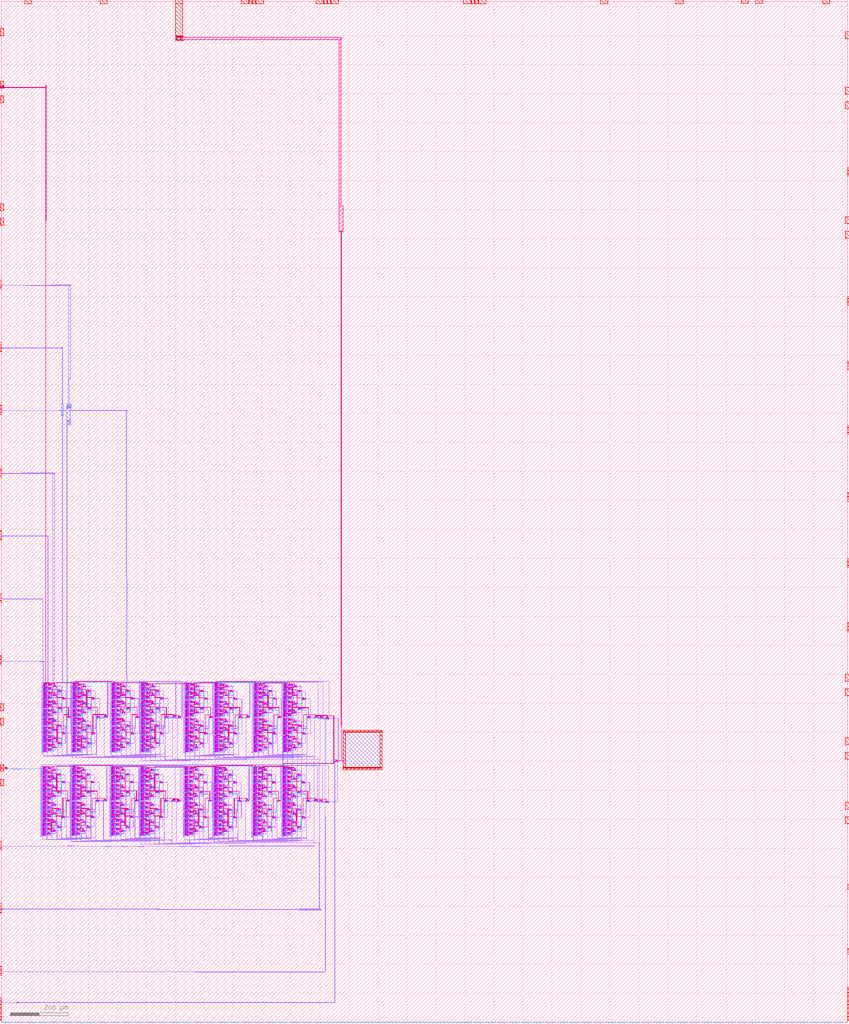
<source format=lef>
VERSION 5.7 ;
  NOWIREEXTENSIONATPIN ON ;
  DIVIDERCHAR "/" ;
  BUSBITCHARS "[]" ;
MACRO user_analog_project_wrapper
  CLASS BLOCK ;
  FOREIGN user_analog_project_wrapper ;
  ORIGIN 0.000 0.000 ;
  SIZE 2920.000 BY 3520.000 ;
  OBS
      LAYER nwell ;
        RECT 146.860 1167.570 150.190 1168.650 ;
        RECT 146.860 1165.900 150.160 1167.570 ;
        RECT 151.570 1166.060 153.480 1168.290 ;
        RECT 248.170 1167.380 251.500 1168.460 ;
      LAYER pwell ;
        RECT 146.960 1163.750 148.250 1164.340 ;
        RECT 148.850 1163.750 150.140 1164.340 ;
      LAYER nwell ;
        RECT 154.820 1163.650 156.740 1165.910 ;
        RECT 162.540 1165.150 165.870 1166.230 ;
        RECT 162.540 1163.480 165.840 1165.150 ;
        RECT 167.250 1163.640 169.160 1165.870 ;
        RECT 248.170 1165.710 251.470 1167.380 ;
        RECT 252.880 1165.870 254.790 1168.100 ;
        RECT 383.390 1167.510 386.720 1168.590 ;
      LAYER pwell ;
        RECT 248.270 1163.560 249.560 1164.150 ;
        RECT 250.160 1163.560 251.450 1164.150 ;
      LAYER nwell ;
        RECT 147.020 1161.170 150.350 1162.250 ;
        RECT 147.020 1159.500 150.320 1161.170 ;
        RECT 151.730 1159.660 153.640 1161.890 ;
      LAYER pwell ;
        RECT 162.640 1161.330 163.930 1161.920 ;
        RECT 164.530 1161.330 165.820 1161.920 ;
      LAYER nwell ;
        RECT 170.500 1161.230 172.420 1163.490 ;
        RECT 256.130 1163.460 258.050 1165.720 ;
        RECT 263.850 1164.960 267.180 1166.040 ;
        RECT 383.390 1165.840 386.690 1167.510 ;
        RECT 388.100 1166.000 390.010 1168.230 ;
        RECT 484.700 1167.320 488.030 1168.400 ;
        RECT 263.850 1163.290 267.150 1164.960 ;
        RECT 268.560 1163.450 270.470 1165.680 ;
      LAYER pwell ;
        RECT 383.490 1163.690 384.780 1164.280 ;
        RECT 385.380 1163.690 386.670 1164.280 ;
      LAYER nwell ;
        RECT 391.350 1163.590 393.270 1165.850 ;
        RECT 399.070 1165.090 402.400 1166.170 ;
        RECT 399.070 1163.420 402.370 1165.090 ;
        RECT 403.780 1163.580 405.690 1165.810 ;
        RECT 484.700 1165.650 488.000 1167.320 ;
        RECT 489.410 1165.810 491.320 1168.040 ;
        RECT 636.990 1166.840 640.320 1167.920 ;
      LAYER pwell ;
        RECT 484.800 1163.500 486.090 1164.090 ;
        RECT 486.690 1163.500 487.980 1164.090 ;
      LAYER nwell ;
        RECT 248.330 1160.980 251.660 1162.060 ;
        RECT 180.120 1159.600 183.450 1160.680 ;
      LAYER pwell ;
        RECT 147.120 1157.350 148.410 1157.940 ;
        RECT 149.010 1157.350 150.300 1157.940 ;
      LAYER nwell ;
        RECT 154.980 1157.250 156.900 1159.510 ;
        RECT 180.120 1157.930 183.420 1159.600 ;
        RECT 184.830 1158.090 186.740 1160.320 ;
        RECT 248.330 1159.310 251.630 1160.980 ;
        RECT 253.040 1159.470 254.950 1161.700 ;
      LAYER pwell ;
        RECT 263.950 1161.140 265.240 1161.730 ;
        RECT 265.840 1161.140 267.130 1161.730 ;
      LAYER nwell ;
        RECT 271.810 1161.040 273.730 1163.300 ;
        RECT 383.550 1161.110 386.880 1162.190 ;
        RECT 281.430 1159.410 284.760 1160.490 ;
      LAYER pwell ;
        RECT 180.220 1155.780 181.510 1156.370 ;
        RECT 182.110 1155.780 183.400 1156.370 ;
      LAYER nwell ;
        RECT 188.080 1155.680 190.000 1157.940 ;
      LAYER pwell ;
        RECT 248.430 1157.160 249.720 1157.750 ;
        RECT 250.320 1157.160 251.610 1157.750 ;
      LAYER nwell ;
        RECT 256.290 1157.060 258.210 1159.320 ;
        RECT 281.430 1157.740 284.730 1159.410 ;
        RECT 286.140 1157.900 288.050 1160.130 ;
        RECT 383.550 1159.440 386.850 1161.110 ;
        RECT 388.260 1159.600 390.170 1161.830 ;
      LAYER pwell ;
        RECT 399.170 1161.270 400.460 1161.860 ;
        RECT 401.060 1161.270 402.350 1161.860 ;
      LAYER nwell ;
        RECT 407.030 1161.170 408.950 1163.430 ;
        RECT 492.660 1163.400 494.580 1165.660 ;
        RECT 500.380 1164.900 503.710 1165.980 ;
        RECT 500.380 1163.230 503.680 1164.900 ;
        RECT 505.090 1163.390 507.000 1165.620 ;
        RECT 636.990 1165.170 640.290 1166.840 ;
        RECT 641.700 1165.330 643.610 1167.560 ;
        RECT 738.300 1166.650 741.630 1167.730 ;
        RECT 484.860 1160.920 488.190 1162.000 ;
        RECT 416.650 1159.540 419.980 1160.620 ;
      LAYER pwell ;
        RECT 281.530 1155.590 282.820 1156.180 ;
        RECT 283.420 1155.590 284.710 1156.180 ;
      LAYER nwell ;
        RECT 289.390 1155.490 291.310 1157.750 ;
      LAYER pwell ;
        RECT 383.650 1157.290 384.940 1157.880 ;
        RECT 385.540 1157.290 386.830 1157.880 ;
      LAYER nwell ;
        RECT 391.510 1157.190 393.430 1159.450 ;
        RECT 416.650 1157.870 419.950 1159.540 ;
        RECT 421.360 1158.030 423.270 1160.260 ;
        RECT 484.860 1159.250 488.160 1160.920 ;
        RECT 489.570 1159.410 491.480 1161.640 ;
      LAYER pwell ;
        RECT 500.480 1161.080 501.770 1161.670 ;
        RECT 502.370 1161.080 503.660 1161.670 ;
      LAYER nwell ;
        RECT 508.340 1160.980 510.260 1163.240 ;
      LAYER pwell ;
        RECT 637.090 1163.020 638.380 1163.610 ;
        RECT 638.980 1163.020 640.270 1163.610 ;
      LAYER nwell ;
        RECT 644.950 1162.920 646.870 1165.180 ;
        RECT 652.670 1164.420 656.000 1165.500 ;
        RECT 652.670 1162.750 655.970 1164.420 ;
        RECT 657.380 1162.910 659.290 1165.140 ;
        RECT 738.300 1164.980 741.600 1166.650 ;
        RECT 743.010 1165.140 744.920 1167.370 ;
        RECT 873.520 1166.780 876.850 1167.860 ;
      LAYER pwell ;
        RECT 738.400 1162.830 739.690 1163.420 ;
        RECT 740.290 1162.830 741.580 1163.420 ;
      LAYER nwell ;
        RECT 637.150 1160.440 640.480 1161.520 ;
        RECT 517.960 1159.350 521.290 1160.430 ;
      LAYER pwell ;
        RECT 416.750 1155.720 418.040 1156.310 ;
        RECT 418.640 1155.720 419.930 1156.310 ;
      LAYER nwell ;
        RECT 424.610 1155.620 426.530 1157.880 ;
      LAYER pwell ;
        RECT 484.960 1157.100 486.250 1157.690 ;
        RECT 486.850 1157.100 488.140 1157.690 ;
      LAYER nwell ;
        RECT 492.820 1157.000 494.740 1159.260 ;
        RECT 517.960 1157.680 521.260 1159.350 ;
        RECT 522.670 1157.840 524.580 1160.070 ;
        RECT 637.150 1158.770 640.450 1160.440 ;
        RECT 641.860 1158.930 643.770 1161.160 ;
      LAYER pwell ;
        RECT 652.770 1160.600 654.060 1161.190 ;
        RECT 654.660 1160.600 655.950 1161.190 ;
      LAYER nwell ;
        RECT 660.630 1160.500 662.550 1162.760 ;
        RECT 746.260 1162.730 748.180 1164.990 ;
        RECT 753.980 1164.230 757.310 1165.310 ;
        RECT 873.520 1165.110 876.820 1166.780 ;
        RECT 878.230 1165.270 880.140 1167.500 ;
        RECT 974.830 1166.590 978.160 1167.670 ;
        RECT 753.980 1162.560 757.280 1164.230 ;
        RECT 758.690 1162.720 760.600 1164.950 ;
      LAYER pwell ;
        RECT 873.620 1162.960 874.910 1163.550 ;
        RECT 875.510 1162.960 876.800 1163.550 ;
      LAYER nwell ;
        RECT 881.480 1162.860 883.400 1165.120 ;
        RECT 889.200 1164.360 892.530 1165.440 ;
        RECT 889.200 1162.690 892.500 1164.360 ;
        RECT 893.910 1162.850 895.820 1165.080 ;
        RECT 974.830 1164.920 978.130 1166.590 ;
        RECT 979.540 1165.080 981.450 1167.310 ;
      LAYER pwell ;
        RECT 974.930 1162.770 976.220 1163.360 ;
        RECT 976.820 1162.770 978.110 1163.360 ;
      LAYER nwell ;
        RECT 738.460 1160.250 741.790 1161.330 ;
        RECT 670.250 1158.870 673.580 1159.950 ;
      LAYER pwell ;
        RECT 518.060 1155.530 519.350 1156.120 ;
        RECT 519.950 1155.530 521.240 1156.120 ;
      LAYER nwell ;
        RECT 525.920 1155.430 527.840 1157.690 ;
      LAYER pwell ;
        RECT 637.250 1156.620 638.540 1157.210 ;
        RECT 639.140 1156.620 640.430 1157.210 ;
      LAYER nwell ;
        RECT 645.110 1156.520 647.030 1158.780 ;
        RECT 670.250 1157.200 673.550 1158.870 ;
        RECT 674.960 1157.360 676.870 1159.590 ;
        RECT 738.460 1158.580 741.760 1160.250 ;
        RECT 743.170 1158.740 745.080 1160.970 ;
      LAYER pwell ;
        RECT 754.080 1160.410 755.370 1161.000 ;
        RECT 755.970 1160.410 757.260 1161.000 ;
      LAYER nwell ;
        RECT 761.940 1160.310 763.860 1162.570 ;
        RECT 873.680 1160.380 877.010 1161.460 ;
        RECT 771.560 1158.680 774.890 1159.760 ;
      LAYER pwell ;
        RECT 670.350 1155.050 671.640 1155.640 ;
        RECT 672.240 1155.050 673.530 1155.640 ;
      LAYER nwell ;
        RECT 678.210 1154.950 680.130 1157.210 ;
      LAYER pwell ;
        RECT 738.560 1156.430 739.850 1157.020 ;
        RECT 740.450 1156.430 741.740 1157.020 ;
      LAYER nwell ;
        RECT 746.420 1156.330 748.340 1158.590 ;
        RECT 771.560 1157.010 774.860 1158.680 ;
        RECT 776.270 1157.170 778.180 1159.400 ;
        RECT 873.680 1158.710 876.980 1160.380 ;
        RECT 878.390 1158.870 880.300 1161.100 ;
      LAYER pwell ;
        RECT 889.300 1160.540 890.590 1161.130 ;
        RECT 891.190 1160.540 892.480 1161.130 ;
      LAYER nwell ;
        RECT 897.160 1160.440 899.080 1162.700 ;
        RECT 982.790 1162.670 984.710 1164.930 ;
        RECT 990.510 1164.170 993.840 1165.250 ;
        RECT 990.510 1162.500 993.810 1164.170 ;
        RECT 995.220 1162.660 997.130 1164.890 ;
        RECT 974.990 1160.190 978.320 1161.270 ;
        RECT 906.780 1158.810 910.110 1159.890 ;
      LAYER pwell ;
        RECT 771.660 1154.860 772.950 1155.450 ;
        RECT 773.550 1154.860 774.840 1155.450 ;
      LAYER nwell ;
        RECT 779.520 1154.760 781.440 1157.020 ;
      LAYER pwell ;
        RECT 873.780 1156.560 875.070 1157.150 ;
        RECT 875.670 1156.560 876.960 1157.150 ;
      LAYER nwell ;
        RECT 881.640 1156.460 883.560 1158.720 ;
        RECT 906.780 1157.140 910.080 1158.810 ;
        RECT 911.490 1157.300 913.400 1159.530 ;
        RECT 974.990 1158.520 978.290 1160.190 ;
        RECT 979.700 1158.680 981.610 1160.910 ;
      LAYER pwell ;
        RECT 990.610 1160.350 991.900 1160.940 ;
        RECT 992.500 1160.350 993.790 1160.940 ;
      LAYER nwell ;
        RECT 998.470 1160.250 1000.390 1162.510 ;
        RECT 1008.090 1158.620 1011.420 1159.700 ;
      LAYER pwell ;
        RECT 906.880 1154.990 908.170 1155.580 ;
        RECT 908.770 1154.990 910.060 1155.580 ;
      LAYER nwell ;
        RECT 914.740 1154.890 916.660 1157.150 ;
      LAYER pwell ;
        RECT 975.090 1156.370 976.380 1156.960 ;
        RECT 976.980 1156.370 978.270 1156.960 ;
      LAYER nwell ;
        RECT 982.950 1156.270 984.870 1158.530 ;
        RECT 1008.090 1156.950 1011.390 1158.620 ;
        RECT 1012.800 1157.110 1014.710 1159.340 ;
      LAYER pwell ;
        RECT 1008.190 1154.800 1009.480 1155.390 ;
        RECT 1010.080 1154.800 1011.370 1155.390 ;
      LAYER nwell ;
        RECT 1016.050 1154.700 1017.970 1156.960 ;
        RECT 146.690 1153.150 150.020 1154.230 ;
        RECT 146.690 1151.480 149.990 1153.150 ;
        RECT 151.400 1151.640 153.310 1153.870 ;
        RECT 248.000 1152.960 251.330 1154.040 ;
      LAYER pwell ;
        RECT 146.790 1149.330 148.080 1149.920 ;
        RECT 148.680 1149.330 149.970 1149.920 ;
      LAYER nwell ;
        RECT 154.650 1149.230 156.570 1151.490 ;
        RECT 162.370 1150.730 165.700 1151.810 ;
        RECT 162.370 1149.060 165.670 1150.730 ;
        RECT 167.080 1149.220 168.990 1151.450 ;
        RECT 248.000 1151.290 251.300 1152.960 ;
        RECT 252.710 1151.450 254.620 1153.680 ;
        RECT 383.220 1153.090 386.550 1154.170 ;
      LAYER pwell ;
        RECT 248.100 1149.140 249.390 1149.730 ;
        RECT 249.990 1149.140 251.280 1149.730 ;
      LAYER nwell ;
        RECT 146.850 1146.750 150.180 1147.830 ;
        RECT 146.850 1145.080 150.150 1146.750 ;
        RECT 151.560 1145.240 153.470 1147.470 ;
      LAYER pwell ;
        RECT 162.470 1146.910 163.760 1147.500 ;
        RECT 164.360 1146.910 165.650 1147.500 ;
      LAYER nwell ;
        RECT 170.330 1146.810 172.250 1149.070 ;
        RECT 255.960 1149.040 257.880 1151.300 ;
        RECT 263.680 1150.540 267.010 1151.620 ;
        RECT 383.220 1151.420 386.520 1153.090 ;
        RECT 387.930 1151.580 389.840 1153.810 ;
        RECT 484.530 1152.900 487.860 1153.980 ;
        RECT 263.680 1148.870 266.980 1150.540 ;
        RECT 268.390 1149.030 270.300 1151.260 ;
      LAYER pwell ;
        RECT 383.320 1149.270 384.610 1149.860 ;
        RECT 385.210 1149.270 386.500 1149.860 ;
      LAYER nwell ;
        RECT 391.180 1149.170 393.100 1151.430 ;
        RECT 398.900 1150.670 402.230 1151.750 ;
        RECT 398.900 1149.000 402.200 1150.670 ;
        RECT 403.610 1149.160 405.520 1151.390 ;
        RECT 484.530 1151.230 487.830 1152.900 ;
        RECT 489.240 1151.390 491.150 1153.620 ;
        RECT 636.820 1152.420 640.150 1153.500 ;
      LAYER pwell ;
        RECT 484.630 1149.080 485.920 1149.670 ;
        RECT 486.520 1149.080 487.810 1149.670 ;
      LAYER nwell ;
        RECT 248.160 1146.560 251.490 1147.640 ;
      LAYER pwell ;
        RECT 146.950 1142.930 148.240 1143.520 ;
        RECT 148.840 1142.930 150.130 1143.520 ;
      LAYER nwell ;
        RECT 154.810 1142.830 156.730 1145.090 ;
        RECT 248.160 1144.890 251.460 1146.560 ;
        RECT 252.870 1145.050 254.780 1147.280 ;
      LAYER pwell ;
        RECT 263.780 1146.720 265.070 1147.310 ;
        RECT 265.670 1146.720 266.960 1147.310 ;
      LAYER nwell ;
        RECT 271.640 1146.620 273.560 1148.880 ;
        RECT 383.380 1146.690 386.710 1147.770 ;
        RECT 383.380 1145.020 386.680 1146.690 ;
        RECT 388.090 1145.180 390.000 1147.410 ;
      LAYER pwell ;
        RECT 399.000 1146.850 400.290 1147.440 ;
        RECT 400.890 1146.850 402.180 1147.440 ;
      LAYER nwell ;
        RECT 406.860 1146.750 408.780 1149.010 ;
        RECT 492.490 1148.980 494.410 1151.240 ;
        RECT 500.210 1150.480 503.540 1151.560 ;
        RECT 500.210 1148.810 503.510 1150.480 ;
        RECT 504.920 1148.970 506.830 1151.200 ;
        RECT 636.820 1150.750 640.120 1152.420 ;
        RECT 641.530 1150.910 643.440 1153.140 ;
        RECT 738.130 1152.230 741.460 1153.310 ;
        RECT 484.690 1146.500 488.020 1147.580 ;
        RECT 197.650 1143.580 200.980 1144.660 ;
        RECT 197.650 1141.910 200.950 1143.580 ;
        RECT 202.360 1142.070 204.270 1144.300 ;
      LAYER pwell ;
        RECT 248.260 1142.740 249.550 1143.330 ;
        RECT 250.150 1142.740 251.440 1143.330 ;
      LAYER nwell ;
        RECT 256.120 1142.640 258.040 1144.900 ;
        RECT 298.960 1143.390 302.290 1144.470 ;
      LAYER pwell ;
        RECT 197.750 1139.760 199.040 1140.350 ;
        RECT 199.640 1139.760 200.930 1140.350 ;
      LAYER nwell ;
        RECT 205.610 1139.660 207.530 1141.920 ;
        RECT 298.960 1141.720 302.260 1143.390 ;
        RECT 303.670 1141.880 305.580 1144.110 ;
      LAYER pwell ;
        RECT 383.480 1142.870 384.770 1143.460 ;
        RECT 385.370 1142.870 386.660 1143.460 ;
      LAYER nwell ;
        RECT 391.340 1142.770 393.260 1145.030 ;
        RECT 484.690 1144.830 487.990 1146.500 ;
        RECT 489.400 1144.990 491.310 1147.220 ;
      LAYER pwell ;
        RECT 500.310 1146.660 501.600 1147.250 ;
        RECT 502.200 1146.660 503.490 1147.250 ;
      LAYER nwell ;
        RECT 508.170 1146.560 510.090 1148.820 ;
      LAYER pwell ;
        RECT 636.920 1148.600 638.210 1149.190 ;
        RECT 638.810 1148.600 640.100 1149.190 ;
      LAYER nwell ;
        RECT 644.780 1148.500 646.700 1150.760 ;
        RECT 652.500 1150.000 655.830 1151.080 ;
        RECT 652.500 1148.330 655.800 1150.000 ;
        RECT 657.210 1148.490 659.120 1150.720 ;
        RECT 738.130 1150.560 741.430 1152.230 ;
        RECT 742.840 1150.720 744.750 1152.950 ;
        RECT 873.350 1152.360 876.680 1153.440 ;
      LAYER pwell ;
        RECT 738.230 1148.410 739.520 1149.000 ;
        RECT 740.120 1148.410 741.410 1149.000 ;
      LAYER nwell ;
        RECT 636.980 1146.020 640.310 1147.100 ;
        RECT 434.180 1143.520 437.510 1144.600 ;
        RECT 434.180 1141.850 437.480 1143.520 ;
        RECT 438.890 1142.010 440.800 1144.240 ;
      LAYER pwell ;
        RECT 484.790 1142.680 486.080 1143.270 ;
        RECT 486.680 1142.680 487.970 1143.270 ;
      LAYER nwell ;
        RECT 492.650 1142.580 494.570 1144.840 ;
        RECT 535.490 1143.330 538.820 1144.410 ;
        RECT 636.980 1144.350 640.280 1146.020 ;
        RECT 641.690 1144.510 643.600 1146.740 ;
      LAYER pwell ;
        RECT 652.600 1146.180 653.890 1146.770 ;
        RECT 654.490 1146.180 655.780 1146.770 ;
      LAYER nwell ;
        RECT 660.460 1146.080 662.380 1148.340 ;
        RECT 746.090 1148.310 748.010 1150.570 ;
        RECT 753.810 1149.810 757.140 1150.890 ;
        RECT 873.350 1150.690 876.650 1152.360 ;
        RECT 878.060 1150.850 879.970 1153.080 ;
        RECT 974.660 1152.170 977.990 1153.250 ;
        RECT 753.810 1148.140 757.110 1149.810 ;
        RECT 758.520 1148.300 760.430 1150.530 ;
      LAYER pwell ;
        RECT 873.450 1148.540 874.740 1149.130 ;
        RECT 875.340 1148.540 876.630 1149.130 ;
      LAYER nwell ;
        RECT 881.310 1148.440 883.230 1150.700 ;
        RECT 889.030 1149.940 892.360 1151.020 ;
        RECT 889.030 1148.270 892.330 1149.940 ;
        RECT 893.740 1148.430 895.650 1150.660 ;
        RECT 974.660 1150.500 977.960 1152.170 ;
        RECT 979.370 1150.660 981.280 1152.890 ;
      LAYER pwell ;
        RECT 974.760 1148.350 976.050 1148.940 ;
        RECT 976.650 1148.350 977.940 1148.940 ;
      LAYER nwell ;
        RECT 738.290 1145.830 741.620 1146.910 ;
      LAYER pwell ;
        RECT 299.060 1139.570 300.350 1140.160 ;
        RECT 300.950 1139.570 302.240 1140.160 ;
      LAYER nwell ;
        RECT 306.920 1139.470 308.840 1141.730 ;
      LAYER pwell ;
        RECT 434.280 1139.700 435.570 1140.290 ;
        RECT 436.170 1139.700 437.460 1140.290 ;
      LAYER nwell ;
        RECT 442.140 1139.600 444.060 1141.860 ;
        RECT 535.490 1141.660 538.790 1143.330 ;
        RECT 540.200 1141.820 542.110 1144.050 ;
      LAYER pwell ;
        RECT 637.080 1142.200 638.370 1142.790 ;
        RECT 638.970 1142.200 640.260 1142.790 ;
      LAYER nwell ;
        RECT 644.940 1142.100 646.860 1144.360 ;
        RECT 738.290 1144.160 741.590 1145.830 ;
        RECT 743.000 1144.320 744.910 1146.550 ;
      LAYER pwell ;
        RECT 753.910 1145.990 755.200 1146.580 ;
        RECT 755.800 1145.990 757.090 1146.580 ;
      LAYER nwell ;
        RECT 761.770 1145.890 763.690 1148.150 ;
        RECT 873.510 1145.960 876.840 1147.040 ;
        RECT 873.510 1144.290 876.810 1145.960 ;
        RECT 878.220 1144.450 880.130 1146.680 ;
      LAYER pwell ;
        RECT 889.130 1146.120 890.420 1146.710 ;
        RECT 891.020 1146.120 892.310 1146.710 ;
      LAYER nwell ;
        RECT 896.990 1146.020 898.910 1148.280 ;
        RECT 982.620 1148.250 984.540 1150.510 ;
        RECT 990.340 1149.750 993.670 1150.830 ;
        RECT 990.340 1148.080 993.640 1149.750 ;
        RECT 995.050 1148.240 996.960 1150.470 ;
        RECT 974.820 1145.770 978.150 1146.850 ;
        RECT 687.780 1142.850 691.110 1143.930 ;
      LAYER pwell ;
        RECT 535.590 1139.510 536.880 1140.100 ;
        RECT 537.480 1139.510 538.770 1140.100 ;
      LAYER nwell ;
        RECT 543.450 1139.410 545.370 1141.670 ;
        RECT 687.780 1141.180 691.080 1142.850 ;
        RECT 692.490 1141.340 694.400 1143.570 ;
      LAYER pwell ;
        RECT 738.390 1142.010 739.680 1142.600 ;
        RECT 740.280 1142.010 741.570 1142.600 ;
      LAYER nwell ;
        RECT 746.250 1141.910 748.170 1144.170 ;
        RECT 789.090 1142.660 792.420 1143.740 ;
      LAYER pwell ;
        RECT 687.880 1139.030 689.170 1139.620 ;
        RECT 689.770 1139.030 691.060 1139.620 ;
      LAYER nwell ;
        RECT 695.740 1138.930 697.660 1141.190 ;
        RECT 789.090 1140.990 792.390 1142.660 ;
        RECT 793.800 1141.150 795.710 1143.380 ;
      LAYER pwell ;
        RECT 873.610 1142.140 874.900 1142.730 ;
        RECT 875.500 1142.140 876.790 1142.730 ;
      LAYER nwell ;
        RECT 881.470 1142.040 883.390 1144.300 ;
        RECT 974.820 1144.100 978.120 1145.770 ;
        RECT 979.530 1144.260 981.440 1146.490 ;
      LAYER pwell ;
        RECT 990.440 1145.930 991.730 1146.520 ;
        RECT 992.330 1145.930 993.620 1146.520 ;
      LAYER nwell ;
        RECT 998.300 1145.830 1000.220 1148.090 ;
        RECT 924.310 1142.790 927.640 1143.870 ;
        RECT 924.310 1141.120 927.610 1142.790 ;
        RECT 929.020 1141.280 930.930 1143.510 ;
      LAYER pwell ;
        RECT 974.920 1141.950 976.210 1142.540 ;
        RECT 976.810 1141.950 978.100 1142.540 ;
      LAYER nwell ;
        RECT 982.780 1141.850 984.700 1144.110 ;
        RECT 1025.620 1142.600 1028.950 1143.680 ;
      LAYER pwell ;
        RECT 789.190 1138.840 790.480 1139.430 ;
        RECT 791.080 1138.840 792.370 1139.430 ;
      LAYER nwell ;
        RECT 797.050 1138.740 798.970 1141.000 ;
      LAYER pwell ;
        RECT 924.410 1138.970 925.700 1139.560 ;
        RECT 926.300 1138.970 927.590 1139.560 ;
      LAYER nwell ;
        RECT 932.270 1138.870 934.190 1141.130 ;
        RECT 1025.620 1140.930 1028.920 1142.600 ;
        RECT 1030.330 1141.090 1032.240 1143.320 ;
      LAYER pwell ;
        RECT 1025.720 1138.780 1027.010 1139.370 ;
        RECT 1027.610 1138.780 1028.900 1139.370 ;
      LAYER nwell ;
        RECT 1033.580 1138.680 1035.500 1140.940 ;
        RECT 146.830 1137.500 150.160 1138.580 ;
        RECT 146.830 1135.830 150.130 1137.500 ;
        RECT 151.540 1135.990 153.450 1138.220 ;
        RECT 248.140 1137.310 251.470 1138.390 ;
      LAYER pwell ;
        RECT 146.930 1133.680 148.220 1134.270 ;
        RECT 148.820 1133.680 150.110 1134.270 ;
      LAYER nwell ;
        RECT 154.790 1133.580 156.710 1135.840 ;
        RECT 162.510 1135.080 165.840 1136.160 ;
        RECT 162.510 1133.410 165.810 1135.080 ;
        RECT 167.220 1133.570 169.130 1135.800 ;
        RECT 248.140 1135.640 251.440 1137.310 ;
        RECT 252.850 1135.800 254.760 1138.030 ;
        RECT 383.360 1137.440 386.690 1138.520 ;
      LAYER pwell ;
        RECT 248.240 1133.490 249.530 1134.080 ;
        RECT 250.130 1133.490 251.420 1134.080 ;
      LAYER nwell ;
        RECT 146.990 1131.100 150.320 1132.180 ;
        RECT 146.990 1129.430 150.290 1131.100 ;
        RECT 151.700 1129.590 153.610 1131.820 ;
      LAYER pwell ;
        RECT 162.610 1131.260 163.900 1131.850 ;
        RECT 164.500 1131.260 165.790 1131.850 ;
      LAYER nwell ;
        RECT 170.470 1131.160 172.390 1133.420 ;
        RECT 256.100 1133.390 258.020 1135.650 ;
        RECT 263.820 1134.890 267.150 1135.970 ;
        RECT 383.360 1135.770 386.660 1137.440 ;
        RECT 388.070 1135.930 389.980 1138.160 ;
        RECT 484.670 1137.250 488.000 1138.330 ;
        RECT 263.820 1133.220 267.120 1134.890 ;
        RECT 268.530 1133.380 270.440 1135.610 ;
      LAYER pwell ;
        RECT 383.460 1133.620 384.750 1134.210 ;
        RECT 385.350 1133.620 386.640 1134.210 ;
      LAYER nwell ;
        RECT 391.320 1133.520 393.240 1135.780 ;
        RECT 399.040 1135.020 402.370 1136.100 ;
        RECT 399.040 1133.350 402.340 1135.020 ;
        RECT 403.750 1133.510 405.660 1135.740 ;
        RECT 484.670 1135.580 487.970 1137.250 ;
        RECT 489.380 1135.740 491.290 1137.970 ;
        RECT 636.960 1136.770 640.290 1137.850 ;
      LAYER pwell ;
        RECT 484.770 1133.430 486.060 1134.020 ;
        RECT 486.660 1133.430 487.950 1134.020 ;
      LAYER nwell ;
        RECT 248.300 1130.910 251.630 1131.990 ;
        RECT 180.090 1129.530 183.420 1130.610 ;
      LAYER pwell ;
        RECT 147.090 1127.280 148.380 1127.870 ;
        RECT 148.980 1127.280 150.270 1127.870 ;
      LAYER nwell ;
        RECT 154.950 1127.180 156.870 1129.440 ;
        RECT 180.090 1127.860 183.390 1129.530 ;
        RECT 184.800 1128.020 186.710 1130.250 ;
        RECT 248.300 1129.240 251.600 1130.910 ;
        RECT 253.010 1129.400 254.920 1131.630 ;
      LAYER pwell ;
        RECT 263.920 1131.070 265.210 1131.660 ;
        RECT 265.810 1131.070 267.100 1131.660 ;
      LAYER nwell ;
        RECT 271.780 1130.970 273.700 1133.230 ;
        RECT 383.520 1131.040 386.850 1132.120 ;
        RECT 281.400 1129.340 284.730 1130.420 ;
      LAYER pwell ;
        RECT 180.190 1125.710 181.480 1126.300 ;
        RECT 182.080 1125.710 183.370 1126.300 ;
      LAYER nwell ;
        RECT 188.050 1125.610 189.970 1127.870 ;
      LAYER pwell ;
        RECT 248.400 1127.090 249.690 1127.680 ;
        RECT 250.290 1127.090 251.580 1127.680 ;
      LAYER nwell ;
        RECT 256.260 1126.990 258.180 1129.250 ;
        RECT 281.400 1127.670 284.700 1129.340 ;
        RECT 286.110 1127.830 288.020 1130.060 ;
        RECT 383.520 1129.370 386.820 1131.040 ;
        RECT 388.230 1129.530 390.140 1131.760 ;
      LAYER pwell ;
        RECT 399.140 1131.200 400.430 1131.790 ;
        RECT 401.030 1131.200 402.320 1131.790 ;
      LAYER nwell ;
        RECT 407.000 1131.100 408.920 1133.360 ;
        RECT 492.630 1133.330 494.550 1135.590 ;
        RECT 500.350 1134.830 503.680 1135.910 ;
        RECT 500.350 1133.160 503.650 1134.830 ;
        RECT 505.060 1133.320 506.970 1135.550 ;
        RECT 636.960 1135.100 640.260 1136.770 ;
        RECT 641.670 1135.260 643.580 1137.490 ;
        RECT 738.270 1136.580 741.600 1137.660 ;
        RECT 484.830 1130.850 488.160 1131.930 ;
        RECT 416.620 1129.470 419.950 1130.550 ;
      LAYER pwell ;
        RECT 281.500 1125.520 282.790 1126.110 ;
        RECT 283.390 1125.520 284.680 1126.110 ;
      LAYER nwell ;
        RECT 289.360 1125.420 291.280 1127.680 ;
      LAYER pwell ;
        RECT 383.620 1127.220 384.910 1127.810 ;
        RECT 385.510 1127.220 386.800 1127.810 ;
      LAYER nwell ;
        RECT 391.480 1127.120 393.400 1129.380 ;
        RECT 416.620 1127.800 419.920 1129.470 ;
        RECT 421.330 1127.960 423.240 1130.190 ;
        RECT 484.830 1129.180 488.130 1130.850 ;
        RECT 489.540 1129.340 491.450 1131.570 ;
      LAYER pwell ;
        RECT 500.450 1131.010 501.740 1131.600 ;
        RECT 502.340 1131.010 503.630 1131.600 ;
      LAYER nwell ;
        RECT 508.310 1130.910 510.230 1133.170 ;
      LAYER pwell ;
        RECT 637.060 1132.950 638.350 1133.540 ;
        RECT 638.950 1132.950 640.240 1133.540 ;
      LAYER nwell ;
        RECT 644.920 1132.850 646.840 1135.110 ;
        RECT 652.640 1134.350 655.970 1135.430 ;
        RECT 652.640 1132.680 655.940 1134.350 ;
        RECT 657.350 1132.840 659.260 1135.070 ;
        RECT 738.270 1134.910 741.570 1136.580 ;
        RECT 742.980 1135.070 744.890 1137.300 ;
        RECT 873.490 1136.710 876.820 1137.790 ;
      LAYER pwell ;
        RECT 738.370 1132.760 739.660 1133.350 ;
        RECT 740.260 1132.760 741.550 1133.350 ;
      LAYER nwell ;
        RECT 637.120 1130.370 640.450 1131.450 ;
        RECT 517.930 1129.280 521.260 1130.360 ;
      LAYER pwell ;
        RECT 416.720 1125.650 418.010 1126.240 ;
        RECT 418.610 1125.650 419.900 1126.240 ;
      LAYER nwell ;
        RECT 424.580 1125.550 426.500 1127.810 ;
      LAYER pwell ;
        RECT 484.930 1127.030 486.220 1127.620 ;
        RECT 486.820 1127.030 488.110 1127.620 ;
      LAYER nwell ;
        RECT 492.790 1126.930 494.710 1129.190 ;
        RECT 517.930 1127.610 521.230 1129.280 ;
        RECT 522.640 1127.770 524.550 1130.000 ;
        RECT 637.120 1128.700 640.420 1130.370 ;
        RECT 641.830 1128.860 643.740 1131.090 ;
      LAYER pwell ;
        RECT 652.740 1130.530 654.030 1131.120 ;
        RECT 654.630 1130.530 655.920 1131.120 ;
      LAYER nwell ;
        RECT 660.600 1130.430 662.520 1132.690 ;
        RECT 746.230 1132.660 748.150 1134.920 ;
        RECT 753.950 1134.160 757.280 1135.240 ;
        RECT 873.490 1135.040 876.790 1136.710 ;
        RECT 878.200 1135.200 880.110 1137.430 ;
        RECT 974.800 1136.520 978.130 1137.600 ;
        RECT 753.950 1132.490 757.250 1134.160 ;
        RECT 758.660 1132.650 760.570 1134.880 ;
      LAYER pwell ;
        RECT 873.590 1132.890 874.880 1133.480 ;
        RECT 875.480 1132.890 876.770 1133.480 ;
      LAYER nwell ;
        RECT 881.450 1132.790 883.370 1135.050 ;
        RECT 889.170 1134.290 892.500 1135.370 ;
        RECT 889.170 1132.620 892.470 1134.290 ;
        RECT 893.880 1132.780 895.790 1135.010 ;
        RECT 974.800 1134.850 978.100 1136.520 ;
        RECT 979.510 1135.010 981.420 1137.240 ;
      LAYER pwell ;
        RECT 974.900 1132.700 976.190 1133.290 ;
        RECT 976.790 1132.700 978.080 1133.290 ;
      LAYER nwell ;
        RECT 738.430 1130.180 741.760 1131.260 ;
        RECT 670.220 1128.800 673.550 1129.880 ;
      LAYER pwell ;
        RECT 518.030 1125.460 519.320 1126.050 ;
        RECT 519.920 1125.460 521.210 1126.050 ;
      LAYER nwell ;
        RECT 525.890 1125.360 527.810 1127.620 ;
      LAYER pwell ;
        RECT 637.220 1126.550 638.510 1127.140 ;
        RECT 639.110 1126.550 640.400 1127.140 ;
      LAYER nwell ;
        RECT 645.080 1126.450 647.000 1128.710 ;
        RECT 670.220 1127.130 673.520 1128.800 ;
        RECT 674.930 1127.290 676.840 1129.520 ;
        RECT 738.430 1128.510 741.730 1130.180 ;
        RECT 743.140 1128.670 745.050 1130.900 ;
      LAYER pwell ;
        RECT 754.050 1130.340 755.340 1130.930 ;
        RECT 755.940 1130.340 757.230 1130.930 ;
      LAYER nwell ;
        RECT 761.910 1130.240 763.830 1132.500 ;
        RECT 873.650 1130.310 876.980 1131.390 ;
        RECT 771.530 1128.610 774.860 1129.690 ;
      LAYER pwell ;
        RECT 670.320 1124.980 671.610 1125.570 ;
        RECT 672.210 1124.980 673.500 1125.570 ;
      LAYER nwell ;
        RECT 678.180 1124.880 680.100 1127.140 ;
      LAYER pwell ;
        RECT 738.530 1126.360 739.820 1126.950 ;
        RECT 740.420 1126.360 741.710 1126.950 ;
      LAYER nwell ;
        RECT 746.390 1126.260 748.310 1128.520 ;
        RECT 771.530 1126.940 774.830 1128.610 ;
        RECT 776.240 1127.100 778.150 1129.330 ;
        RECT 873.650 1128.640 876.950 1130.310 ;
        RECT 878.360 1128.800 880.270 1131.030 ;
      LAYER pwell ;
        RECT 889.270 1130.470 890.560 1131.060 ;
        RECT 891.160 1130.470 892.450 1131.060 ;
      LAYER nwell ;
        RECT 897.130 1130.370 899.050 1132.630 ;
        RECT 982.760 1132.600 984.680 1134.860 ;
        RECT 990.480 1134.100 993.810 1135.180 ;
        RECT 990.480 1132.430 993.780 1134.100 ;
        RECT 995.190 1132.590 997.100 1134.820 ;
        RECT 974.960 1130.120 978.290 1131.200 ;
        RECT 906.750 1128.740 910.080 1129.820 ;
      LAYER pwell ;
        RECT 771.630 1124.790 772.920 1125.380 ;
        RECT 773.520 1124.790 774.810 1125.380 ;
      LAYER nwell ;
        RECT 779.490 1124.690 781.410 1126.950 ;
      LAYER pwell ;
        RECT 873.750 1126.490 875.040 1127.080 ;
        RECT 875.640 1126.490 876.930 1127.080 ;
      LAYER nwell ;
        RECT 881.610 1126.390 883.530 1128.650 ;
        RECT 906.750 1127.070 910.050 1128.740 ;
        RECT 911.460 1127.230 913.370 1129.460 ;
        RECT 974.960 1128.450 978.260 1130.120 ;
        RECT 979.670 1128.610 981.580 1130.840 ;
      LAYER pwell ;
        RECT 990.580 1130.280 991.870 1130.870 ;
        RECT 992.470 1130.280 993.760 1130.870 ;
      LAYER nwell ;
        RECT 998.440 1130.180 1000.360 1132.440 ;
        RECT 1008.060 1128.550 1011.390 1129.630 ;
      LAYER pwell ;
        RECT 906.850 1124.920 908.140 1125.510 ;
        RECT 908.740 1124.920 910.030 1125.510 ;
      LAYER nwell ;
        RECT 914.710 1124.820 916.630 1127.080 ;
      LAYER pwell ;
        RECT 975.060 1126.300 976.350 1126.890 ;
        RECT 976.950 1126.300 978.240 1126.890 ;
      LAYER nwell ;
        RECT 982.920 1126.200 984.840 1128.460 ;
        RECT 1008.060 1126.880 1011.360 1128.550 ;
        RECT 1012.770 1127.040 1014.680 1129.270 ;
      LAYER pwell ;
        RECT 1008.160 1124.730 1009.450 1125.320 ;
        RECT 1010.050 1124.730 1011.340 1125.320 ;
      LAYER nwell ;
        RECT 1016.020 1124.630 1017.940 1126.890 ;
        RECT 146.660 1123.080 149.990 1124.160 ;
        RECT 146.660 1121.410 149.960 1123.080 ;
        RECT 151.370 1121.570 153.280 1123.800 ;
        RECT 247.970 1122.890 251.300 1123.970 ;
      LAYER pwell ;
        RECT 146.760 1119.260 148.050 1119.850 ;
        RECT 148.650 1119.260 149.940 1119.850 ;
      LAYER nwell ;
        RECT 154.620 1119.160 156.540 1121.420 ;
        RECT 162.340 1120.660 165.670 1121.740 ;
        RECT 162.340 1118.990 165.640 1120.660 ;
        RECT 167.050 1119.150 168.960 1121.380 ;
        RECT 247.970 1121.220 251.270 1122.890 ;
        RECT 252.680 1121.380 254.590 1123.610 ;
        RECT 383.190 1123.020 386.520 1124.100 ;
      LAYER pwell ;
        RECT 248.070 1119.070 249.360 1119.660 ;
        RECT 249.960 1119.070 251.250 1119.660 ;
      LAYER nwell ;
        RECT 146.820 1116.680 150.150 1117.760 ;
        RECT 146.820 1115.010 150.120 1116.680 ;
        RECT 151.530 1115.170 153.440 1117.400 ;
      LAYER pwell ;
        RECT 162.440 1116.840 163.730 1117.430 ;
        RECT 164.330 1116.840 165.620 1117.430 ;
      LAYER nwell ;
        RECT 170.300 1116.740 172.220 1119.000 ;
        RECT 255.930 1118.970 257.850 1121.230 ;
        RECT 263.650 1120.470 266.980 1121.550 ;
        RECT 383.190 1121.350 386.490 1123.020 ;
        RECT 387.900 1121.510 389.810 1123.740 ;
        RECT 484.500 1122.830 487.830 1123.910 ;
        RECT 263.650 1118.800 266.950 1120.470 ;
        RECT 268.360 1118.960 270.270 1121.190 ;
      LAYER pwell ;
        RECT 383.290 1119.200 384.580 1119.790 ;
        RECT 385.180 1119.200 386.470 1119.790 ;
      LAYER nwell ;
        RECT 391.150 1119.100 393.070 1121.360 ;
        RECT 398.870 1120.600 402.200 1121.680 ;
        RECT 398.870 1118.930 402.170 1120.600 ;
        RECT 403.580 1119.090 405.490 1121.320 ;
        RECT 484.500 1121.160 487.800 1122.830 ;
        RECT 489.210 1121.320 491.120 1123.550 ;
        RECT 636.790 1122.350 640.120 1123.430 ;
      LAYER pwell ;
        RECT 484.600 1119.010 485.890 1119.600 ;
        RECT 486.490 1119.010 487.780 1119.600 ;
      LAYER nwell ;
        RECT 211.850 1117.290 215.180 1118.370 ;
        RECT 211.850 1115.620 215.150 1117.290 ;
        RECT 216.560 1115.780 218.470 1118.010 ;
        RECT 248.130 1116.490 251.460 1117.570 ;
      LAYER pwell ;
        RECT 146.920 1112.860 148.210 1113.450 ;
        RECT 148.810 1112.860 150.100 1113.450 ;
      LAYER nwell ;
        RECT 154.780 1112.760 156.700 1115.020 ;
      LAYER pwell ;
        RECT 211.950 1113.470 213.240 1114.060 ;
        RECT 213.840 1113.470 215.130 1114.060 ;
      LAYER nwell ;
        RECT 219.810 1113.370 221.730 1115.630 ;
        RECT 248.130 1114.820 251.430 1116.490 ;
        RECT 252.840 1114.980 254.750 1117.210 ;
      LAYER pwell ;
        RECT 263.750 1116.650 265.040 1117.240 ;
        RECT 265.640 1116.650 266.930 1117.240 ;
      LAYER nwell ;
        RECT 271.610 1116.550 273.530 1118.810 ;
        RECT 313.160 1117.100 316.490 1118.180 ;
        RECT 313.160 1115.430 316.460 1117.100 ;
        RECT 317.870 1115.590 319.780 1117.820 ;
        RECT 383.350 1116.620 386.680 1117.700 ;
      LAYER pwell ;
        RECT 248.230 1112.670 249.520 1113.260 ;
        RECT 250.120 1112.670 251.410 1113.260 ;
      LAYER nwell ;
        RECT 256.090 1112.570 258.010 1114.830 ;
      LAYER pwell ;
        RECT 313.260 1113.280 314.550 1113.870 ;
        RECT 315.150 1113.280 316.440 1113.870 ;
      LAYER nwell ;
        RECT 321.120 1113.180 323.040 1115.440 ;
        RECT 383.350 1114.950 386.650 1116.620 ;
        RECT 388.060 1115.110 389.970 1117.340 ;
      LAYER pwell ;
        RECT 398.970 1116.780 400.260 1117.370 ;
        RECT 400.860 1116.780 402.150 1117.370 ;
      LAYER nwell ;
        RECT 406.830 1116.680 408.750 1118.940 ;
        RECT 492.460 1118.910 494.380 1121.170 ;
        RECT 500.180 1120.410 503.510 1121.490 ;
        RECT 500.180 1118.740 503.480 1120.410 ;
        RECT 504.890 1118.900 506.800 1121.130 ;
        RECT 636.790 1120.680 640.090 1122.350 ;
        RECT 641.500 1120.840 643.410 1123.070 ;
        RECT 738.100 1122.160 741.430 1123.240 ;
        RECT 448.380 1117.230 451.710 1118.310 ;
        RECT 448.380 1115.560 451.680 1117.230 ;
        RECT 453.090 1115.720 455.000 1117.950 ;
        RECT 484.660 1116.430 487.990 1117.510 ;
      LAYER pwell ;
        RECT 383.450 1112.800 384.740 1113.390 ;
        RECT 385.340 1112.800 386.630 1113.390 ;
      LAYER nwell ;
        RECT 391.310 1112.700 393.230 1114.960 ;
      LAYER pwell ;
        RECT 448.480 1113.410 449.770 1114.000 ;
        RECT 450.370 1113.410 451.660 1114.000 ;
      LAYER nwell ;
        RECT 456.340 1113.310 458.260 1115.570 ;
        RECT 484.660 1114.760 487.960 1116.430 ;
        RECT 489.370 1114.920 491.280 1117.150 ;
      LAYER pwell ;
        RECT 500.280 1116.590 501.570 1117.180 ;
        RECT 502.170 1116.590 503.460 1117.180 ;
      LAYER nwell ;
        RECT 508.140 1116.490 510.060 1118.750 ;
      LAYER pwell ;
        RECT 636.890 1118.530 638.180 1119.120 ;
        RECT 638.780 1118.530 640.070 1119.120 ;
      LAYER nwell ;
        RECT 644.750 1118.430 646.670 1120.690 ;
        RECT 652.470 1119.930 655.800 1121.010 ;
        RECT 652.470 1118.260 655.770 1119.930 ;
        RECT 657.180 1118.420 659.090 1120.650 ;
        RECT 738.100 1120.490 741.400 1122.160 ;
        RECT 742.810 1120.650 744.720 1122.880 ;
        RECT 873.320 1122.290 876.650 1123.370 ;
      LAYER pwell ;
        RECT 738.200 1118.340 739.490 1118.930 ;
        RECT 740.090 1118.340 741.380 1118.930 ;
      LAYER nwell ;
        RECT 549.690 1117.040 553.020 1118.120 ;
        RECT 549.690 1115.370 552.990 1117.040 ;
        RECT 554.400 1115.530 556.310 1117.760 ;
        RECT 636.950 1115.950 640.280 1117.030 ;
      LAYER pwell ;
        RECT 484.760 1112.610 486.050 1113.200 ;
        RECT 486.650 1112.610 487.940 1113.200 ;
      LAYER nwell ;
        RECT 492.620 1112.510 494.540 1114.770 ;
      LAYER pwell ;
        RECT 549.790 1113.220 551.080 1113.810 ;
        RECT 551.680 1113.220 552.970 1113.810 ;
      LAYER nwell ;
        RECT 557.650 1113.120 559.570 1115.380 ;
        RECT 636.950 1114.280 640.250 1115.950 ;
        RECT 641.660 1114.440 643.570 1116.670 ;
      LAYER pwell ;
        RECT 652.570 1116.110 653.860 1116.700 ;
        RECT 654.460 1116.110 655.750 1116.700 ;
      LAYER nwell ;
        RECT 660.430 1116.010 662.350 1118.270 ;
        RECT 746.060 1118.240 747.980 1120.500 ;
        RECT 753.780 1119.740 757.110 1120.820 ;
        RECT 873.320 1120.620 876.620 1122.290 ;
        RECT 878.030 1120.780 879.940 1123.010 ;
        RECT 974.630 1122.100 977.960 1123.180 ;
        RECT 753.780 1118.070 757.080 1119.740 ;
        RECT 758.490 1118.230 760.400 1120.460 ;
      LAYER pwell ;
        RECT 873.420 1118.470 874.710 1119.060 ;
        RECT 875.310 1118.470 876.600 1119.060 ;
      LAYER nwell ;
        RECT 881.280 1118.370 883.200 1120.630 ;
        RECT 889.000 1119.870 892.330 1120.950 ;
        RECT 889.000 1118.200 892.300 1119.870 ;
        RECT 893.710 1118.360 895.620 1120.590 ;
        RECT 974.630 1120.430 977.930 1122.100 ;
        RECT 979.340 1120.590 981.250 1122.820 ;
      LAYER pwell ;
        RECT 974.730 1118.280 976.020 1118.870 ;
        RECT 976.620 1118.280 977.910 1118.870 ;
      LAYER nwell ;
        RECT 701.980 1116.560 705.310 1117.640 ;
        RECT 701.980 1114.890 705.280 1116.560 ;
        RECT 706.690 1115.050 708.600 1117.280 ;
        RECT 738.260 1115.760 741.590 1116.840 ;
      LAYER pwell ;
        RECT 637.050 1112.130 638.340 1112.720 ;
        RECT 638.940 1112.130 640.230 1112.720 ;
      LAYER nwell ;
        RECT 644.910 1112.030 646.830 1114.290 ;
      LAYER pwell ;
        RECT 702.080 1112.740 703.370 1113.330 ;
        RECT 703.970 1112.740 705.260 1113.330 ;
      LAYER nwell ;
        RECT 709.940 1112.640 711.860 1114.900 ;
        RECT 738.260 1114.090 741.560 1115.760 ;
        RECT 742.970 1114.250 744.880 1116.480 ;
      LAYER pwell ;
        RECT 753.880 1115.920 755.170 1116.510 ;
        RECT 755.770 1115.920 757.060 1116.510 ;
      LAYER nwell ;
        RECT 761.740 1115.820 763.660 1118.080 ;
        RECT 803.290 1116.370 806.620 1117.450 ;
        RECT 803.290 1114.700 806.590 1116.370 ;
        RECT 808.000 1114.860 809.910 1117.090 ;
        RECT 873.480 1115.890 876.810 1116.970 ;
      LAYER pwell ;
        RECT 738.360 1111.940 739.650 1112.530 ;
        RECT 740.250 1111.940 741.540 1112.530 ;
      LAYER nwell ;
        RECT 746.220 1111.840 748.140 1114.100 ;
      LAYER pwell ;
        RECT 803.390 1112.550 804.680 1113.140 ;
        RECT 805.280 1112.550 806.570 1113.140 ;
      LAYER nwell ;
        RECT 811.250 1112.450 813.170 1114.710 ;
        RECT 873.480 1114.220 876.780 1115.890 ;
        RECT 878.190 1114.380 880.100 1116.610 ;
      LAYER pwell ;
        RECT 889.100 1116.050 890.390 1116.640 ;
        RECT 890.990 1116.050 892.280 1116.640 ;
      LAYER nwell ;
        RECT 896.960 1115.950 898.880 1118.210 ;
        RECT 982.590 1118.180 984.510 1120.440 ;
        RECT 990.310 1119.680 993.640 1120.760 ;
        RECT 990.310 1118.010 993.610 1119.680 ;
        RECT 995.020 1118.170 996.930 1120.400 ;
        RECT 938.510 1116.500 941.840 1117.580 ;
        RECT 938.510 1114.830 941.810 1116.500 ;
        RECT 943.220 1114.990 945.130 1117.220 ;
        RECT 974.790 1115.700 978.120 1116.780 ;
      LAYER pwell ;
        RECT 873.580 1112.070 874.870 1112.660 ;
        RECT 875.470 1112.070 876.760 1112.660 ;
      LAYER nwell ;
        RECT 881.440 1111.970 883.360 1114.230 ;
      LAYER pwell ;
        RECT 938.610 1112.680 939.900 1113.270 ;
        RECT 940.500 1112.680 941.790 1113.270 ;
      LAYER nwell ;
        RECT 946.470 1112.580 948.390 1114.840 ;
        RECT 974.790 1114.030 978.090 1115.700 ;
        RECT 979.500 1114.190 981.410 1116.420 ;
      LAYER pwell ;
        RECT 990.410 1115.860 991.700 1116.450 ;
        RECT 992.300 1115.860 993.590 1116.450 ;
      LAYER nwell ;
        RECT 998.270 1115.760 1000.190 1118.020 ;
        RECT 1039.820 1116.310 1043.150 1117.390 ;
        RECT 1039.820 1114.640 1043.120 1116.310 ;
        RECT 1044.530 1114.800 1046.440 1117.030 ;
      LAYER pwell ;
        RECT 974.890 1111.880 976.180 1112.470 ;
        RECT 976.780 1111.880 978.070 1112.470 ;
      LAYER nwell ;
        RECT 982.750 1111.780 984.670 1114.040 ;
      LAYER pwell ;
        RECT 1039.920 1112.490 1041.210 1113.080 ;
        RECT 1041.810 1112.490 1043.100 1113.080 ;
      LAYER nwell ;
        RECT 1047.780 1112.390 1049.700 1114.650 ;
        RECT 146.510 1107.650 149.840 1108.730 ;
        RECT 146.510 1105.980 149.810 1107.650 ;
        RECT 151.220 1106.140 153.130 1108.370 ;
        RECT 247.820 1107.460 251.150 1108.540 ;
      LAYER pwell ;
        RECT 146.610 1103.830 147.900 1104.420 ;
        RECT 148.500 1103.830 149.790 1104.420 ;
      LAYER nwell ;
        RECT 154.470 1103.730 156.390 1105.990 ;
        RECT 162.190 1105.230 165.520 1106.310 ;
        RECT 162.190 1103.560 165.490 1105.230 ;
        RECT 166.900 1103.720 168.810 1105.950 ;
        RECT 247.820 1105.790 251.120 1107.460 ;
        RECT 252.530 1105.950 254.440 1108.180 ;
        RECT 383.040 1107.590 386.370 1108.670 ;
      LAYER pwell ;
        RECT 247.920 1103.640 249.210 1104.230 ;
        RECT 249.810 1103.640 251.100 1104.230 ;
      LAYER nwell ;
        RECT 146.670 1101.250 150.000 1102.330 ;
        RECT 146.670 1099.580 149.970 1101.250 ;
        RECT 151.380 1099.740 153.290 1101.970 ;
      LAYER pwell ;
        RECT 162.290 1101.410 163.580 1102.000 ;
        RECT 164.180 1101.410 165.470 1102.000 ;
      LAYER nwell ;
        RECT 170.150 1101.310 172.070 1103.570 ;
        RECT 255.780 1103.540 257.700 1105.800 ;
        RECT 263.500 1105.040 266.830 1106.120 ;
        RECT 383.040 1105.920 386.340 1107.590 ;
        RECT 387.750 1106.080 389.660 1108.310 ;
        RECT 484.350 1107.400 487.680 1108.480 ;
        RECT 263.500 1103.370 266.800 1105.040 ;
        RECT 268.210 1103.530 270.120 1105.760 ;
      LAYER pwell ;
        RECT 383.140 1103.770 384.430 1104.360 ;
        RECT 385.030 1103.770 386.320 1104.360 ;
      LAYER nwell ;
        RECT 391.000 1103.670 392.920 1105.930 ;
        RECT 398.720 1105.170 402.050 1106.250 ;
        RECT 398.720 1103.500 402.020 1105.170 ;
        RECT 403.430 1103.660 405.340 1105.890 ;
        RECT 484.350 1105.730 487.650 1107.400 ;
        RECT 489.060 1105.890 490.970 1108.120 ;
        RECT 636.640 1106.920 639.970 1108.000 ;
      LAYER pwell ;
        RECT 484.450 1103.580 485.740 1104.170 ;
        RECT 486.340 1103.580 487.630 1104.170 ;
      LAYER nwell ;
        RECT 247.980 1101.060 251.310 1102.140 ;
        RECT 179.770 1099.680 183.100 1100.760 ;
      LAYER pwell ;
        RECT 146.770 1097.430 148.060 1098.020 ;
        RECT 148.660 1097.430 149.950 1098.020 ;
      LAYER nwell ;
        RECT 154.630 1097.330 156.550 1099.590 ;
        RECT 179.770 1098.010 183.070 1099.680 ;
        RECT 184.480 1098.170 186.390 1100.400 ;
        RECT 247.980 1099.390 251.280 1101.060 ;
        RECT 252.690 1099.550 254.600 1101.780 ;
      LAYER pwell ;
        RECT 263.600 1101.220 264.890 1101.810 ;
        RECT 265.490 1101.220 266.780 1101.810 ;
      LAYER nwell ;
        RECT 271.460 1101.120 273.380 1103.380 ;
        RECT 383.200 1101.190 386.530 1102.270 ;
        RECT 281.080 1099.490 284.410 1100.570 ;
      LAYER pwell ;
        RECT 179.870 1095.860 181.160 1096.450 ;
        RECT 181.760 1095.860 183.050 1096.450 ;
      LAYER nwell ;
        RECT 187.730 1095.760 189.650 1098.020 ;
      LAYER pwell ;
        RECT 248.080 1097.240 249.370 1097.830 ;
        RECT 249.970 1097.240 251.260 1097.830 ;
      LAYER nwell ;
        RECT 255.940 1097.140 257.860 1099.400 ;
        RECT 281.080 1097.820 284.380 1099.490 ;
        RECT 285.790 1097.980 287.700 1100.210 ;
        RECT 383.200 1099.520 386.500 1101.190 ;
        RECT 387.910 1099.680 389.820 1101.910 ;
      LAYER pwell ;
        RECT 398.820 1101.350 400.110 1101.940 ;
        RECT 400.710 1101.350 402.000 1101.940 ;
      LAYER nwell ;
        RECT 406.680 1101.250 408.600 1103.510 ;
        RECT 492.310 1103.480 494.230 1105.740 ;
        RECT 500.030 1104.980 503.360 1106.060 ;
        RECT 500.030 1103.310 503.330 1104.980 ;
        RECT 504.740 1103.470 506.650 1105.700 ;
        RECT 636.640 1105.250 639.940 1106.920 ;
        RECT 641.350 1105.410 643.260 1107.640 ;
        RECT 737.950 1106.730 741.280 1107.810 ;
        RECT 484.510 1101.000 487.840 1102.080 ;
        RECT 416.300 1099.620 419.630 1100.700 ;
      LAYER pwell ;
        RECT 281.180 1095.670 282.470 1096.260 ;
        RECT 283.070 1095.670 284.360 1096.260 ;
      LAYER nwell ;
        RECT 289.040 1095.570 290.960 1097.830 ;
      LAYER pwell ;
        RECT 383.300 1097.370 384.590 1097.960 ;
        RECT 385.190 1097.370 386.480 1097.960 ;
      LAYER nwell ;
        RECT 391.160 1097.270 393.080 1099.530 ;
        RECT 416.300 1097.950 419.600 1099.620 ;
        RECT 421.010 1098.110 422.920 1100.340 ;
        RECT 484.510 1099.330 487.810 1101.000 ;
        RECT 489.220 1099.490 491.130 1101.720 ;
      LAYER pwell ;
        RECT 500.130 1101.160 501.420 1101.750 ;
        RECT 502.020 1101.160 503.310 1101.750 ;
      LAYER nwell ;
        RECT 507.990 1101.060 509.910 1103.320 ;
      LAYER pwell ;
        RECT 636.740 1103.100 638.030 1103.690 ;
        RECT 638.630 1103.100 639.920 1103.690 ;
      LAYER nwell ;
        RECT 644.600 1103.000 646.520 1105.260 ;
        RECT 652.320 1104.500 655.650 1105.580 ;
        RECT 652.320 1102.830 655.620 1104.500 ;
        RECT 657.030 1102.990 658.940 1105.220 ;
        RECT 737.950 1105.060 741.250 1106.730 ;
        RECT 742.660 1105.220 744.570 1107.450 ;
        RECT 873.170 1106.860 876.500 1107.940 ;
      LAYER pwell ;
        RECT 738.050 1102.910 739.340 1103.500 ;
        RECT 739.940 1102.910 741.230 1103.500 ;
      LAYER nwell ;
        RECT 636.800 1100.520 640.130 1101.600 ;
        RECT 517.610 1099.430 520.940 1100.510 ;
      LAYER pwell ;
        RECT 416.400 1095.800 417.690 1096.390 ;
        RECT 418.290 1095.800 419.580 1096.390 ;
      LAYER nwell ;
        RECT 424.260 1095.700 426.180 1097.960 ;
      LAYER pwell ;
        RECT 484.610 1097.180 485.900 1097.770 ;
        RECT 486.500 1097.180 487.790 1097.770 ;
      LAYER nwell ;
        RECT 492.470 1097.080 494.390 1099.340 ;
        RECT 517.610 1097.760 520.910 1099.430 ;
        RECT 522.320 1097.920 524.230 1100.150 ;
        RECT 636.800 1098.850 640.100 1100.520 ;
        RECT 641.510 1099.010 643.420 1101.240 ;
      LAYER pwell ;
        RECT 652.420 1100.680 653.710 1101.270 ;
        RECT 654.310 1100.680 655.600 1101.270 ;
      LAYER nwell ;
        RECT 660.280 1100.580 662.200 1102.840 ;
        RECT 745.910 1102.810 747.830 1105.070 ;
        RECT 753.630 1104.310 756.960 1105.390 ;
        RECT 873.170 1105.190 876.470 1106.860 ;
        RECT 877.880 1105.350 879.790 1107.580 ;
        RECT 974.480 1106.670 977.810 1107.750 ;
        RECT 753.630 1102.640 756.930 1104.310 ;
        RECT 758.340 1102.800 760.250 1105.030 ;
      LAYER pwell ;
        RECT 873.270 1103.040 874.560 1103.630 ;
        RECT 875.160 1103.040 876.450 1103.630 ;
      LAYER nwell ;
        RECT 881.130 1102.940 883.050 1105.200 ;
        RECT 888.850 1104.440 892.180 1105.520 ;
        RECT 888.850 1102.770 892.150 1104.440 ;
        RECT 893.560 1102.930 895.470 1105.160 ;
        RECT 974.480 1105.000 977.780 1106.670 ;
        RECT 979.190 1105.160 981.100 1107.390 ;
      LAYER pwell ;
        RECT 974.580 1102.850 975.870 1103.440 ;
        RECT 976.470 1102.850 977.760 1103.440 ;
      LAYER nwell ;
        RECT 738.110 1100.330 741.440 1101.410 ;
        RECT 669.900 1098.950 673.230 1100.030 ;
      LAYER pwell ;
        RECT 517.710 1095.610 519.000 1096.200 ;
        RECT 519.600 1095.610 520.890 1096.200 ;
      LAYER nwell ;
        RECT 525.570 1095.510 527.490 1097.770 ;
      LAYER pwell ;
        RECT 636.900 1096.700 638.190 1097.290 ;
        RECT 638.790 1096.700 640.080 1097.290 ;
      LAYER nwell ;
        RECT 644.760 1096.600 646.680 1098.860 ;
        RECT 669.900 1097.280 673.200 1098.950 ;
        RECT 674.610 1097.440 676.520 1099.670 ;
        RECT 738.110 1098.660 741.410 1100.330 ;
        RECT 742.820 1098.820 744.730 1101.050 ;
      LAYER pwell ;
        RECT 753.730 1100.490 755.020 1101.080 ;
        RECT 755.620 1100.490 756.910 1101.080 ;
      LAYER nwell ;
        RECT 761.590 1100.390 763.510 1102.650 ;
        RECT 873.330 1100.460 876.660 1101.540 ;
        RECT 771.210 1098.760 774.540 1099.840 ;
      LAYER pwell ;
        RECT 670.000 1095.130 671.290 1095.720 ;
        RECT 671.890 1095.130 673.180 1095.720 ;
      LAYER nwell ;
        RECT 677.860 1095.030 679.780 1097.290 ;
      LAYER pwell ;
        RECT 738.210 1096.510 739.500 1097.100 ;
        RECT 740.100 1096.510 741.390 1097.100 ;
      LAYER nwell ;
        RECT 746.070 1096.410 747.990 1098.670 ;
        RECT 771.210 1097.090 774.510 1098.760 ;
        RECT 775.920 1097.250 777.830 1099.480 ;
        RECT 873.330 1098.790 876.630 1100.460 ;
        RECT 878.040 1098.950 879.950 1101.180 ;
      LAYER pwell ;
        RECT 888.950 1100.620 890.240 1101.210 ;
        RECT 890.840 1100.620 892.130 1101.210 ;
      LAYER nwell ;
        RECT 896.810 1100.520 898.730 1102.780 ;
        RECT 982.440 1102.750 984.360 1105.010 ;
        RECT 990.160 1104.250 993.490 1105.330 ;
        RECT 990.160 1102.580 993.460 1104.250 ;
        RECT 994.870 1102.740 996.780 1104.970 ;
        RECT 974.640 1100.270 977.970 1101.350 ;
        RECT 906.430 1098.890 909.760 1099.970 ;
      LAYER pwell ;
        RECT 771.310 1094.940 772.600 1095.530 ;
        RECT 773.200 1094.940 774.490 1095.530 ;
      LAYER nwell ;
        RECT 779.170 1094.840 781.090 1097.100 ;
      LAYER pwell ;
        RECT 873.430 1096.640 874.720 1097.230 ;
        RECT 875.320 1096.640 876.610 1097.230 ;
      LAYER nwell ;
        RECT 881.290 1096.540 883.210 1098.800 ;
        RECT 906.430 1097.220 909.730 1098.890 ;
        RECT 911.140 1097.380 913.050 1099.610 ;
        RECT 974.640 1098.600 977.940 1100.270 ;
        RECT 979.350 1098.760 981.260 1100.990 ;
      LAYER pwell ;
        RECT 990.260 1100.430 991.550 1101.020 ;
        RECT 992.150 1100.430 993.440 1101.020 ;
      LAYER nwell ;
        RECT 998.120 1100.330 1000.040 1102.590 ;
        RECT 1007.740 1098.700 1011.070 1099.780 ;
      LAYER pwell ;
        RECT 906.530 1095.070 907.820 1095.660 ;
        RECT 908.420 1095.070 909.710 1095.660 ;
      LAYER nwell ;
        RECT 914.390 1094.970 916.310 1097.230 ;
      LAYER pwell ;
        RECT 974.740 1096.450 976.030 1097.040 ;
        RECT 976.630 1096.450 977.920 1097.040 ;
      LAYER nwell ;
        RECT 982.600 1096.350 984.520 1098.610 ;
        RECT 1007.740 1097.030 1011.040 1098.700 ;
        RECT 1012.450 1097.190 1014.360 1099.420 ;
      LAYER pwell ;
        RECT 1007.840 1094.880 1009.130 1095.470 ;
        RECT 1009.730 1094.880 1011.020 1095.470 ;
      LAYER nwell ;
        RECT 1015.700 1094.780 1017.620 1097.040 ;
        RECT 146.340 1093.230 149.670 1094.310 ;
        RECT 146.340 1091.560 149.640 1093.230 ;
        RECT 151.050 1091.720 152.960 1093.950 ;
        RECT 247.650 1093.040 250.980 1094.120 ;
      LAYER pwell ;
        RECT 146.440 1089.410 147.730 1090.000 ;
        RECT 148.330 1089.410 149.620 1090.000 ;
      LAYER nwell ;
        RECT 154.300 1089.310 156.220 1091.570 ;
        RECT 162.020 1090.810 165.350 1091.890 ;
        RECT 162.020 1089.140 165.320 1090.810 ;
        RECT 166.730 1089.300 168.640 1091.530 ;
        RECT 247.650 1091.370 250.950 1093.040 ;
        RECT 252.360 1091.530 254.270 1093.760 ;
        RECT 382.870 1093.170 386.200 1094.250 ;
      LAYER pwell ;
        RECT 247.750 1089.220 249.040 1089.810 ;
        RECT 249.640 1089.220 250.930 1089.810 ;
      LAYER nwell ;
        RECT 146.500 1086.830 149.830 1087.910 ;
        RECT 146.500 1085.160 149.800 1086.830 ;
        RECT 151.210 1085.320 153.120 1087.550 ;
      LAYER pwell ;
        RECT 162.120 1086.990 163.410 1087.580 ;
        RECT 164.010 1086.990 165.300 1087.580 ;
      LAYER nwell ;
        RECT 169.980 1086.890 171.900 1089.150 ;
        RECT 255.610 1089.120 257.530 1091.380 ;
        RECT 263.330 1090.620 266.660 1091.700 ;
        RECT 382.870 1091.500 386.170 1093.170 ;
        RECT 387.580 1091.660 389.490 1093.890 ;
        RECT 484.180 1092.980 487.510 1094.060 ;
        RECT 263.330 1088.950 266.630 1090.620 ;
        RECT 268.040 1089.110 269.950 1091.340 ;
      LAYER pwell ;
        RECT 382.970 1089.350 384.260 1089.940 ;
        RECT 384.860 1089.350 386.150 1089.940 ;
      LAYER nwell ;
        RECT 390.830 1089.250 392.750 1091.510 ;
        RECT 398.550 1090.750 401.880 1091.830 ;
        RECT 398.550 1089.080 401.850 1090.750 ;
        RECT 403.260 1089.240 405.170 1091.470 ;
        RECT 484.180 1091.310 487.480 1092.980 ;
        RECT 488.890 1091.470 490.800 1093.700 ;
        RECT 636.470 1092.500 639.800 1093.580 ;
      LAYER pwell ;
        RECT 484.280 1089.160 485.570 1089.750 ;
        RECT 486.170 1089.160 487.460 1089.750 ;
      LAYER nwell ;
        RECT 247.810 1086.640 251.140 1087.720 ;
      LAYER pwell ;
        RECT 146.600 1083.010 147.890 1083.600 ;
        RECT 148.490 1083.010 149.780 1083.600 ;
      LAYER nwell ;
        RECT 154.460 1082.910 156.380 1085.170 ;
        RECT 247.810 1084.970 251.110 1086.640 ;
        RECT 252.520 1085.130 254.430 1087.360 ;
      LAYER pwell ;
        RECT 263.430 1086.800 264.720 1087.390 ;
        RECT 265.320 1086.800 266.610 1087.390 ;
      LAYER nwell ;
        RECT 271.290 1086.700 273.210 1088.960 ;
        RECT 383.030 1086.770 386.360 1087.850 ;
        RECT 383.030 1085.100 386.330 1086.770 ;
        RECT 387.740 1085.260 389.650 1087.490 ;
      LAYER pwell ;
        RECT 398.650 1086.930 399.940 1087.520 ;
        RECT 400.540 1086.930 401.830 1087.520 ;
      LAYER nwell ;
        RECT 406.510 1086.830 408.430 1089.090 ;
        RECT 492.140 1089.060 494.060 1091.320 ;
        RECT 499.860 1090.560 503.190 1091.640 ;
        RECT 499.860 1088.890 503.160 1090.560 ;
        RECT 504.570 1089.050 506.480 1091.280 ;
        RECT 636.470 1090.830 639.770 1092.500 ;
        RECT 641.180 1090.990 643.090 1093.220 ;
        RECT 737.780 1092.310 741.110 1093.390 ;
        RECT 484.340 1086.580 487.670 1087.660 ;
        RECT 197.300 1083.660 200.630 1084.740 ;
        RECT 197.300 1081.990 200.600 1083.660 ;
        RECT 202.010 1082.150 203.920 1084.380 ;
      LAYER pwell ;
        RECT 247.910 1082.820 249.200 1083.410 ;
        RECT 249.800 1082.820 251.090 1083.410 ;
      LAYER nwell ;
        RECT 255.770 1082.720 257.690 1084.980 ;
        RECT 298.610 1083.470 301.940 1084.550 ;
      LAYER pwell ;
        RECT 197.400 1079.840 198.690 1080.430 ;
        RECT 199.290 1079.840 200.580 1080.430 ;
      LAYER nwell ;
        RECT 205.260 1079.740 207.180 1082.000 ;
        RECT 298.610 1081.800 301.910 1083.470 ;
        RECT 303.320 1081.960 305.230 1084.190 ;
      LAYER pwell ;
        RECT 383.130 1082.950 384.420 1083.540 ;
        RECT 385.020 1082.950 386.310 1083.540 ;
      LAYER nwell ;
        RECT 390.990 1082.850 392.910 1085.110 ;
        RECT 484.340 1084.910 487.640 1086.580 ;
        RECT 489.050 1085.070 490.960 1087.300 ;
      LAYER pwell ;
        RECT 499.960 1086.740 501.250 1087.330 ;
        RECT 501.850 1086.740 503.140 1087.330 ;
      LAYER nwell ;
        RECT 507.820 1086.640 509.740 1088.900 ;
      LAYER pwell ;
        RECT 636.570 1088.680 637.860 1089.270 ;
        RECT 638.460 1088.680 639.750 1089.270 ;
      LAYER nwell ;
        RECT 644.430 1088.580 646.350 1090.840 ;
        RECT 652.150 1090.080 655.480 1091.160 ;
        RECT 652.150 1088.410 655.450 1090.080 ;
        RECT 656.860 1088.570 658.770 1090.800 ;
        RECT 737.780 1090.640 741.080 1092.310 ;
        RECT 742.490 1090.800 744.400 1093.030 ;
        RECT 873.000 1092.440 876.330 1093.520 ;
      LAYER pwell ;
        RECT 737.880 1088.490 739.170 1089.080 ;
        RECT 739.770 1088.490 741.060 1089.080 ;
      LAYER nwell ;
        RECT 636.630 1086.100 639.960 1087.180 ;
        RECT 433.830 1083.600 437.160 1084.680 ;
        RECT 433.830 1081.930 437.130 1083.600 ;
        RECT 438.540 1082.090 440.450 1084.320 ;
      LAYER pwell ;
        RECT 484.440 1082.760 485.730 1083.350 ;
        RECT 486.330 1082.760 487.620 1083.350 ;
      LAYER nwell ;
        RECT 492.300 1082.660 494.220 1084.920 ;
        RECT 535.140 1083.410 538.470 1084.490 ;
        RECT 636.630 1084.430 639.930 1086.100 ;
        RECT 641.340 1084.590 643.250 1086.820 ;
      LAYER pwell ;
        RECT 652.250 1086.260 653.540 1086.850 ;
        RECT 654.140 1086.260 655.430 1086.850 ;
      LAYER nwell ;
        RECT 660.110 1086.160 662.030 1088.420 ;
        RECT 745.740 1088.390 747.660 1090.650 ;
        RECT 753.460 1089.890 756.790 1090.970 ;
        RECT 873.000 1090.770 876.300 1092.440 ;
        RECT 877.710 1090.930 879.620 1093.160 ;
        RECT 974.310 1092.250 977.640 1093.330 ;
        RECT 753.460 1088.220 756.760 1089.890 ;
        RECT 758.170 1088.380 760.080 1090.610 ;
      LAYER pwell ;
        RECT 873.100 1088.620 874.390 1089.210 ;
        RECT 874.990 1088.620 876.280 1089.210 ;
      LAYER nwell ;
        RECT 880.960 1088.520 882.880 1090.780 ;
        RECT 888.680 1090.020 892.010 1091.100 ;
        RECT 888.680 1088.350 891.980 1090.020 ;
        RECT 893.390 1088.510 895.300 1090.740 ;
        RECT 974.310 1090.580 977.610 1092.250 ;
        RECT 979.020 1090.740 980.930 1092.970 ;
      LAYER pwell ;
        RECT 974.410 1088.430 975.700 1089.020 ;
        RECT 976.300 1088.430 977.590 1089.020 ;
      LAYER nwell ;
        RECT 737.940 1085.910 741.270 1086.990 ;
      LAYER pwell ;
        RECT 298.710 1079.650 300.000 1080.240 ;
        RECT 300.600 1079.650 301.890 1080.240 ;
      LAYER nwell ;
        RECT 306.570 1079.550 308.490 1081.810 ;
      LAYER pwell ;
        RECT 433.930 1079.780 435.220 1080.370 ;
        RECT 435.820 1079.780 437.110 1080.370 ;
      LAYER nwell ;
        RECT 441.790 1079.680 443.710 1081.940 ;
        RECT 535.140 1081.740 538.440 1083.410 ;
        RECT 539.850 1081.900 541.760 1084.130 ;
      LAYER pwell ;
        RECT 636.730 1082.280 638.020 1082.870 ;
        RECT 638.620 1082.280 639.910 1082.870 ;
      LAYER nwell ;
        RECT 644.590 1082.180 646.510 1084.440 ;
        RECT 737.940 1084.240 741.240 1085.910 ;
        RECT 742.650 1084.400 744.560 1086.630 ;
      LAYER pwell ;
        RECT 753.560 1086.070 754.850 1086.660 ;
        RECT 755.450 1086.070 756.740 1086.660 ;
      LAYER nwell ;
        RECT 761.420 1085.970 763.340 1088.230 ;
        RECT 873.160 1086.040 876.490 1087.120 ;
        RECT 873.160 1084.370 876.460 1086.040 ;
        RECT 877.870 1084.530 879.780 1086.760 ;
      LAYER pwell ;
        RECT 888.780 1086.200 890.070 1086.790 ;
        RECT 890.670 1086.200 891.960 1086.790 ;
      LAYER nwell ;
        RECT 896.640 1086.100 898.560 1088.360 ;
        RECT 982.270 1088.330 984.190 1090.590 ;
        RECT 989.990 1089.830 993.320 1090.910 ;
        RECT 989.990 1088.160 993.290 1089.830 ;
        RECT 994.700 1088.320 996.610 1090.550 ;
        RECT 974.470 1085.850 977.800 1086.930 ;
        RECT 687.430 1082.930 690.760 1084.010 ;
      LAYER pwell ;
        RECT 535.240 1079.590 536.530 1080.180 ;
        RECT 537.130 1079.590 538.420 1080.180 ;
      LAYER nwell ;
        RECT 543.100 1079.490 545.020 1081.750 ;
        RECT 687.430 1081.260 690.730 1082.930 ;
        RECT 692.140 1081.420 694.050 1083.650 ;
      LAYER pwell ;
        RECT 738.040 1082.090 739.330 1082.680 ;
        RECT 739.930 1082.090 741.220 1082.680 ;
      LAYER nwell ;
        RECT 745.900 1081.990 747.820 1084.250 ;
        RECT 788.740 1082.740 792.070 1083.820 ;
      LAYER pwell ;
        RECT 687.530 1079.110 688.820 1079.700 ;
        RECT 689.420 1079.110 690.710 1079.700 ;
      LAYER nwell ;
        RECT 695.390 1079.010 697.310 1081.270 ;
        RECT 788.740 1081.070 792.040 1082.740 ;
        RECT 793.450 1081.230 795.360 1083.460 ;
      LAYER pwell ;
        RECT 873.260 1082.220 874.550 1082.810 ;
        RECT 875.150 1082.220 876.440 1082.810 ;
      LAYER nwell ;
        RECT 881.120 1082.120 883.040 1084.380 ;
        RECT 974.470 1084.180 977.770 1085.850 ;
        RECT 979.180 1084.340 981.090 1086.570 ;
      LAYER pwell ;
        RECT 990.090 1086.010 991.380 1086.600 ;
        RECT 991.980 1086.010 993.270 1086.600 ;
      LAYER nwell ;
        RECT 997.950 1085.910 999.870 1088.170 ;
        RECT 923.960 1082.870 927.290 1083.950 ;
        RECT 923.960 1081.200 927.260 1082.870 ;
        RECT 928.670 1081.360 930.580 1083.590 ;
      LAYER pwell ;
        RECT 974.570 1082.030 975.860 1082.620 ;
        RECT 976.460 1082.030 977.750 1082.620 ;
      LAYER nwell ;
        RECT 982.430 1081.930 984.350 1084.190 ;
        RECT 1025.270 1082.680 1028.600 1083.760 ;
      LAYER pwell ;
        RECT 788.840 1078.920 790.130 1079.510 ;
        RECT 790.730 1078.920 792.020 1079.510 ;
      LAYER nwell ;
        RECT 796.700 1078.820 798.620 1081.080 ;
      LAYER pwell ;
        RECT 924.060 1079.050 925.350 1079.640 ;
        RECT 925.950 1079.050 927.240 1079.640 ;
      LAYER nwell ;
        RECT 931.920 1078.950 933.840 1081.210 ;
        RECT 1025.270 1081.010 1028.570 1082.680 ;
        RECT 1029.980 1081.170 1031.890 1083.400 ;
      LAYER pwell ;
        RECT 1025.370 1078.860 1026.660 1079.450 ;
        RECT 1027.260 1078.860 1028.550 1079.450 ;
      LAYER nwell ;
        RECT 1033.230 1078.760 1035.150 1081.020 ;
        RECT 146.480 1077.580 149.810 1078.660 ;
        RECT 146.480 1075.910 149.780 1077.580 ;
        RECT 151.190 1076.070 153.100 1078.300 ;
        RECT 247.790 1077.390 251.120 1078.470 ;
      LAYER pwell ;
        RECT 146.580 1073.760 147.870 1074.350 ;
        RECT 148.470 1073.760 149.760 1074.350 ;
      LAYER nwell ;
        RECT 154.440 1073.660 156.360 1075.920 ;
        RECT 162.160 1075.160 165.490 1076.240 ;
        RECT 162.160 1073.490 165.460 1075.160 ;
        RECT 166.870 1073.650 168.780 1075.880 ;
        RECT 247.790 1075.720 251.090 1077.390 ;
        RECT 252.500 1075.880 254.410 1078.110 ;
        RECT 383.010 1077.520 386.340 1078.600 ;
      LAYER pwell ;
        RECT 247.890 1073.570 249.180 1074.160 ;
        RECT 249.780 1073.570 251.070 1074.160 ;
      LAYER nwell ;
        RECT 146.640 1071.180 149.970 1072.260 ;
        RECT 146.640 1069.510 149.940 1071.180 ;
        RECT 151.350 1069.670 153.260 1071.900 ;
      LAYER pwell ;
        RECT 162.260 1071.340 163.550 1071.930 ;
        RECT 164.150 1071.340 165.440 1071.930 ;
      LAYER nwell ;
        RECT 170.120 1071.240 172.040 1073.500 ;
        RECT 255.750 1073.470 257.670 1075.730 ;
        RECT 263.470 1074.970 266.800 1076.050 ;
        RECT 383.010 1075.850 386.310 1077.520 ;
        RECT 387.720 1076.010 389.630 1078.240 ;
        RECT 484.320 1077.330 487.650 1078.410 ;
        RECT 263.470 1073.300 266.770 1074.970 ;
        RECT 268.180 1073.460 270.090 1075.690 ;
      LAYER pwell ;
        RECT 383.110 1073.700 384.400 1074.290 ;
        RECT 385.000 1073.700 386.290 1074.290 ;
      LAYER nwell ;
        RECT 390.970 1073.600 392.890 1075.860 ;
        RECT 398.690 1075.100 402.020 1076.180 ;
        RECT 398.690 1073.430 401.990 1075.100 ;
        RECT 403.400 1073.590 405.310 1075.820 ;
        RECT 484.320 1075.660 487.620 1077.330 ;
        RECT 489.030 1075.820 490.940 1078.050 ;
        RECT 636.610 1076.850 639.940 1077.930 ;
      LAYER pwell ;
        RECT 484.420 1073.510 485.710 1074.100 ;
        RECT 486.310 1073.510 487.600 1074.100 ;
      LAYER nwell ;
        RECT 247.950 1070.990 251.280 1072.070 ;
        RECT 179.740 1069.610 183.070 1070.690 ;
      LAYER pwell ;
        RECT 146.740 1067.360 148.030 1067.950 ;
        RECT 148.630 1067.360 149.920 1067.950 ;
      LAYER nwell ;
        RECT 154.600 1067.260 156.520 1069.520 ;
        RECT 179.740 1067.940 183.040 1069.610 ;
        RECT 184.450 1068.100 186.360 1070.330 ;
        RECT 247.950 1069.320 251.250 1070.990 ;
        RECT 252.660 1069.480 254.570 1071.710 ;
      LAYER pwell ;
        RECT 263.570 1071.150 264.860 1071.740 ;
        RECT 265.460 1071.150 266.750 1071.740 ;
      LAYER nwell ;
        RECT 271.430 1071.050 273.350 1073.310 ;
        RECT 383.170 1071.120 386.500 1072.200 ;
        RECT 281.050 1069.420 284.380 1070.500 ;
      LAYER pwell ;
        RECT 179.840 1065.790 181.130 1066.380 ;
        RECT 181.730 1065.790 183.020 1066.380 ;
      LAYER nwell ;
        RECT 187.700 1065.690 189.620 1067.950 ;
      LAYER pwell ;
        RECT 248.050 1067.170 249.340 1067.760 ;
        RECT 249.940 1067.170 251.230 1067.760 ;
      LAYER nwell ;
        RECT 255.910 1067.070 257.830 1069.330 ;
        RECT 281.050 1067.750 284.350 1069.420 ;
        RECT 285.760 1067.910 287.670 1070.140 ;
        RECT 383.170 1069.450 386.470 1071.120 ;
        RECT 387.880 1069.610 389.790 1071.840 ;
      LAYER pwell ;
        RECT 398.790 1071.280 400.080 1071.870 ;
        RECT 400.680 1071.280 401.970 1071.870 ;
      LAYER nwell ;
        RECT 406.650 1071.180 408.570 1073.440 ;
        RECT 492.280 1073.410 494.200 1075.670 ;
        RECT 500.000 1074.910 503.330 1075.990 ;
        RECT 500.000 1073.240 503.300 1074.910 ;
        RECT 504.710 1073.400 506.620 1075.630 ;
        RECT 636.610 1075.180 639.910 1076.850 ;
        RECT 641.320 1075.340 643.230 1077.570 ;
        RECT 737.920 1076.660 741.250 1077.740 ;
        RECT 484.480 1070.930 487.810 1072.010 ;
        RECT 416.270 1069.550 419.600 1070.630 ;
      LAYER pwell ;
        RECT 281.150 1065.600 282.440 1066.190 ;
        RECT 283.040 1065.600 284.330 1066.190 ;
      LAYER nwell ;
        RECT 289.010 1065.500 290.930 1067.760 ;
      LAYER pwell ;
        RECT 383.270 1067.300 384.560 1067.890 ;
        RECT 385.160 1067.300 386.450 1067.890 ;
      LAYER nwell ;
        RECT 391.130 1067.200 393.050 1069.460 ;
        RECT 416.270 1067.880 419.570 1069.550 ;
        RECT 420.980 1068.040 422.890 1070.270 ;
        RECT 484.480 1069.260 487.780 1070.930 ;
        RECT 489.190 1069.420 491.100 1071.650 ;
      LAYER pwell ;
        RECT 500.100 1071.090 501.390 1071.680 ;
        RECT 501.990 1071.090 503.280 1071.680 ;
      LAYER nwell ;
        RECT 507.960 1070.990 509.880 1073.250 ;
      LAYER pwell ;
        RECT 636.710 1073.030 638.000 1073.620 ;
        RECT 638.600 1073.030 639.890 1073.620 ;
      LAYER nwell ;
        RECT 644.570 1072.930 646.490 1075.190 ;
        RECT 652.290 1074.430 655.620 1075.510 ;
        RECT 652.290 1072.760 655.590 1074.430 ;
        RECT 657.000 1072.920 658.910 1075.150 ;
        RECT 737.920 1074.990 741.220 1076.660 ;
        RECT 742.630 1075.150 744.540 1077.380 ;
        RECT 873.140 1076.790 876.470 1077.870 ;
      LAYER pwell ;
        RECT 738.020 1072.840 739.310 1073.430 ;
        RECT 739.910 1072.840 741.200 1073.430 ;
      LAYER nwell ;
        RECT 636.770 1070.450 640.100 1071.530 ;
        RECT 517.580 1069.360 520.910 1070.440 ;
      LAYER pwell ;
        RECT 416.370 1065.730 417.660 1066.320 ;
        RECT 418.260 1065.730 419.550 1066.320 ;
      LAYER nwell ;
        RECT 424.230 1065.630 426.150 1067.890 ;
      LAYER pwell ;
        RECT 484.580 1067.110 485.870 1067.700 ;
        RECT 486.470 1067.110 487.760 1067.700 ;
      LAYER nwell ;
        RECT 492.440 1067.010 494.360 1069.270 ;
        RECT 517.580 1067.690 520.880 1069.360 ;
        RECT 522.290 1067.850 524.200 1070.080 ;
        RECT 636.770 1068.780 640.070 1070.450 ;
        RECT 641.480 1068.940 643.390 1071.170 ;
      LAYER pwell ;
        RECT 652.390 1070.610 653.680 1071.200 ;
        RECT 654.280 1070.610 655.570 1071.200 ;
      LAYER nwell ;
        RECT 660.250 1070.510 662.170 1072.770 ;
        RECT 745.880 1072.740 747.800 1075.000 ;
        RECT 753.600 1074.240 756.930 1075.320 ;
        RECT 873.140 1075.120 876.440 1076.790 ;
        RECT 877.850 1075.280 879.760 1077.510 ;
        RECT 974.450 1076.600 977.780 1077.680 ;
        RECT 753.600 1072.570 756.900 1074.240 ;
        RECT 758.310 1072.730 760.220 1074.960 ;
      LAYER pwell ;
        RECT 873.240 1072.970 874.530 1073.560 ;
        RECT 875.130 1072.970 876.420 1073.560 ;
      LAYER nwell ;
        RECT 881.100 1072.870 883.020 1075.130 ;
        RECT 888.820 1074.370 892.150 1075.450 ;
        RECT 888.820 1072.700 892.120 1074.370 ;
        RECT 893.530 1072.860 895.440 1075.090 ;
        RECT 974.450 1074.930 977.750 1076.600 ;
        RECT 979.160 1075.090 981.070 1077.320 ;
      LAYER pwell ;
        RECT 974.550 1072.780 975.840 1073.370 ;
        RECT 976.440 1072.780 977.730 1073.370 ;
      LAYER nwell ;
        RECT 738.080 1070.260 741.410 1071.340 ;
        RECT 669.870 1068.880 673.200 1069.960 ;
      LAYER pwell ;
        RECT 517.680 1065.540 518.970 1066.130 ;
        RECT 519.570 1065.540 520.860 1066.130 ;
      LAYER nwell ;
        RECT 525.540 1065.440 527.460 1067.700 ;
      LAYER pwell ;
        RECT 636.870 1066.630 638.160 1067.220 ;
        RECT 638.760 1066.630 640.050 1067.220 ;
      LAYER nwell ;
        RECT 644.730 1066.530 646.650 1068.790 ;
        RECT 669.870 1067.210 673.170 1068.880 ;
        RECT 674.580 1067.370 676.490 1069.600 ;
        RECT 738.080 1068.590 741.380 1070.260 ;
        RECT 742.790 1068.750 744.700 1070.980 ;
      LAYER pwell ;
        RECT 753.700 1070.420 754.990 1071.010 ;
        RECT 755.590 1070.420 756.880 1071.010 ;
      LAYER nwell ;
        RECT 761.560 1070.320 763.480 1072.580 ;
        RECT 873.300 1070.390 876.630 1071.470 ;
        RECT 771.180 1068.690 774.510 1069.770 ;
      LAYER pwell ;
        RECT 669.970 1065.060 671.260 1065.650 ;
        RECT 671.860 1065.060 673.150 1065.650 ;
      LAYER nwell ;
        RECT 677.830 1064.960 679.750 1067.220 ;
      LAYER pwell ;
        RECT 738.180 1066.440 739.470 1067.030 ;
        RECT 740.070 1066.440 741.360 1067.030 ;
      LAYER nwell ;
        RECT 746.040 1066.340 747.960 1068.600 ;
        RECT 771.180 1067.020 774.480 1068.690 ;
        RECT 775.890 1067.180 777.800 1069.410 ;
        RECT 873.300 1068.720 876.600 1070.390 ;
        RECT 878.010 1068.880 879.920 1071.110 ;
      LAYER pwell ;
        RECT 888.920 1070.550 890.210 1071.140 ;
        RECT 890.810 1070.550 892.100 1071.140 ;
      LAYER nwell ;
        RECT 896.780 1070.450 898.700 1072.710 ;
        RECT 982.410 1072.680 984.330 1074.940 ;
        RECT 990.130 1074.180 993.460 1075.260 ;
        RECT 990.130 1072.510 993.430 1074.180 ;
        RECT 994.840 1072.670 996.750 1074.900 ;
        RECT 974.610 1070.200 977.940 1071.280 ;
        RECT 906.400 1068.820 909.730 1069.900 ;
      LAYER pwell ;
        RECT 771.280 1064.870 772.570 1065.460 ;
        RECT 773.170 1064.870 774.460 1065.460 ;
      LAYER nwell ;
        RECT 779.140 1064.770 781.060 1067.030 ;
      LAYER pwell ;
        RECT 873.400 1066.570 874.690 1067.160 ;
        RECT 875.290 1066.570 876.580 1067.160 ;
      LAYER nwell ;
        RECT 881.260 1066.470 883.180 1068.730 ;
        RECT 906.400 1067.150 909.700 1068.820 ;
        RECT 911.110 1067.310 913.020 1069.540 ;
        RECT 974.610 1068.530 977.910 1070.200 ;
        RECT 979.320 1068.690 981.230 1070.920 ;
      LAYER pwell ;
        RECT 990.230 1070.360 991.520 1070.950 ;
        RECT 992.120 1070.360 993.410 1070.950 ;
      LAYER nwell ;
        RECT 998.090 1070.260 1000.010 1072.520 ;
        RECT 1007.710 1068.630 1011.040 1069.710 ;
      LAYER pwell ;
        RECT 906.500 1065.000 907.790 1065.590 ;
        RECT 908.390 1065.000 909.680 1065.590 ;
      LAYER nwell ;
        RECT 914.360 1064.900 916.280 1067.160 ;
      LAYER pwell ;
        RECT 974.710 1066.380 976.000 1066.970 ;
        RECT 976.600 1066.380 977.890 1066.970 ;
      LAYER nwell ;
        RECT 982.570 1066.280 984.490 1068.540 ;
        RECT 1007.710 1066.960 1011.010 1068.630 ;
        RECT 1012.420 1067.120 1014.330 1069.350 ;
      LAYER pwell ;
        RECT 1007.810 1064.810 1009.100 1065.400 ;
        RECT 1009.700 1064.810 1010.990 1065.400 ;
      LAYER nwell ;
        RECT 1015.670 1064.710 1017.590 1066.970 ;
        RECT 146.310 1063.160 149.640 1064.240 ;
        RECT 146.310 1061.490 149.610 1063.160 ;
        RECT 151.020 1061.650 152.930 1063.880 ;
        RECT 247.620 1062.970 250.950 1064.050 ;
      LAYER pwell ;
        RECT 146.410 1059.340 147.700 1059.930 ;
        RECT 148.300 1059.340 149.590 1059.930 ;
      LAYER nwell ;
        RECT 154.270 1059.240 156.190 1061.500 ;
        RECT 161.990 1060.740 165.320 1061.820 ;
        RECT 161.990 1059.070 165.290 1060.740 ;
        RECT 166.700 1059.230 168.610 1061.460 ;
        RECT 247.620 1061.300 250.920 1062.970 ;
        RECT 252.330 1061.460 254.240 1063.690 ;
        RECT 382.840 1063.100 386.170 1064.180 ;
      LAYER pwell ;
        RECT 247.720 1059.150 249.010 1059.740 ;
        RECT 249.610 1059.150 250.900 1059.740 ;
      LAYER nwell ;
        RECT 146.470 1056.760 149.800 1057.840 ;
        RECT 146.470 1055.090 149.770 1056.760 ;
        RECT 151.180 1055.250 153.090 1057.480 ;
      LAYER pwell ;
        RECT 162.090 1056.920 163.380 1057.510 ;
        RECT 163.980 1056.920 165.270 1057.510 ;
      LAYER nwell ;
        RECT 169.950 1056.820 171.870 1059.080 ;
        RECT 255.580 1059.050 257.500 1061.310 ;
        RECT 263.300 1060.550 266.630 1061.630 ;
        RECT 382.840 1061.430 386.140 1063.100 ;
        RECT 387.550 1061.590 389.460 1063.820 ;
        RECT 484.150 1062.910 487.480 1063.990 ;
        RECT 263.300 1058.880 266.600 1060.550 ;
        RECT 268.010 1059.040 269.920 1061.270 ;
      LAYER pwell ;
        RECT 382.940 1059.280 384.230 1059.870 ;
        RECT 384.830 1059.280 386.120 1059.870 ;
      LAYER nwell ;
        RECT 390.800 1059.180 392.720 1061.440 ;
        RECT 398.520 1060.680 401.850 1061.760 ;
        RECT 398.520 1059.010 401.820 1060.680 ;
        RECT 403.230 1059.170 405.140 1061.400 ;
        RECT 484.150 1061.240 487.450 1062.910 ;
        RECT 488.860 1061.400 490.770 1063.630 ;
        RECT 636.440 1062.430 639.770 1063.510 ;
      LAYER pwell ;
        RECT 484.250 1059.090 485.540 1059.680 ;
        RECT 486.140 1059.090 487.430 1059.680 ;
      LAYER nwell ;
        RECT 247.780 1056.570 251.110 1057.650 ;
      LAYER pwell ;
        RECT 146.570 1052.940 147.860 1053.530 ;
        RECT 148.460 1052.940 149.750 1053.530 ;
      LAYER nwell ;
        RECT 154.430 1052.840 156.350 1055.100 ;
        RECT 228.180 1054.150 231.510 1055.230 ;
        RECT 247.780 1054.900 251.080 1056.570 ;
        RECT 252.490 1055.060 254.400 1057.290 ;
      LAYER pwell ;
        RECT 263.400 1056.730 264.690 1057.320 ;
        RECT 265.290 1056.730 266.580 1057.320 ;
      LAYER nwell ;
        RECT 271.260 1056.630 273.180 1058.890 ;
        RECT 355.770 1056.290 359.100 1057.370 ;
        RECT 228.180 1052.480 231.480 1054.150 ;
        RECT 232.890 1052.640 234.800 1054.870 ;
      LAYER pwell ;
        RECT 247.880 1052.750 249.170 1053.340 ;
        RECT 249.770 1052.750 251.060 1053.340 ;
      LAYER nwell ;
        RECT 255.740 1052.650 257.660 1054.910 ;
        RECT 329.490 1053.960 332.820 1055.040 ;
      LAYER pwell ;
        RECT 228.280 1050.330 229.570 1050.920 ;
        RECT 230.170 1050.330 231.460 1050.920 ;
      LAYER nwell ;
        RECT 236.140 1050.230 238.060 1052.490 ;
        RECT 329.490 1052.290 332.790 1053.960 ;
        RECT 334.200 1052.450 336.110 1054.680 ;
        RECT 355.770 1054.620 359.070 1056.290 ;
        RECT 360.480 1054.780 362.390 1057.010 ;
        RECT 383.000 1056.700 386.330 1057.780 ;
        RECT 383.000 1055.030 386.300 1056.700 ;
        RECT 387.710 1055.190 389.620 1057.420 ;
      LAYER pwell ;
        RECT 398.620 1056.860 399.910 1057.450 ;
        RECT 400.510 1056.860 401.800 1057.450 ;
      LAYER nwell ;
        RECT 406.480 1056.760 408.400 1059.020 ;
        RECT 492.110 1058.990 494.030 1061.250 ;
        RECT 499.830 1060.490 503.160 1061.570 ;
        RECT 499.830 1058.820 503.130 1060.490 ;
        RECT 504.540 1058.980 506.450 1061.210 ;
        RECT 636.440 1060.760 639.740 1062.430 ;
        RECT 641.150 1060.920 643.060 1063.150 ;
        RECT 737.750 1062.240 741.080 1063.320 ;
        RECT 484.310 1056.510 487.640 1057.590 ;
      LAYER pwell ;
        RECT 355.870 1052.470 357.160 1053.060 ;
        RECT 357.760 1052.470 359.050 1053.060 ;
      LAYER nwell ;
        RECT 363.730 1052.370 365.650 1054.630 ;
      LAYER pwell ;
        RECT 383.100 1052.880 384.390 1053.470 ;
        RECT 384.990 1052.880 386.280 1053.470 ;
      LAYER nwell ;
        RECT 390.960 1052.780 392.880 1055.040 ;
        RECT 464.710 1054.090 468.040 1055.170 ;
        RECT 484.310 1054.840 487.610 1056.510 ;
        RECT 489.020 1055.000 490.930 1057.230 ;
      LAYER pwell ;
        RECT 499.930 1056.670 501.220 1057.260 ;
        RECT 501.820 1056.670 503.110 1057.260 ;
      LAYER nwell ;
        RECT 507.790 1056.570 509.710 1058.830 ;
      LAYER pwell ;
        RECT 636.540 1058.610 637.830 1059.200 ;
        RECT 638.430 1058.610 639.720 1059.200 ;
      LAYER nwell ;
        RECT 644.400 1058.510 646.320 1060.770 ;
        RECT 652.120 1060.010 655.450 1061.090 ;
        RECT 652.120 1058.340 655.420 1060.010 ;
        RECT 656.830 1058.500 658.740 1060.730 ;
        RECT 737.750 1060.570 741.050 1062.240 ;
        RECT 742.460 1060.730 744.370 1062.960 ;
        RECT 872.970 1062.370 876.300 1063.450 ;
      LAYER pwell ;
        RECT 737.850 1058.420 739.140 1059.010 ;
        RECT 739.740 1058.420 741.030 1059.010 ;
      LAYER nwell ;
        RECT 592.300 1056.230 595.630 1057.310 ;
        RECT 464.710 1052.420 468.010 1054.090 ;
        RECT 469.420 1052.580 471.330 1054.810 ;
      LAYER pwell ;
        RECT 484.410 1052.690 485.700 1053.280 ;
        RECT 486.300 1052.690 487.590 1053.280 ;
      LAYER nwell ;
        RECT 492.270 1052.590 494.190 1054.850 ;
        RECT 566.020 1053.900 569.350 1054.980 ;
      LAYER pwell ;
        RECT 329.590 1050.140 330.880 1050.730 ;
        RECT 331.480 1050.140 332.770 1050.730 ;
      LAYER nwell ;
        RECT 337.450 1050.040 339.370 1052.300 ;
      LAYER pwell ;
        RECT 464.810 1050.270 466.100 1050.860 ;
        RECT 466.700 1050.270 467.990 1050.860 ;
      LAYER nwell ;
        RECT 472.670 1050.170 474.590 1052.430 ;
        RECT 566.020 1052.230 569.320 1053.900 ;
        RECT 570.730 1052.390 572.640 1054.620 ;
        RECT 592.300 1054.560 595.600 1056.230 ;
        RECT 597.010 1054.720 598.920 1056.950 ;
        RECT 636.600 1056.030 639.930 1057.110 ;
      LAYER pwell ;
        RECT 592.400 1052.410 593.690 1053.000 ;
        RECT 594.290 1052.410 595.580 1053.000 ;
      LAYER nwell ;
        RECT 600.260 1052.310 602.180 1054.570 ;
        RECT 609.600 1053.880 612.930 1054.960 ;
      LAYER pwell ;
        RECT 566.120 1050.080 567.410 1050.670 ;
        RECT 568.010 1050.080 569.300 1050.670 ;
      LAYER nwell ;
        RECT 573.980 1049.980 575.900 1052.240 ;
        RECT 609.600 1052.210 612.900 1053.880 ;
        RECT 614.310 1052.370 616.220 1054.600 ;
        RECT 636.600 1054.360 639.900 1056.030 ;
        RECT 641.310 1054.520 643.220 1056.750 ;
      LAYER pwell ;
        RECT 652.220 1056.190 653.510 1056.780 ;
        RECT 654.110 1056.190 655.400 1056.780 ;
      LAYER nwell ;
        RECT 660.080 1056.090 662.000 1058.350 ;
        RECT 745.710 1058.320 747.630 1060.580 ;
        RECT 753.430 1059.820 756.760 1060.900 ;
        RECT 872.970 1060.700 876.270 1062.370 ;
        RECT 877.680 1060.860 879.590 1063.090 ;
        RECT 974.280 1062.180 977.610 1063.260 ;
        RECT 753.430 1058.150 756.730 1059.820 ;
        RECT 758.140 1058.310 760.050 1060.540 ;
      LAYER pwell ;
        RECT 873.070 1058.550 874.360 1059.140 ;
        RECT 874.960 1058.550 876.250 1059.140 ;
      LAYER nwell ;
        RECT 880.930 1058.450 882.850 1060.710 ;
        RECT 888.650 1059.950 891.980 1061.030 ;
        RECT 888.650 1058.280 891.950 1059.950 ;
        RECT 893.360 1058.440 895.270 1060.670 ;
        RECT 974.280 1060.510 977.580 1062.180 ;
        RECT 978.990 1060.670 980.900 1062.900 ;
      LAYER pwell ;
        RECT 974.380 1058.360 975.670 1058.950 ;
        RECT 976.270 1058.360 977.560 1058.950 ;
      LAYER nwell ;
        RECT 737.910 1055.840 741.240 1056.920 ;
      LAYER pwell ;
        RECT 609.700 1050.060 610.990 1050.650 ;
        RECT 611.590 1050.060 612.880 1050.650 ;
      LAYER nwell ;
        RECT 617.560 1049.960 619.480 1052.220 ;
      LAYER pwell ;
        RECT 636.700 1052.210 637.990 1052.800 ;
        RECT 638.590 1052.210 639.880 1052.800 ;
      LAYER nwell ;
        RECT 644.560 1052.110 646.480 1054.370 ;
        RECT 718.310 1053.420 721.640 1054.500 ;
        RECT 737.910 1054.170 741.210 1055.840 ;
        RECT 742.620 1054.330 744.530 1056.560 ;
      LAYER pwell ;
        RECT 753.530 1056.000 754.820 1056.590 ;
        RECT 755.420 1056.000 756.710 1056.590 ;
      LAYER nwell ;
        RECT 761.390 1055.900 763.310 1058.160 ;
        RECT 845.900 1055.560 849.230 1056.640 ;
        RECT 718.310 1051.750 721.610 1053.420 ;
        RECT 723.020 1051.910 724.930 1054.140 ;
      LAYER pwell ;
        RECT 738.010 1052.020 739.300 1052.610 ;
        RECT 739.900 1052.020 741.190 1052.610 ;
      LAYER nwell ;
        RECT 745.870 1051.920 747.790 1054.180 ;
        RECT 819.620 1053.230 822.950 1054.310 ;
      LAYER pwell ;
        RECT 718.410 1049.600 719.700 1050.190 ;
        RECT 720.300 1049.600 721.590 1050.190 ;
      LAYER nwell ;
        RECT 726.270 1049.500 728.190 1051.760 ;
        RECT 819.620 1051.560 822.920 1053.230 ;
        RECT 824.330 1051.720 826.240 1053.950 ;
        RECT 845.900 1053.890 849.200 1055.560 ;
        RECT 850.610 1054.050 852.520 1056.280 ;
        RECT 873.130 1055.970 876.460 1057.050 ;
        RECT 873.130 1054.300 876.430 1055.970 ;
        RECT 877.840 1054.460 879.750 1056.690 ;
      LAYER pwell ;
        RECT 888.750 1056.130 890.040 1056.720 ;
        RECT 890.640 1056.130 891.930 1056.720 ;
      LAYER nwell ;
        RECT 896.610 1056.030 898.530 1058.290 ;
        RECT 982.240 1058.260 984.160 1060.520 ;
        RECT 989.960 1059.760 993.290 1060.840 ;
        RECT 989.960 1058.090 993.260 1059.760 ;
        RECT 994.670 1058.250 996.580 1060.480 ;
        RECT 974.440 1055.780 977.770 1056.860 ;
      LAYER pwell ;
        RECT 846.000 1051.740 847.290 1052.330 ;
        RECT 847.890 1051.740 849.180 1052.330 ;
      LAYER nwell ;
        RECT 853.860 1051.640 855.780 1053.900 ;
      LAYER pwell ;
        RECT 873.230 1052.150 874.520 1052.740 ;
        RECT 875.120 1052.150 876.410 1052.740 ;
      LAYER nwell ;
        RECT 881.090 1052.050 883.010 1054.310 ;
        RECT 954.840 1053.360 958.170 1054.440 ;
        RECT 974.440 1054.110 977.740 1055.780 ;
        RECT 979.150 1054.270 981.060 1056.500 ;
      LAYER pwell ;
        RECT 990.060 1055.940 991.350 1056.530 ;
        RECT 991.950 1055.940 993.240 1056.530 ;
      LAYER nwell ;
        RECT 997.920 1055.840 999.840 1058.100 ;
        RECT 1082.430 1055.500 1085.760 1056.580 ;
        RECT 954.840 1051.690 958.140 1053.360 ;
        RECT 959.550 1051.850 961.460 1054.080 ;
      LAYER pwell ;
        RECT 974.540 1051.960 975.830 1052.550 ;
        RECT 976.430 1051.960 977.720 1052.550 ;
      LAYER nwell ;
        RECT 982.400 1051.860 984.320 1054.120 ;
        RECT 1056.150 1053.170 1059.480 1054.250 ;
      LAYER pwell ;
        RECT 819.720 1049.410 821.010 1050.000 ;
        RECT 821.610 1049.410 822.900 1050.000 ;
      LAYER nwell ;
        RECT 827.580 1049.310 829.500 1051.570 ;
      LAYER pwell ;
        RECT 954.940 1049.540 956.230 1050.130 ;
        RECT 956.830 1049.540 958.120 1050.130 ;
      LAYER nwell ;
        RECT 962.800 1049.440 964.720 1051.700 ;
        RECT 1056.150 1051.500 1059.450 1053.170 ;
        RECT 1060.860 1051.660 1062.770 1053.890 ;
        RECT 1082.430 1053.830 1085.730 1055.500 ;
        RECT 1087.140 1053.990 1089.050 1056.220 ;
      LAYER pwell ;
        RECT 1082.530 1051.680 1083.820 1052.270 ;
        RECT 1084.420 1051.680 1085.710 1052.270 ;
      LAYER nwell ;
        RECT 1090.390 1051.580 1092.310 1053.840 ;
        RECT 1099.730 1053.150 1103.060 1054.230 ;
      LAYER pwell ;
        RECT 1056.250 1049.350 1057.540 1049.940 ;
        RECT 1058.140 1049.350 1059.430 1049.940 ;
      LAYER nwell ;
        RECT 1064.110 1049.250 1066.030 1051.510 ;
        RECT 1099.730 1051.480 1103.030 1053.150 ;
        RECT 1104.440 1051.640 1106.350 1053.870 ;
      LAYER pwell ;
        RECT 1099.830 1049.330 1101.120 1049.920 ;
        RECT 1101.720 1049.330 1103.010 1049.920 ;
      LAYER nwell ;
        RECT 1107.690 1049.230 1109.610 1051.490 ;
        RECT 1120.690 1049.670 1124.020 1050.750 ;
        RECT 146.360 1047.330 149.690 1048.410 ;
        RECT 146.360 1045.660 149.660 1047.330 ;
        RECT 151.070 1045.820 152.980 1048.050 ;
        RECT 247.670 1047.140 251.000 1048.220 ;
      LAYER pwell ;
        RECT 146.460 1043.510 147.750 1044.100 ;
        RECT 148.350 1043.510 149.640 1044.100 ;
      LAYER nwell ;
        RECT 154.320 1043.410 156.240 1045.670 ;
        RECT 162.040 1044.910 165.370 1045.990 ;
        RECT 162.040 1043.240 165.340 1044.910 ;
        RECT 166.750 1043.400 168.660 1045.630 ;
        RECT 247.670 1045.470 250.970 1047.140 ;
        RECT 252.380 1045.630 254.290 1047.860 ;
        RECT 382.890 1047.270 386.220 1048.350 ;
      LAYER pwell ;
        RECT 247.770 1043.320 249.060 1043.910 ;
        RECT 249.660 1043.320 250.950 1043.910 ;
      LAYER nwell ;
        RECT 146.520 1040.930 149.850 1042.010 ;
        RECT 146.520 1039.260 149.820 1040.930 ;
        RECT 151.230 1039.420 153.140 1041.650 ;
      LAYER pwell ;
        RECT 162.140 1041.090 163.430 1041.680 ;
        RECT 164.030 1041.090 165.320 1041.680 ;
      LAYER nwell ;
        RECT 170.000 1040.990 171.920 1043.250 ;
        RECT 255.630 1043.220 257.550 1045.480 ;
        RECT 263.350 1044.720 266.680 1045.800 ;
        RECT 382.890 1045.600 386.190 1047.270 ;
        RECT 387.600 1045.760 389.510 1047.990 ;
        RECT 484.200 1047.080 487.530 1048.160 ;
        RECT 1120.690 1048.000 1123.990 1049.670 ;
        RECT 1125.400 1048.160 1127.310 1050.390 ;
        RECT 263.350 1043.050 266.650 1044.720 ;
        RECT 268.060 1043.210 269.970 1045.440 ;
      LAYER pwell ;
        RECT 382.990 1043.450 384.280 1044.040 ;
        RECT 384.880 1043.450 386.170 1044.040 ;
      LAYER nwell ;
        RECT 390.850 1043.350 392.770 1045.610 ;
        RECT 398.570 1044.850 401.900 1045.930 ;
        RECT 398.570 1043.180 401.870 1044.850 ;
        RECT 403.280 1043.340 405.190 1045.570 ;
        RECT 484.200 1045.410 487.500 1047.080 ;
        RECT 488.910 1045.570 490.820 1047.800 ;
        RECT 636.490 1046.600 639.820 1047.680 ;
      LAYER pwell ;
        RECT 484.300 1043.260 485.590 1043.850 ;
        RECT 486.190 1043.260 487.480 1043.850 ;
      LAYER nwell ;
        RECT 247.830 1040.740 251.160 1041.820 ;
        RECT 179.620 1039.360 182.950 1040.440 ;
      LAYER pwell ;
        RECT 146.620 1037.110 147.910 1037.700 ;
        RECT 148.510 1037.110 149.800 1037.700 ;
      LAYER nwell ;
        RECT 154.480 1037.010 156.400 1039.270 ;
        RECT 179.620 1037.690 182.920 1039.360 ;
        RECT 184.330 1037.850 186.240 1040.080 ;
        RECT 247.830 1039.070 251.130 1040.740 ;
        RECT 252.540 1039.230 254.450 1041.460 ;
      LAYER pwell ;
        RECT 263.450 1040.900 264.740 1041.490 ;
        RECT 265.340 1040.900 266.630 1041.490 ;
      LAYER nwell ;
        RECT 271.310 1040.800 273.230 1043.060 ;
        RECT 383.050 1040.870 386.380 1041.950 ;
        RECT 280.930 1039.170 284.260 1040.250 ;
      LAYER pwell ;
        RECT 179.720 1035.540 181.010 1036.130 ;
        RECT 181.610 1035.540 182.900 1036.130 ;
      LAYER nwell ;
        RECT 187.580 1035.440 189.500 1037.700 ;
      LAYER pwell ;
        RECT 247.930 1036.920 249.220 1037.510 ;
        RECT 249.820 1036.920 251.110 1037.510 ;
      LAYER nwell ;
        RECT 255.790 1036.820 257.710 1039.080 ;
        RECT 280.930 1037.500 284.230 1039.170 ;
        RECT 285.640 1037.660 287.550 1039.890 ;
        RECT 383.050 1039.200 386.350 1040.870 ;
        RECT 387.760 1039.360 389.670 1041.590 ;
      LAYER pwell ;
        RECT 398.670 1041.030 399.960 1041.620 ;
        RECT 400.560 1041.030 401.850 1041.620 ;
      LAYER nwell ;
        RECT 406.530 1040.930 408.450 1043.190 ;
        RECT 492.160 1043.160 494.080 1045.420 ;
        RECT 499.880 1044.660 503.210 1045.740 ;
        RECT 499.880 1042.990 503.180 1044.660 ;
        RECT 504.590 1043.150 506.500 1045.380 ;
        RECT 636.490 1044.930 639.790 1046.600 ;
        RECT 641.200 1045.090 643.110 1047.320 ;
        RECT 737.800 1046.410 741.130 1047.490 ;
        RECT 484.360 1040.680 487.690 1041.760 ;
        RECT 416.150 1039.300 419.480 1040.380 ;
      LAYER pwell ;
        RECT 281.030 1035.350 282.320 1035.940 ;
        RECT 282.920 1035.350 284.210 1035.940 ;
      LAYER nwell ;
        RECT 288.890 1035.250 290.810 1037.510 ;
      LAYER pwell ;
        RECT 383.150 1037.050 384.440 1037.640 ;
        RECT 385.040 1037.050 386.330 1037.640 ;
      LAYER nwell ;
        RECT 391.010 1036.950 392.930 1039.210 ;
        RECT 416.150 1037.630 419.450 1039.300 ;
        RECT 420.860 1037.790 422.770 1040.020 ;
        RECT 484.360 1039.010 487.660 1040.680 ;
        RECT 489.070 1039.170 490.980 1041.400 ;
      LAYER pwell ;
        RECT 499.980 1040.840 501.270 1041.430 ;
        RECT 501.870 1040.840 503.160 1041.430 ;
      LAYER nwell ;
        RECT 507.840 1040.740 509.760 1043.000 ;
      LAYER pwell ;
        RECT 636.590 1042.780 637.880 1043.370 ;
        RECT 638.480 1042.780 639.770 1043.370 ;
      LAYER nwell ;
        RECT 644.450 1042.680 646.370 1044.940 ;
        RECT 652.170 1044.180 655.500 1045.260 ;
        RECT 652.170 1042.510 655.470 1044.180 ;
        RECT 656.880 1042.670 658.790 1044.900 ;
        RECT 737.800 1044.740 741.100 1046.410 ;
        RECT 742.510 1044.900 744.420 1047.130 ;
        RECT 873.020 1046.540 876.350 1047.620 ;
      LAYER pwell ;
        RECT 737.900 1042.590 739.190 1043.180 ;
        RECT 739.790 1042.590 741.080 1043.180 ;
      LAYER nwell ;
        RECT 636.650 1040.200 639.980 1041.280 ;
        RECT 517.460 1039.110 520.790 1040.190 ;
      LAYER pwell ;
        RECT 416.250 1035.480 417.540 1036.070 ;
        RECT 418.140 1035.480 419.430 1036.070 ;
      LAYER nwell ;
        RECT 424.110 1035.380 426.030 1037.640 ;
      LAYER pwell ;
        RECT 484.460 1036.860 485.750 1037.450 ;
        RECT 486.350 1036.860 487.640 1037.450 ;
      LAYER nwell ;
        RECT 492.320 1036.760 494.240 1039.020 ;
        RECT 517.460 1037.440 520.760 1039.110 ;
        RECT 522.170 1037.600 524.080 1039.830 ;
        RECT 636.650 1038.530 639.950 1040.200 ;
        RECT 641.360 1038.690 643.270 1040.920 ;
      LAYER pwell ;
        RECT 652.270 1040.360 653.560 1040.950 ;
        RECT 654.160 1040.360 655.450 1040.950 ;
      LAYER nwell ;
        RECT 660.130 1040.260 662.050 1042.520 ;
        RECT 745.760 1042.490 747.680 1044.750 ;
        RECT 753.480 1043.990 756.810 1045.070 ;
        RECT 873.020 1044.870 876.320 1046.540 ;
        RECT 877.730 1045.030 879.640 1047.260 ;
        RECT 974.330 1046.350 977.660 1047.430 ;
        RECT 753.480 1042.320 756.780 1043.990 ;
        RECT 758.190 1042.480 760.100 1044.710 ;
      LAYER pwell ;
        RECT 873.120 1042.720 874.410 1043.310 ;
        RECT 875.010 1042.720 876.300 1043.310 ;
      LAYER nwell ;
        RECT 880.980 1042.620 882.900 1044.880 ;
        RECT 888.700 1044.120 892.030 1045.200 ;
        RECT 888.700 1042.450 892.000 1044.120 ;
        RECT 893.410 1042.610 895.320 1044.840 ;
        RECT 974.330 1044.680 977.630 1046.350 ;
        RECT 979.040 1044.840 980.950 1047.070 ;
      LAYER pwell ;
        RECT 1120.790 1045.850 1122.080 1046.440 ;
        RECT 1122.680 1045.850 1123.970 1046.440 ;
      LAYER nwell ;
        RECT 1128.650 1045.750 1130.570 1048.010 ;
      LAYER pwell ;
        RECT 974.430 1042.530 975.720 1043.120 ;
        RECT 976.320 1042.530 977.610 1043.120 ;
      LAYER nwell ;
        RECT 737.960 1040.010 741.290 1041.090 ;
        RECT 669.750 1038.630 673.080 1039.710 ;
      LAYER pwell ;
        RECT 517.560 1035.290 518.850 1035.880 ;
        RECT 519.450 1035.290 520.740 1035.880 ;
      LAYER nwell ;
        RECT 525.420 1035.190 527.340 1037.450 ;
      LAYER pwell ;
        RECT 636.750 1036.380 638.040 1036.970 ;
        RECT 638.640 1036.380 639.930 1036.970 ;
      LAYER nwell ;
        RECT 644.610 1036.280 646.530 1038.540 ;
        RECT 669.750 1036.960 673.050 1038.630 ;
        RECT 674.460 1037.120 676.370 1039.350 ;
        RECT 737.960 1038.340 741.260 1040.010 ;
        RECT 742.670 1038.500 744.580 1040.730 ;
      LAYER pwell ;
        RECT 753.580 1040.170 754.870 1040.760 ;
        RECT 755.470 1040.170 756.760 1040.760 ;
      LAYER nwell ;
        RECT 761.440 1040.070 763.360 1042.330 ;
        RECT 873.180 1040.140 876.510 1041.220 ;
        RECT 771.060 1038.440 774.390 1039.520 ;
      LAYER pwell ;
        RECT 669.850 1034.810 671.140 1035.400 ;
        RECT 671.740 1034.810 673.030 1035.400 ;
      LAYER nwell ;
        RECT 677.710 1034.710 679.630 1036.970 ;
      LAYER pwell ;
        RECT 738.060 1036.190 739.350 1036.780 ;
        RECT 739.950 1036.190 741.240 1036.780 ;
      LAYER nwell ;
        RECT 745.920 1036.090 747.840 1038.350 ;
        RECT 771.060 1036.770 774.360 1038.440 ;
        RECT 775.770 1036.930 777.680 1039.160 ;
        RECT 873.180 1038.470 876.480 1040.140 ;
        RECT 877.890 1038.630 879.800 1040.860 ;
      LAYER pwell ;
        RECT 888.800 1040.300 890.090 1040.890 ;
        RECT 890.690 1040.300 891.980 1040.890 ;
      LAYER nwell ;
        RECT 896.660 1040.200 898.580 1042.460 ;
        RECT 982.290 1042.430 984.210 1044.690 ;
        RECT 990.010 1043.930 993.340 1045.010 ;
        RECT 990.010 1042.260 993.310 1043.930 ;
        RECT 994.720 1042.420 996.630 1044.650 ;
        RECT 974.490 1039.950 977.820 1041.030 ;
        RECT 906.280 1038.570 909.610 1039.650 ;
      LAYER pwell ;
        RECT 771.160 1034.620 772.450 1035.210 ;
        RECT 773.050 1034.620 774.340 1035.210 ;
      LAYER nwell ;
        RECT 779.020 1034.520 780.940 1036.780 ;
      LAYER pwell ;
        RECT 873.280 1036.320 874.570 1036.910 ;
        RECT 875.170 1036.320 876.460 1036.910 ;
      LAYER nwell ;
        RECT 881.140 1036.220 883.060 1038.480 ;
        RECT 906.280 1036.900 909.580 1038.570 ;
        RECT 910.990 1037.060 912.900 1039.290 ;
        RECT 974.490 1038.280 977.790 1039.950 ;
        RECT 979.200 1038.440 981.110 1040.670 ;
      LAYER pwell ;
        RECT 990.110 1040.110 991.400 1040.700 ;
        RECT 992.000 1040.110 993.290 1040.700 ;
      LAYER nwell ;
        RECT 997.970 1040.010 999.890 1042.270 ;
        RECT 1007.590 1038.380 1010.920 1039.460 ;
      LAYER pwell ;
        RECT 906.380 1034.750 907.670 1035.340 ;
        RECT 908.270 1034.750 909.560 1035.340 ;
      LAYER nwell ;
        RECT 914.240 1034.650 916.160 1036.910 ;
      LAYER pwell ;
        RECT 974.590 1036.130 975.880 1036.720 ;
        RECT 976.480 1036.130 977.770 1036.720 ;
      LAYER nwell ;
        RECT 982.450 1036.030 984.370 1038.290 ;
        RECT 1007.590 1036.710 1010.890 1038.380 ;
        RECT 1012.300 1036.870 1014.210 1039.100 ;
      LAYER pwell ;
        RECT 1007.690 1034.560 1008.980 1035.150 ;
        RECT 1009.580 1034.560 1010.870 1035.150 ;
      LAYER nwell ;
        RECT 1015.550 1034.460 1017.470 1036.720 ;
        RECT 146.190 1032.910 149.520 1033.990 ;
        RECT 146.190 1031.240 149.490 1032.910 ;
        RECT 150.900 1031.400 152.810 1033.630 ;
        RECT 247.500 1032.720 250.830 1033.800 ;
      LAYER pwell ;
        RECT 146.290 1029.090 147.580 1029.680 ;
        RECT 148.180 1029.090 149.470 1029.680 ;
      LAYER nwell ;
        RECT 154.150 1028.990 156.070 1031.250 ;
        RECT 161.870 1030.490 165.200 1031.570 ;
        RECT 161.870 1028.820 165.170 1030.490 ;
        RECT 166.580 1028.980 168.490 1031.210 ;
        RECT 247.500 1031.050 250.800 1032.720 ;
        RECT 252.210 1031.210 254.120 1033.440 ;
        RECT 382.720 1032.850 386.050 1033.930 ;
      LAYER pwell ;
        RECT 247.600 1028.900 248.890 1029.490 ;
        RECT 249.490 1028.900 250.780 1029.490 ;
      LAYER nwell ;
        RECT 146.350 1026.510 149.680 1027.590 ;
        RECT 146.350 1024.840 149.650 1026.510 ;
        RECT 151.060 1025.000 152.970 1027.230 ;
      LAYER pwell ;
        RECT 161.970 1026.670 163.260 1027.260 ;
        RECT 163.860 1026.670 165.150 1027.260 ;
      LAYER nwell ;
        RECT 169.830 1026.570 171.750 1028.830 ;
        RECT 255.460 1028.800 257.380 1031.060 ;
        RECT 263.180 1030.300 266.510 1031.380 ;
        RECT 382.720 1031.180 386.020 1032.850 ;
        RECT 387.430 1031.340 389.340 1033.570 ;
        RECT 484.030 1032.660 487.360 1033.740 ;
        RECT 263.180 1028.630 266.480 1030.300 ;
        RECT 267.890 1028.790 269.800 1031.020 ;
      LAYER pwell ;
        RECT 382.820 1029.030 384.110 1029.620 ;
        RECT 384.710 1029.030 386.000 1029.620 ;
      LAYER nwell ;
        RECT 390.680 1028.930 392.600 1031.190 ;
        RECT 398.400 1030.430 401.730 1031.510 ;
        RECT 398.400 1028.760 401.700 1030.430 ;
        RECT 403.110 1028.920 405.020 1031.150 ;
        RECT 484.030 1030.990 487.330 1032.660 ;
        RECT 488.740 1031.150 490.650 1033.380 ;
        RECT 636.320 1032.180 639.650 1033.260 ;
      LAYER pwell ;
        RECT 484.130 1028.840 485.420 1029.430 ;
        RECT 486.020 1028.840 487.310 1029.430 ;
      LAYER nwell ;
        RECT 247.660 1026.320 250.990 1027.400 ;
      LAYER pwell ;
        RECT 146.450 1022.690 147.740 1023.280 ;
        RECT 148.340 1022.690 149.630 1023.280 ;
      LAYER nwell ;
        RECT 154.310 1022.590 156.230 1024.850 ;
        RECT 247.660 1024.650 250.960 1026.320 ;
        RECT 252.370 1024.810 254.280 1027.040 ;
      LAYER pwell ;
        RECT 263.280 1026.480 264.570 1027.070 ;
        RECT 265.170 1026.480 266.460 1027.070 ;
      LAYER nwell ;
        RECT 271.140 1026.380 273.060 1028.640 ;
        RECT 382.880 1026.450 386.210 1027.530 ;
        RECT 382.880 1024.780 386.180 1026.450 ;
        RECT 387.590 1024.940 389.500 1027.170 ;
      LAYER pwell ;
        RECT 398.500 1026.610 399.790 1027.200 ;
        RECT 400.390 1026.610 401.680 1027.200 ;
      LAYER nwell ;
        RECT 406.360 1026.510 408.280 1028.770 ;
        RECT 491.990 1028.740 493.910 1031.000 ;
        RECT 499.710 1030.240 503.040 1031.320 ;
        RECT 499.710 1028.570 503.010 1030.240 ;
        RECT 504.420 1028.730 506.330 1030.960 ;
        RECT 636.320 1030.510 639.620 1032.180 ;
        RECT 641.030 1030.670 642.940 1032.900 ;
        RECT 737.630 1031.990 740.960 1033.070 ;
        RECT 484.190 1026.260 487.520 1027.340 ;
        RECT 197.150 1023.340 200.480 1024.420 ;
        RECT 197.150 1021.670 200.450 1023.340 ;
        RECT 201.860 1021.830 203.770 1024.060 ;
      LAYER pwell ;
        RECT 247.760 1022.500 249.050 1023.090 ;
        RECT 249.650 1022.500 250.940 1023.090 ;
      LAYER nwell ;
        RECT 255.620 1022.400 257.540 1024.660 ;
        RECT 298.460 1023.150 301.790 1024.230 ;
      LAYER pwell ;
        RECT 197.250 1019.520 198.540 1020.110 ;
        RECT 199.140 1019.520 200.430 1020.110 ;
      LAYER nwell ;
        RECT 205.110 1019.420 207.030 1021.680 ;
        RECT 298.460 1021.480 301.760 1023.150 ;
        RECT 303.170 1021.640 305.080 1023.870 ;
      LAYER pwell ;
        RECT 382.980 1022.630 384.270 1023.220 ;
        RECT 384.870 1022.630 386.160 1023.220 ;
      LAYER nwell ;
        RECT 390.840 1022.530 392.760 1024.790 ;
        RECT 484.190 1024.590 487.490 1026.260 ;
        RECT 488.900 1024.750 490.810 1026.980 ;
      LAYER pwell ;
        RECT 499.810 1026.420 501.100 1027.010 ;
        RECT 501.700 1026.420 502.990 1027.010 ;
      LAYER nwell ;
        RECT 507.670 1026.320 509.590 1028.580 ;
      LAYER pwell ;
        RECT 636.420 1028.360 637.710 1028.950 ;
        RECT 638.310 1028.360 639.600 1028.950 ;
      LAYER nwell ;
        RECT 644.280 1028.260 646.200 1030.520 ;
        RECT 652.000 1029.760 655.330 1030.840 ;
        RECT 652.000 1028.090 655.300 1029.760 ;
        RECT 656.710 1028.250 658.620 1030.480 ;
        RECT 737.630 1030.320 740.930 1031.990 ;
        RECT 742.340 1030.480 744.250 1032.710 ;
        RECT 872.850 1032.120 876.180 1033.200 ;
      LAYER pwell ;
        RECT 737.730 1028.170 739.020 1028.760 ;
        RECT 739.620 1028.170 740.910 1028.760 ;
      LAYER nwell ;
        RECT 636.480 1025.780 639.810 1026.860 ;
        RECT 433.680 1023.280 437.010 1024.360 ;
        RECT 433.680 1021.610 436.980 1023.280 ;
        RECT 438.390 1021.770 440.300 1024.000 ;
      LAYER pwell ;
        RECT 484.290 1022.440 485.580 1023.030 ;
        RECT 486.180 1022.440 487.470 1023.030 ;
      LAYER nwell ;
        RECT 492.150 1022.340 494.070 1024.600 ;
        RECT 534.990 1023.090 538.320 1024.170 ;
        RECT 636.480 1024.110 639.780 1025.780 ;
        RECT 641.190 1024.270 643.100 1026.500 ;
      LAYER pwell ;
        RECT 652.100 1025.940 653.390 1026.530 ;
        RECT 653.990 1025.940 655.280 1026.530 ;
      LAYER nwell ;
        RECT 659.960 1025.840 661.880 1028.100 ;
        RECT 745.590 1028.070 747.510 1030.330 ;
        RECT 753.310 1029.570 756.640 1030.650 ;
        RECT 872.850 1030.450 876.150 1032.120 ;
        RECT 877.560 1030.610 879.470 1032.840 ;
        RECT 974.160 1031.930 977.490 1033.010 ;
        RECT 753.310 1027.900 756.610 1029.570 ;
        RECT 758.020 1028.060 759.930 1030.290 ;
      LAYER pwell ;
        RECT 872.950 1028.300 874.240 1028.890 ;
        RECT 874.840 1028.300 876.130 1028.890 ;
      LAYER nwell ;
        RECT 880.810 1028.200 882.730 1030.460 ;
        RECT 888.530 1029.700 891.860 1030.780 ;
        RECT 888.530 1028.030 891.830 1029.700 ;
        RECT 893.240 1028.190 895.150 1030.420 ;
        RECT 974.160 1030.260 977.460 1031.930 ;
        RECT 978.870 1030.420 980.780 1032.650 ;
      LAYER pwell ;
        RECT 974.260 1028.110 975.550 1028.700 ;
        RECT 976.150 1028.110 977.440 1028.700 ;
      LAYER nwell ;
        RECT 737.790 1025.590 741.120 1026.670 ;
      LAYER pwell ;
        RECT 298.560 1019.330 299.850 1019.920 ;
        RECT 300.450 1019.330 301.740 1019.920 ;
      LAYER nwell ;
        RECT 306.420 1019.230 308.340 1021.490 ;
      LAYER pwell ;
        RECT 433.780 1019.460 435.070 1020.050 ;
        RECT 435.670 1019.460 436.960 1020.050 ;
      LAYER nwell ;
        RECT 441.640 1019.360 443.560 1021.620 ;
        RECT 534.990 1021.420 538.290 1023.090 ;
        RECT 539.700 1021.580 541.610 1023.810 ;
      LAYER pwell ;
        RECT 636.580 1021.960 637.870 1022.550 ;
        RECT 638.470 1021.960 639.760 1022.550 ;
      LAYER nwell ;
        RECT 644.440 1021.860 646.360 1024.120 ;
        RECT 737.790 1023.920 741.090 1025.590 ;
        RECT 742.500 1024.080 744.410 1026.310 ;
      LAYER pwell ;
        RECT 753.410 1025.750 754.700 1026.340 ;
        RECT 755.300 1025.750 756.590 1026.340 ;
      LAYER nwell ;
        RECT 761.270 1025.650 763.190 1027.910 ;
        RECT 873.010 1025.720 876.340 1026.800 ;
        RECT 873.010 1024.050 876.310 1025.720 ;
        RECT 877.720 1024.210 879.630 1026.440 ;
      LAYER pwell ;
        RECT 888.630 1025.880 889.920 1026.470 ;
        RECT 890.520 1025.880 891.810 1026.470 ;
      LAYER nwell ;
        RECT 896.490 1025.780 898.410 1028.040 ;
        RECT 982.120 1028.010 984.040 1030.270 ;
        RECT 989.840 1029.510 993.170 1030.590 ;
        RECT 989.840 1027.840 993.140 1029.510 ;
        RECT 994.550 1028.000 996.460 1030.230 ;
        RECT 974.320 1025.530 977.650 1026.610 ;
        RECT 687.280 1022.610 690.610 1023.690 ;
      LAYER pwell ;
        RECT 535.090 1019.270 536.380 1019.860 ;
        RECT 536.980 1019.270 538.270 1019.860 ;
      LAYER nwell ;
        RECT 542.950 1019.170 544.870 1021.430 ;
        RECT 687.280 1020.940 690.580 1022.610 ;
        RECT 691.990 1021.100 693.900 1023.330 ;
      LAYER pwell ;
        RECT 737.890 1021.770 739.180 1022.360 ;
        RECT 739.780 1021.770 741.070 1022.360 ;
      LAYER nwell ;
        RECT 745.750 1021.670 747.670 1023.930 ;
        RECT 788.590 1022.420 791.920 1023.500 ;
      LAYER pwell ;
        RECT 687.380 1018.790 688.670 1019.380 ;
        RECT 689.270 1018.790 690.560 1019.380 ;
      LAYER nwell ;
        RECT 695.240 1018.690 697.160 1020.950 ;
        RECT 788.590 1020.750 791.890 1022.420 ;
        RECT 793.300 1020.910 795.210 1023.140 ;
      LAYER pwell ;
        RECT 873.110 1021.900 874.400 1022.490 ;
        RECT 875.000 1021.900 876.290 1022.490 ;
      LAYER nwell ;
        RECT 880.970 1021.800 882.890 1024.060 ;
        RECT 974.320 1023.860 977.620 1025.530 ;
        RECT 979.030 1024.020 980.940 1026.250 ;
      LAYER pwell ;
        RECT 989.940 1025.690 991.230 1026.280 ;
        RECT 991.830 1025.690 993.120 1026.280 ;
      LAYER nwell ;
        RECT 997.800 1025.590 999.720 1027.850 ;
        RECT 923.810 1022.550 927.140 1023.630 ;
        RECT 923.810 1020.880 927.110 1022.550 ;
        RECT 928.520 1021.040 930.430 1023.270 ;
      LAYER pwell ;
        RECT 974.420 1021.710 975.710 1022.300 ;
        RECT 976.310 1021.710 977.600 1022.300 ;
      LAYER nwell ;
        RECT 982.280 1021.610 984.200 1023.870 ;
        RECT 1025.120 1022.360 1028.450 1023.440 ;
      LAYER pwell ;
        RECT 788.690 1018.600 789.980 1019.190 ;
        RECT 790.580 1018.600 791.870 1019.190 ;
      LAYER nwell ;
        RECT 796.550 1018.500 798.470 1020.760 ;
      LAYER pwell ;
        RECT 923.910 1018.730 925.200 1019.320 ;
        RECT 925.800 1018.730 927.090 1019.320 ;
      LAYER nwell ;
        RECT 931.770 1018.630 933.690 1020.890 ;
        RECT 1025.120 1020.690 1028.420 1022.360 ;
        RECT 1029.830 1020.850 1031.740 1023.080 ;
      LAYER pwell ;
        RECT 1025.220 1018.540 1026.510 1019.130 ;
        RECT 1027.110 1018.540 1028.400 1019.130 ;
      LAYER nwell ;
        RECT 1033.080 1018.440 1035.000 1020.700 ;
        RECT 146.330 1017.260 149.660 1018.340 ;
        RECT 146.330 1015.590 149.630 1017.260 ;
        RECT 151.040 1015.750 152.950 1017.980 ;
        RECT 247.640 1017.070 250.970 1018.150 ;
      LAYER pwell ;
        RECT 146.430 1013.440 147.720 1014.030 ;
        RECT 148.320 1013.440 149.610 1014.030 ;
      LAYER nwell ;
        RECT 154.290 1013.340 156.210 1015.600 ;
        RECT 162.010 1014.840 165.340 1015.920 ;
        RECT 162.010 1013.170 165.310 1014.840 ;
        RECT 166.720 1013.330 168.630 1015.560 ;
        RECT 247.640 1015.400 250.940 1017.070 ;
        RECT 252.350 1015.560 254.260 1017.790 ;
        RECT 382.860 1017.200 386.190 1018.280 ;
      LAYER pwell ;
        RECT 247.740 1013.250 249.030 1013.840 ;
        RECT 249.630 1013.250 250.920 1013.840 ;
      LAYER nwell ;
        RECT 146.490 1010.860 149.820 1011.940 ;
        RECT 146.490 1009.190 149.790 1010.860 ;
        RECT 151.200 1009.350 153.110 1011.580 ;
      LAYER pwell ;
        RECT 162.110 1011.020 163.400 1011.610 ;
        RECT 164.000 1011.020 165.290 1011.610 ;
      LAYER nwell ;
        RECT 169.970 1010.920 171.890 1013.180 ;
        RECT 255.600 1013.150 257.520 1015.410 ;
        RECT 263.320 1014.650 266.650 1015.730 ;
        RECT 382.860 1015.530 386.160 1017.200 ;
        RECT 387.570 1015.690 389.480 1017.920 ;
        RECT 484.170 1017.010 487.500 1018.090 ;
        RECT 263.320 1012.980 266.620 1014.650 ;
        RECT 268.030 1013.140 269.940 1015.370 ;
      LAYER pwell ;
        RECT 382.960 1013.380 384.250 1013.970 ;
        RECT 384.850 1013.380 386.140 1013.970 ;
      LAYER nwell ;
        RECT 390.820 1013.280 392.740 1015.540 ;
        RECT 398.540 1014.780 401.870 1015.860 ;
        RECT 398.540 1013.110 401.840 1014.780 ;
        RECT 403.250 1013.270 405.160 1015.500 ;
        RECT 484.170 1015.340 487.470 1017.010 ;
        RECT 488.880 1015.500 490.790 1017.730 ;
        RECT 636.460 1016.530 639.790 1017.610 ;
      LAYER pwell ;
        RECT 484.270 1013.190 485.560 1013.780 ;
        RECT 486.160 1013.190 487.450 1013.780 ;
      LAYER nwell ;
        RECT 247.800 1010.670 251.130 1011.750 ;
        RECT 179.590 1009.290 182.920 1010.370 ;
      LAYER pwell ;
        RECT 146.590 1007.040 147.880 1007.630 ;
        RECT 148.480 1007.040 149.770 1007.630 ;
      LAYER nwell ;
        RECT 154.450 1006.940 156.370 1009.200 ;
        RECT 179.590 1007.620 182.890 1009.290 ;
        RECT 184.300 1007.780 186.210 1010.010 ;
        RECT 247.800 1009.000 251.100 1010.670 ;
        RECT 252.510 1009.160 254.420 1011.390 ;
      LAYER pwell ;
        RECT 263.420 1010.830 264.710 1011.420 ;
        RECT 265.310 1010.830 266.600 1011.420 ;
      LAYER nwell ;
        RECT 271.280 1010.730 273.200 1012.990 ;
        RECT 383.020 1010.800 386.350 1011.880 ;
        RECT 280.900 1009.100 284.230 1010.180 ;
      LAYER pwell ;
        RECT 179.690 1005.470 180.980 1006.060 ;
        RECT 181.580 1005.470 182.870 1006.060 ;
      LAYER nwell ;
        RECT 187.550 1005.370 189.470 1007.630 ;
      LAYER pwell ;
        RECT 247.900 1006.850 249.190 1007.440 ;
        RECT 249.790 1006.850 251.080 1007.440 ;
      LAYER nwell ;
        RECT 255.760 1006.750 257.680 1009.010 ;
        RECT 280.900 1007.430 284.200 1009.100 ;
        RECT 285.610 1007.590 287.520 1009.820 ;
        RECT 383.020 1009.130 386.320 1010.800 ;
        RECT 387.730 1009.290 389.640 1011.520 ;
      LAYER pwell ;
        RECT 398.640 1010.960 399.930 1011.550 ;
        RECT 400.530 1010.960 401.820 1011.550 ;
      LAYER nwell ;
        RECT 406.500 1010.860 408.420 1013.120 ;
        RECT 492.130 1013.090 494.050 1015.350 ;
        RECT 499.850 1014.590 503.180 1015.670 ;
        RECT 499.850 1012.920 503.150 1014.590 ;
        RECT 504.560 1013.080 506.470 1015.310 ;
        RECT 636.460 1014.860 639.760 1016.530 ;
        RECT 641.170 1015.020 643.080 1017.250 ;
        RECT 737.770 1016.340 741.100 1017.420 ;
        RECT 484.330 1010.610 487.660 1011.690 ;
        RECT 416.120 1009.230 419.450 1010.310 ;
      LAYER pwell ;
        RECT 281.000 1005.280 282.290 1005.870 ;
        RECT 282.890 1005.280 284.180 1005.870 ;
      LAYER nwell ;
        RECT 288.860 1005.180 290.780 1007.440 ;
      LAYER pwell ;
        RECT 383.120 1006.980 384.410 1007.570 ;
        RECT 385.010 1006.980 386.300 1007.570 ;
      LAYER nwell ;
        RECT 390.980 1006.880 392.900 1009.140 ;
        RECT 416.120 1007.560 419.420 1009.230 ;
        RECT 420.830 1007.720 422.740 1009.950 ;
        RECT 484.330 1008.940 487.630 1010.610 ;
        RECT 489.040 1009.100 490.950 1011.330 ;
      LAYER pwell ;
        RECT 499.950 1010.770 501.240 1011.360 ;
        RECT 501.840 1010.770 503.130 1011.360 ;
      LAYER nwell ;
        RECT 507.810 1010.670 509.730 1012.930 ;
      LAYER pwell ;
        RECT 636.560 1012.710 637.850 1013.300 ;
        RECT 638.450 1012.710 639.740 1013.300 ;
      LAYER nwell ;
        RECT 644.420 1012.610 646.340 1014.870 ;
        RECT 652.140 1014.110 655.470 1015.190 ;
        RECT 652.140 1012.440 655.440 1014.110 ;
        RECT 656.850 1012.600 658.760 1014.830 ;
        RECT 737.770 1014.670 741.070 1016.340 ;
        RECT 742.480 1014.830 744.390 1017.060 ;
        RECT 872.990 1016.470 876.320 1017.550 ;
      LAYER pwell ;
        RECT 737.870 1012.520 739.160 1013.110 ;
        RECT 739.760 1012.520 741.050 1013.110 ;
      LAYER nwell ;
        RECT 636.620 1010.130 639.950 1011.210 ;
        RECT 517.430 1009.040 520.760 1010.120 ;
      LAYER pwell ;
        RECT 416.220 1005.410 417.510 1006.000 ;
        RECT 418.110 1005.410 419.400 1006.000 ;
      LAYER nwell ;
        RECT 424.080 1005.310 426.000 1007.570 ;
      LAYER pwell ;
        RECT 484.430 1006.790 485.720 1007.380 ;
        RECT 486.320 1006.790 487.610 1007.380 ;
      LAYER nwell ;
        RECT 492.290 1006.690 494.210 1008.950 ;
        RECT 517.430 1007.370 520.730 1009.040 ;
        RECT 522.140 1007.530 524.050 1009.760 ;
        RECT 636.620 1008.460 639.920 1010.130 ;
        RECT 641.330 1008.620 643.240 1010.850 ;
      LAYER pwell ;
        RECT 652.240 1010.290 653.530 1010.880 ;
        RECT 654.130 1010.290 655.420 1010.880 ;
      LAYER nwell ;
        RECT 660.100 1010.190 662.020 1012.450 ;
        RECT 745.730 1012.420 747.650 1014.680 ;
        RECT 753.450 1013.920 756.780 1015.000 ;
        RECT 872.990 1014.800 876.290 1016.470 ;
        RECT 877.700 1014.960 879.610 1017.190 ;
        RECT 974.300 1016.280 977.630 1017.360 ;
        RECT 753.450 1012.250 756.750 1013.920 ;
        RECT 758.160 1012.410 760.070 1014.640 ;
      LAYER pwell ;
        RECT 873.090 1012.650 874.380 1013.240 ;
        RECT 874.980 1012.650 876.270 1013.240 ;
      LAYER nwell ;
        RECT 880.950 1012.550 882.870 1014.810 ;
        RECT 888.670 1014.050 892.000 1015.130 ;
        RECT 888.670 1012.380 891.970 1014.050 ;
        RECT 893.380 1012.540 895.290 1014.770 ;
        RECT 974.300 1014.610 977.600 1016.280 ;
        RECT 979.010 1014.770 980.920 1017.000 ;
      LAYER pwell ;
        RECT 974.400 1012.460 975.690 1013.050 ;
        RECT 976.290 1012.460 977.580 1013.050 ;
      LAYER nwell ;
        RECT 737.930 1009.940 741.260 1011.020 ;
        RECT 669.720 1008.560 673.050 1009.640 ;
      LAYER pwell ;
        RECT 517.530 1005.220 518.820 1005.810 ;
        RECT 519.420 1005.220 520.710 1005.810 ;
      LAYER nwell ;
        RECT 525.390 1005.120 527.310 1007.380 ;
      LAYER pwell ;
        RECT 636.720 1006.310 638.010 1006.900 ;
        RECT 638.610 1006.310 639.900 1006.900 ;
      LAYER nwell ;
        RECT 644.580 1006.210 646.500 1008.470 ;
        RECT 669.720 1006.890 673.020 1008.560 ;
        RECT 674.430 1007.050 676.340 1009.280 ;
        RECT 737.930 1008.270 741.230 1009.940 ;
        RECT 742.640 1008.430 744.550 1010.660 ;
      LAYER pwell ;
        RECT 753.550 1010.100 754.840 1010.690 ;
        RECT 755.440 1010.100 756.730 1010.690 ;
      LAYER nwell ;
        RECT 761.410 1010.000 763.330 1012.260 ;
        RECT 873.150 1010.070 876.480 1011.150 ;
        RECT 771.030 1008.370 774.360 1009.450 ;
      LAYER pwell ;
        RECT 669.820 1004.740 671.110 1005.330 ;
        RECT 671.710 1004.740 673.000 1005.330 ;
      LAYER nwell ;
        RECT 677.680 1004.640 679.600 1006.900 ;
      LAYER pwell ;
        RECT 738.030 1006.120 739.320 1006.710 ;
        RECT 739.920 1006.120 741.210 1006.710 ;
      LAYER nwell ;
        RECT 745.890 1006.020 747.810 1008.280 ;
        RECT 771.030 1006.700 774.330 1008.370 ;
        RECT 775.740 1006.860 777.650 1009.090 ;
        RECT 873.150 1008.400 876.450 1010.070 ;
        RECT 877.860 1008.560 879.770 1010.790 ;
      LAYER pwell ;
        RECT 888.770 1010.230 890.060 1010.820 ;
        RECT 890.660 1010.230 891.950 1010.820 ;
      LAYER nwell ;
        RECT 896.630 1010.130 898.550 1012.390 ;
        RECT 982.260 1012.360 984.180 1014.620 ;
        RECT 989.980 1013.860 993.310 1014.940 ;
        RECT 989.980 1012.190 993.280 1013.860 ;
        RECT 994.690 1012.350 996.600 1014.580 ;
        RECT 974.460 1009.880 977.790 1010.960 ;
        RECT 906.250 1008.500 909.580 1009.580 ;
      LAYER pwell ;
        RECT 771.130 1004.550 772.420 1005.140 ;
        RECT 773.020 1004.550 774.310 1005.140 ;
      LAYER nwell ;
        RECT 778.990 1004.450 780.910 1006.710 ;
      LAYER pwell ;
        RECT 873.250 1006.250 874.540 1006.840 ;
        RECT 875.140 1006.250 876.430 1006.840 ;
      LAYER nwell ;
        RECT 881.110 1006.150 883.030 1008.410 ;
        RECT 906.250 1006.830 909.550 1008.500 ;
        RECT 910.960 1006.990 912.870 1009.220 ;
        RECT 974.460 1008.210 977.760 1009.880 ;
        RECT 979.170 1008.370 981.080 1010.600 ;
      LAYER pwell ;
        RECT 990.080 1010.040 991.370 1010.630 ;
        RECT 991.970 1010.040 993.260 1010.630 ;
      LAYER nwell ;
        RECT 997.940 1009.940 999.860 1012.200 ;
        RECT 1007.560 1008.310 1010.890 1009.390 ;
      LAYER pwell ;
        RECT 906.350 1004.680 907.640 1005.270 ;
        RECT 908.240 1004.680 909.530 1005.270 ;
      LAYER nwell ;
        RECT 914.210 1004.580 916.130 1006.840 ;
      LAYER pwell ;
        RECT 974.560 1006.060 975.850 1006.650 ;
        RECT 976.450 1006.060 977.740 1006.650 ;
      LAYER nwell ;
        RECT 982.420 1005.960 984.340 1008.220 ;
        RECT 1007.560 1006.640 1010.860 1008.310 ;
        RECT 1012.270 1006.800 1014.180 1009.030 ;
      LAYER pwell ;
        RECT 1007.660 1004.490 1008.950 1005.080 ;
        RECT 1009.550 1004.490 1010.840 1005.080 ;
      LAYER nwell ;
        RECT 1015.520 1004.390 1017.440 1006.650 ;
        RECT 146.160 1002.840 149.490 1003.920 ;
        RECT 146.160 1001.170 149.460 1002.840 ;
        RECT 150.870 1001.330 152.780 1003.560 ;
        RECT 247.470 1002.650 250.800 1003.730 ;
      LAYER pwell ;
        RECT 146.260 999.020 147.550 999.610 ;
        RECT 148.150 999.020 149.440 999.610 ;
      LAYER nwell ;
        RECT 154.120 998.920 156.040 1001.180 ;
        RECT 161.840 1000.420 165.170 1001.500 ;
        RECT 161.840 998.750 165.140 1000.420 ;
        RECT 166.550 998.910 168.460 1001.140 ;
        RECT 247.470 1000.980 250.770 1002.650 ;
        RECT 252.180 1001.140 254.090 1003.370 ;
        RECT 382.690 1002.780 386.020 1003.860 ;
      LAYER pwell ;
        RECT 247.570 998.830 248.860 999.420 ;
        RECT 249.460 998.830 250.750 999.420 ;
      LAYER nwell ;
        RECT 146.320 996.440 149.650 997.520 ;
        RECT 146.320 994.770 149.620 996.440 ;
        RECT 151.030 994.930 152.940 997.160 ;
      LAYER pwell ;
        RECT 161.940 996.600 163.230 997.190 ;
        RECT 163.830 996.600 165.120 997.190 ;
      LAYER nwell ;
        RECT 169.800 996.500 171.720 998.760 ;
        RECT 255.430 998.730 257.350 1000.990 ;
        RECT 263.150 1000.230 266.480 1001.310 ;
        RECT 382.690 1001.110 385.990 1002.780 ;
        RECT 387.400 1001.270 389.310 1003.500 ;
        RECT 484.000 1002.590 487.330 1003.670 ;
        RECT 263.150 998.560 266.450 1000.230 ;
        RECT 267.860 998.720 269.770 1000.950 ;
      LAYER pwell ;
        RECT 382.790 998.960 384.080 999.550 ;
        RECT 384.680 998.960 385.970 999.550 ;
      LAYER nwell ;
        RECT 390.650 998.860 392.570 1001.120 ;
        RECT 398.370 1000.360 401.700 1001.440 ;
        RECT 398.370 998.690 401.670 1000.360 ;
        RECT 403.080 998.850 404.990 1001.080 ;
        RECT 484.000 1000.920 487.300 1002.590 ;
        RECT 488.710 1001.080 490.620 1003.310 ;
        RECT 636.290 1002.110 639.620 1003.190 ;
      LAYER pwell ;
        RECT 484.100 998.770 485.390 999.360 ;
        RECT 485.990 998.770 487.280 999.360 ;
      LAYER nwell ;
        RECT 211.350 997.050 214.680 998.130 ;
        RECT 211.350 995.380 214.650 997.050 ;
        RECT 216.060 995.540 217.970 997.770 ;
        RECT 247.630 996.250 250.960 997.330 ;
      LAYER pwell ;
        RECT 146.420 992.620 147.710 993.210 ;
        RECT 148.310 992.620 149.600 993.210 ;
      LAYER nwell ;
        RECT 154.280 992.520 156.200 994.780 ;
      LAYER pwell ;
        RECT 211.450 993.230 212.740 993.820 ;
        RECT 213.340 993.230 214.630 993.820 ;
      LAYER nwell ;
        RECT 219.310 993.130 221.230 995.390 ;
        RECT 247.630 994.580 250.930 996.250 ;
        RECT 252.340 994.740 254.250 996.970 ;
      LAYER pwell ;
        RECT 263.250 996.410 264.540 997.000 ;
        RECT 265.140 996.410 266.430 997.000 ;
      LAYER nwell ;
        RECT 271.110 996.310 273.030 998.570 ;
        RECT 312.660 996.860 315.990 997.940 ;
        RECT 312.660 995.190 315.960 996.860 ;
        RECT 317.370 995.350 319.280 997.580 ;
        RECT 382.850 996.380 386.180 997.460 ;
      LAYER pwell ;
        RECT 247.730 992.430 249.020 993.020 ;
        RECT 249.620 992.430 250.910 993.020 ;
      LAYER nwell ;
        RECT 255.590 992.330 257.510 994.590 ;
      LAYER pwell ;
        RECT 312.760 993.040 314.050 993.630 ;
        RECT 314.650 993.040 315.940 993.630 ;
      LAYER nwell ;
        RECT 320.620 992.940 322.540 995.200 ;
        RECT 382.850 994.710 386.150 996.380 ;
        RECT 387.560 994.870 389.470 997.100 ;
      LAYER pwell ;
        RECT 398.470 996.540 399.760 997.130 ;
        RECT 400.360 996.540 401.650 997.130 ;
      LAYER nwell ;
        RECT 406.330 996.440 408.250 998.700 ;
        RECT 491.960 998.670 493.880 1000.930 ;
        RECT 499.680 1000.170 503.010 1001.250 ;
        RECT 499.680 998.500 502.980 1000.170 ;
        RECT 504.390 998.660 506.300 1000.890 ;
        RECT 636.290 1000.440 639.590 1002.110 ;
        RECT 641.000 1000.600 642.910 1002.830 ;
        RECT 737.600 1001.920 740.930 1003.000 ;
        RECT 447.880 996.990 451.210 998.070 ;
        RECT 447.880 995.320 451.180 996.990 ;
        RECT 452.590 995.480 454.500 997.710 ;
        RECT 484.160 996.190 487.490 997.270 ;
      LAYER pwell ;
        RECT 382.950 992.560 384.240 993.150 ;
        RECT 384.840 992.560 386.130 993.150 ;
      LAYER nwell ;
        RECT 390.810 992.460 392.730 994.720 ;
      LAYER pwell ;
        RECT 447.980 993.170 449.270 993.760 ;
        RECT 449.870 993.170 451.160 993.760 ;
      LAYER nwell ;
        RECT 455.840 993.070 457.760 995.330 ;
        RECT 484.160 994.520 487.460 996.190 ;
        RECT 488.870 994.680 490.780 996.910 ;
      LAYER pwell ;
        RECT 499.780 996.350 501.070 996.940 ;
        RECT 501.670 996.350 502.960 996.940 ;
      LAYER nwell ;
        RECT 507.640 996.250 509.560 998.510 ;
      LAYER pwell ;
        RECT 636.390 998.290 637.680 998.880 ;
        RECT 638.280 998.290 639.570 998.880 ;
      LAYER nwell ;
        RECT 644.250 998.190 646.170 1000.450 ;
        RECT 651.970 999.690 655.300 1000.770 ;
        RECT 651.970 998.020 655.270 999.690 ;
        RECT 656.680 998.180 658.590 1000.410 ;
        RECT 737.600 1000.250 740.900 1001.920 ;
        RECT 742.310 1000.410 744.220 1002.640 ;
        RECT 872.820 1002.050 876.150 1003.130 ;
      LAYER pwell ;
        RECT 737.700 998.100 738.990 998.690 ;
        RECT 739.590 998.100 740.880 998.690 ;
      LAYER nwell ;
        RECT 549.190 996.800 552.520 997.880 ;
        RECT 549.190 995.130 552.490 996.800 ;
        RECT 553.900 995.290 555.810 997.520 ;
        RECT 636.450 995.710 639.780 996.790 ;
      LAYER pwell ;
        RECT 484.260 992.370 485.550 992.960 ;
        RECT 486.150 992.370 487.440 992.960 ;
      LAYER nwell ;
        RECT 492.120 992.270 494.040 994.530 ;
      LAYER pwell ;
        RECT 549.290 992.980 550.580 993.570 ;
        RECT 551.180 992.980 552.470 993.570 ;
      LAYER nwell ;
        RECT 557.150 992.880 559.070 995.140 ;
        RECT 636.450 994.040 639.750 995.710 ;
        RECT 641.160 994.200 643.070 996.430 ;
      LAYER pwell ;
        RECT 652.070 995.870 653.360 996.460 ;
        RECT 653.960 995.870 655.250 996.460 ;
      LAYER nwell ;
        RECT 659.930 995.770 661.850 998.030 ;
        RECT 745.560 998.000 747.480 1000.260 ;
        RECT 753.280 999.500 756.610 1000.580 ;
        RECT 872.820 1000.380 876.120 1002.050 ;
        RECT 877.530 1000.540 879.440 1002.770 ;
        RECT 974.130 1001.860 977.460 1002.940 ;
        RECT 753.280 997.830 756.580 999.500 ;
        RECT 757.990 997.990 759.900 1000.220 ;
      LAYER pwell ;
        RECT 872.920 998.230 874.210 998.820 ;
        RECT 874.810 998.230 876.100 998.820 ;
      LAYER nwell ;
        RECT 880.780 998.130 882.700 1000.390 ;
        RECT 888.500 999.630 891.830 1000.710 ;
        RECT 888.500 997.960 891.800 999.630 ;
        RECT 893.210 998.120 895.120 1000.350 ;
        RECT 974.130 1000.190 977.430 1001.860 ;
        RECT 978.840 1000.350 980.750 1002.580 ;
      LAYER pwell ;
        RECT 974.230 998.040 975.520 998.630 ;
        RECT 976.120 998.040 977.410 998.630 ;
      LAYER nwell ;
        RECT 701.480 996.320 704.810 997.400 ;
        RECT 701.480 994.650 704.780 996.320 ;
        RECT 706.190 994.810 708.100 997.040 ;
        RECT 737.760 995.520 741.090 996.600 ;
      LAYER pwell ;
        RECT 636.550 991.890 637.840 992.480 ;
        RECT 638.440 991.890 639.730 992.480 ;
      LAYER nwell ;
        RECT 644.410 991.790 646.330 994.050 ;
      LAYER pwell ;
        RECT 701.580 992.500 702.870 993.090 ;
        RECT 703.470 992.500 704.760 993.090 ;
      LAYER nwell ;
        RECT 709.440 992.400 711.360 994.660 ;
        RECT 737.760 993.850 741.060 995.520 ;
        RECT 742.470 994.010 744.380 996.240 ;
      LAYER pwell ;
        RECT 753.380 995.680 754.670 996.270 ;
        RECT 755.270 995.680 756.560 996.270 ;
      LAYER nwell ;
        RECT 761.240 995.580 763.160 997.840 ;
        RECT 802.790 996.130 806.120 997.210 ;
        RECT 802.790 994.460 806.090 996.130 ;
        RECT 807.500 994.620 809.410 996.850 ;
        RECT 872.980 995.650 876.310 996.730 ;
      LAYER pwell ;
        RECT 737.860 991.700 739.150 992.290 ;
        RECT 739.750 991.700 741.040 992.290 ;
      LAYER nwell ;
        RECT 745.720 991.600 747.640 993.860 ;
      LAYER pwell ;
        RECT 802.890 992.310 804.180 992.900 ;
        RECT 804.780 992.310 806.070 992.900 ;
      LAYER nwell ;
        RECT 810.750 992.210 812.670 994.470 ;
        RECT 872.980 993.980 876.280 995.650 ;
        RECT 877.690 994.140 879.600 996.370 ;
      LAYER pwell ;
        RECT 888.600 995.810 889.890 996.400 ;
        RECT 890.490 995.810 891.780 996.400 ;
      LAYER nwell ;
        RECT 896.460 995.710 898.380 997.970 ;
        RECT 982.090 997.940 984.010 1000.200 ;
        RECT 989.810 999.440 993.140 1000.520 ;
        RECT 989.810 997.770 993.110 999.440 ;
        RECT 994.520 997.930 996.430 1000.160 ;
        RECT 938.010 996.260 941.340 997.340 ;
        RECT 938.010 994.590 941.310 996.260 ;
        RECT 942.720 994.750 944.630 996.980 ;
        RECT 974.290 995.460 977.620 996.540 ;
      LAYER pwell ;
        RECT 873.080 991.830 874.370 992.420 ;
        RECT 874.970 991.830 876.260 992.420 ;
      LAYER nwell ;
        RECT 880.940 991.730 882.860 993.990 ;
      LAYER pwell ;
        RECT 938.110 992.440 939.400 993.030 ;
        RECT 940.000 992.440 941.290 993.030 ;
      LAYER nwell ;
        RECT 945.970 992.340 947.890 994.600 ;
        RECT 974.290 993.790 977.590 995.460 ;
        RECT 979.000 993.950 980.910 996.180 ;
      LAYER pwell ;
        RECT 989.910 995.620 991.200 996.210 ;
        RECT 991.800 995.620 993.090 996.210 ;
      LAYER nwell ;
        RECT 997.770 995.520 999.690 997.780 ;
        RECT 1039.320 996.070 1042.650 997.150 ;
        RECT 1039.320 994.400 1042.620 996.070 ;
        RECT 1044.030 994.560 1045.940 996.790 ;
      LAYER pwell ;
        RECT 974.390 991.640 975.680 992.230 ;
        RECT 976.280 991.640 977.570 992.230 ;
      LAYER nwell ;
        RECT 982.250 991.540 984.170 993.800 ;
      LAYER pwell ;
        RECT 1039.420 992.250 1040.710 992.840 ;
        RECT 1041.310 992.250 1042.600 992.840 ;
      LAYER nwell ;
        RECT 1047.280 992.150 1049.200 994.410 ;
        RECT 146.010 987.410 149.340 988.490 ;
        RECT 146.010 985.740 149.310 987.410 ;
        RECT 150.720 985.900 152.630 988.130 ;
        RECT 247.320 987.220 250.650 988.300 ;
      LAYER pwell ;
        RECT 146.110 983.590 147.400 984.180 ;
        RECT 148.000 983.590 149.290 984.180 ;
      LAYER nwell ;
        RECT 153.970 983.490 155.890 985.750 ;
        RECT 161.690 984.990 165.020 986.070 ;
        RECT 161.690 983.320 164.990 984.990 ;
        RECT 166.400 983.480 168.310 985.710 ;
        RECT 247.320 985.550 250.620 987.220 ;
        RECT 252.030 985.710 253.940 987.940 ;
        RECT 382.540 987.350 385.870 988.430 ;
      LAYER pwell ;
        RECT 247.420 983.400 248.710 983.990 ;
        RECT 249.310 983.400 250.600 983.990 ;
      LAYER nwell ;
        RECT 146.170 981.010 149.500 982.090 ;
        RECT 146.170 979.340 149.470 981.010 ;
        RECT 150.880 979.500 152.790 981.730 ;
      LAYER pwell ;
        RECT 161.790 981.170 163.080 981.760 ;
        RECT 163.680 981.170 164.970 981.760 ;
      LAYER nwell ;
        RECT 169.650 981.070 171.570 983.330 ;
        RECT 255.280 983.300 257.200 985.560 ;
        RECT 263.000 984.800 266.330 985.880 ;
        RECT 382.540 985.680 385.840 987.350 ;
        RECT 387.250 985.840 389.160 988.070 ;
        RECT 483.850 987.160 487.180 988.240 ;
        RECT 263.000 983.130 266.300 984.800 ;
        RECT 267.710 983.290 269.620 985.520 ;
      LAYER pwell ;
        RECT 382.640 983.530 383.930 984.120 ;
        RECT 384.530 983.530 385.820 984.120 ;
      LAYER nwell ;
        RECT 390.500 983.430 392.420 985.690 ;
        RECT 398.220 984.930 401.550 986.010 ;
        RECT 398.220 983.260 401.520 984.930 ;
        RECT 402.930 983.420 404.840 985.650 ;
        RECT 483.850 985.490 487.150 987.160 ;
        RECT 488.560 985.650 490.470 987.880 ;
        RECT 636.140 986.680 639.470 987.760 ;
      LAYER pwell ;
        RECT 483.950 983.340 485.240 983.930 ;
        RECT 485.840 983.340 487.130 983.930 ;
      LAYER nwell ;
        RECT 247.480 980.820 250.810 981.900 ;
        RECT 179.270 979.440 182.600 980.520 ;
      LAYER pwell ;
        RECT 146.270 977.190 147.560 977.780 ;
        RECT 148.160 977.190 149.450 977.780 ;
      LAYER nwell ;
        RECT 154.130 977.090 156.050 979.350 ;
        RECT 179.270 977.770 182.570 979.440 ;
        RECT 183.980 977.930 185.890 980.160 ;
        RECT 247.480 979.150 250.780 980.820 ;
        RECT 252.190 979.310 254.100 981.540 ;
      LAYER pwell ;
        RECT 263.100 980.980 264.390 981.570 ;
        RECT 264.990 980.980 266.280 981.570 ;
      LAYER nwell ;
        RECT 270.960 980.880 272.880 983.140 ;
        RECT 382.700 980.950 386.030 982.030 ;
        RECT 280.580 979.250 283.910 980.330 ;
      LAYER pwell ;
        RECT 179.370 975.620 180.660 976.210 ;
        RECT 181.260 975.620 182.550 976.210 ;
      LAYER nwell ;
        RECT 187.230 975.520 189.150 977.780 ;
      LAYER pwell ;
        RECT 247.580 977.000 248.870 977.590 ;
        RECT 249.470 977.000 250.760 977.590 ;
      LAYER nwell ;
        RECT 255.440 976.900 257.360 979.160 ;
        RECT 280.580 977.580 283.880 979.250 ;
        RECT 285.290 977.740 287.200 979.970 ;
        RECT 382.700 979.280 386.000 980.950 ;
        RECT 387.410 979.440 389.320 981.670 ;
      LAYER pwell ;
        RECT 398.320 981.110 399.610 981.700 ;
        RECT 400.210 981.110 401.500 981.700 ;
      LAYER nwell ;
        RECT 406.180 981.010 408.100 983.270 ;
        RECT 491.810 983.240 493.730 985.500 ;
        RECT 499.530 984.740 502.860 985.820 ;
        RECT 499.530 983.070 502.830 984.740 ;
        RECT 504.240 983.230 506.150 985.460 ;
        RECT 636.140 985.010 639.440 986.680 ;
        RECT 640.850 985.170 642.760 987.400 ;
        RECT 737.450 986.490 740.780 987.570 ;
        RECT 484.010 980.760 487.340 981.840 ;
        RECT 415.800 979.380 419.130 980.460 ;
      LAYER pwell ;
        RECT 280.680 975.430 281.970 976.020 ;
        RECT 282.570 975.430 283.860 976.020 ;
      LAYER nwell ;
        RECT 288.540 975.330 290.460 977.590 ;
      LAYER pwell ;
        RECT 382.800 977.130 384.090 977.720 ;
        RECT 384.690 977.130 385.980 977.720 ;
      LAYER nwell ;
        RECT 390.660 977.030 392.580 979.290 ;
        RECT 415.800 977.710 419.100 979.380 ;
        RECT 420.510 977.870 422.420 980.100 ;
        RECT 484.010 979.090 487.310 980.760 ;
        RECT 488.720 979.250 490.630 981.480 ;
      LAYER pwell ;
        RECT 499.630 980.920 500.920 981.510 ;
        RECT 501.520 980.920 502.810 981.510 ;
      LAYER nwell ;
        RECT 507.490 980.820 509.410 983.080 ;
      LAYER pwell ;
        RECT 636.240 982.860 637.530 983.450 ;
        RECT 638.130 982.860 639.420 983.450 ;
      LAYER nwell ;
        RECT 644.100 982.760 646.020 985.020 ;
        RECT 651.820 984.260 655.150 985.340 ;
        RECT 651.820 982.590 655.120 984.260 ;
        RECT 656.530 982.750 658.440 984.980 ;
        RECT 737.450 984.820 740.750 986.490 ;
        RECT 742.160 984.980 744.070 987.210 ;
        RECT 872.670 986.620 876.000 987.700 ;
      LAYER pwell ;
        RECT 737.550 982.670 738.840 983.260 ;
        RECT 739.440 982.670 740.730 983.260 ;
      LAYER nwell ;
        RECT 636.300 980.280 639.630 981.360 ;
        RECT 517.110 979.190 520.440 980.270 ;
      LAYER pwell ;
        RECT 415.900 975.560 417.190 976.150 ;
        RECT 417.790 975.560 419.080 976.150 ;
      LAYER nwell ;
        RECT 423.760 975.460 425.680 977.720 ;
      LAYER pwell ;
        RECT 484.110 976.940 485.400 977.530 ;
        RECT 486.000 976.940 487.290 977.530 ;
      LAYER nwell ;
        RECT 491.970 976.840 493.890 979.100 ;
        RECT 517.110 977.520 520.410 979.190 ;
        RECT 521.820 977.680 523.730 979.910 ;
        RECT 636.300 978.610 639.600 980.280 ;
        RECT 641.010 978.770 642.920 981.000 ;
      LAYER pwell ;
        RECT 651.920 980.440 653.210 981.030 ;
        RECT 653.810 980.440 655.100 981.030 ;
      LAYER nwell ;
        RECT 659.780 980.340 661.700 982.600 ;
        RECT 745.410 982.570 747.330 984.830 ;
        RECT 753.130 984.070 756.460 985.150 ;
        RECT 872.670 984.950 875.970 986.620 ;
        RECT 877.380 985.110 879.290 987.340 ;
        RECT 973.980 986.430 977.310 987.510 ;
        RECT 753.130 982.400 756.430 984.070 ;
        RECT 757.840 982.560 759.750 984.790 ;
      LAYER pwell ;
        RECT 872.770 982.800 874.060 983.390 ;
        RECT 874.660 982.800 875.950 983.390 ;
      LAYER nwell ;
        RECT 880.630 982.700 882.550 984.960 ;
        RECT 888.350 984.200 891.680 985.280 ;
        RECT 888.350 982.530 891.650 984.200 ;
        RECT 893.060 982.690 894.970 984.920 ;
        RECT 973.980 984.760 977.280 986.430 ;
        RECT 978.690 984.920 980.600 987.150 ;
      LAYER pwell ;
        RECT 974.080 982.610 975.370 983.200 ;
        RECT 975.970 982.610 977.260 983.200 ;
      LAYER nwell ;
        RECT 737.610 980.090 740.940 981.170 ;
        RECT 669.400 978.710 672.730 979.790 ;
      LAYER pwell ;
        RECT 517.210 975.370 518.500 975.960 ;
        RECT 519.100 975.370 520.390 975.960 ;
      LAYER nwell ;
        RECT 525.070 975.270 526.990 977.530 ;
      LAYER pwell ;
        RECT 636.400 976.460 637.690 977.050 ;
        RECT 638.290 976.460 639.580 977.050 ;
      LAYER nwell ;
        RECT 644.260 976.360 646.180 978.620 ;
        RECT 669.400 977.040 672.700 978.710 ;
        RECT 674.110 977.200 676.020 979.430 ;
        RECT 737.610 978.420 740.910 980.090 ;
        RECT 742.320 978.580 744.230 980.810 ;
      LAYER pwell ;
        RECT 753.230 980.250 754.520 980.840 ;
        RECT 755.120 980.250 756.410 980.840 ;
      LAYER nwell ;
        RECT 761.090 980.150 763.010 982.410 ;
        RECT 872.830 980.220 876.160 981.300 ;
        RECT 770.710 978.520 774.040 979.600 ;
      LAYER pwell ;
        RECT 669.500 974.890 670.790 975.480 ;
        RECT 671.390 974.890 672.680 975.480 ;
      LAYER nwell ;
        RECT 677.360 974.790 679.280 977.050 ;
      LAYER pwell ;
        RECT 737.710 976.270 739.000 976.860 ;
        RECT 739.600 976.270 740.890 976.860 ;
      LAYER nwell ;
        RECT 745.570 976.170 747.490 978.430 ;
        RECT 770.710 976.850 774.010 978.520 ;
        RECT 775.420 977.010 777.330 979.240 ;
        RECT 872.830 978.550 876.130 980.220 ;
        RECT 877.540 978.710 879.450 980.940 ;
      LAYER pwell ;
        RECT 888.450 980.380 889.740 980.970 ;
        RECT 890.340 980.380 891.630 980.970 ;
      LAYER nwell ;
        RECT 896.310 980.280 898.230 982.540 ;
        RECT 981.940 982.510 983.860 984.770 ;
        RECT 989.660 984.010 992.990 985.090 ;
        RECT 989.660 982.340 992.960 984.010 ;
        RECT 994.370 982.500 996.280 984.730 ;
        RECT 974.140 980.030 977.470 981.110 ;
        RECT 905.930 978.650 909.260 979.730 ;
      LAYER pwell ;
        RECT 770.810 974.700 772.100 975.290 ;
        RECT 772.700 974.700 773.990 975.290 ;
      LAYER nwell ;
        RECT 778.670 974.600 780.590 976.860 ;
      LAYER pwell ;
        RECT 872.930 976.400 874.220 976.990 ;
        RECT 874.820 976.400 876.110 976.990 ;
      LAYER nwell ;
        RECT 880.790 976.300 882.710 978.560 ;
        RECT 905.930 976.980 909.230 978.650 ;
        RECT 910.640 977.140 912.550 979.370 ;
        RECT 974.140 978.360 977.440 980.030 ;
        RECT 978.850 978.520 980.760 980.750 ;
      LAYER pwell ;
        RECT 989.760 980.190 991.050 980.780 ;
        RECT 991.650 980.190 992.940 980.780 ;
      LAYER nwell ;
        RECT 997.620 980.090 999.540 982.350 ;
        RECT 1007.240 978.460 1010.570 979.540 ;
      LAYER pwell ;
        RECT 906.030 974.830 907.320 975.420 ;
        RECT 907.920 974.830 909.210 975.420 ;
      LAYER nwell ;
        RECT 913.890 974.730 915.810 976.990 ;
      LAYER pwell ;
        RECT 974.240 976.210 975.530 976.800 ;
        RECT 976.130 976.210 977.420 976.800 ;
      LAYER nwell ;
        RECT 982.100 976.110 984.020 978.370 ;
        RECT 1007.240 976.790 1010.540 978.460 ;
        RECT 1011.950 976.950 1013.860 979.180 ;
      LAYER pwell ;
        RECT 1007.340 974.640 1008.630 975.230 ;
        RECT 1009.230 974.640 1010.520 975.230 ;
      LAYER nwell ;
        RECT 1015.200 974.540 1017.120 976.800 ;
        RECT 145.840 972.990 149.170 974.070 ;
        RECT 145.840 971.320 149.140 972.990 ;
        RECT 150.550 971.480 152.460 973.710 ;
        RECT 247.150 972.800 250.480 973.880 ;
      LAYER pwell ;
        RECT 145.940 969.170 147.230 969.760 ;
        RECT 147.830 969.170 149.120 969.760 ;
      LAYER nwell ;
        RECT 153.800 969.070 155.720 971.330 ;
        RECT 161.520 970.570 164.850 971.650 ;
        RECT 161.520 968.900 164.820 970.570 ;
        RECT 166.230 969.060 168.140 971.290 ;
        RECT 247.150 971.130 250.450 972.800 ;
        RECT 251.860 971.290 253.770 973.520 ;
        RECT 382.370 972.930 385.700 974.010 ;
      LAYER pwell ;
        RECT 247.250 968.980 248.540 969.570 ;
        RECT 249.140 968.980 250.430 969.570 ;
      LAYER nwell ;
        RECT 146.000 966.590 149.330 967.670 ;
        RECT 146.000 964.920 149.300 966.590 ;
        RECT 150.710 965.080 152.620 967.310 ;
      LAYER pwell ;
        RECT 161.620 966.750 162.910 967.340 ;
        RECT 163.510 966.750 164.800 967.340 ;
      LAYER nwell ;
        RECT 169.480 966.650 171.400 968.910 ;
        RECT 255.110 968.880 257.030 971.140 ;
        RECT 262.830 970.380 266.160 971.460 ;
        RECT 382.370 971.260 385.670 972.930 ;
        RECT 387.080 971.420 388.990 973.650 ;
        RECT 483.680 972.740 487.010 973.820 ;
        RECT 262.830 968.710 266.130 970.380 ;
        RECT 267.540 968.870 269.450 971.100 ;
      LAYER pwell ;
        RECT 382.470 969.110 383.760 969.700 ;
        RECT 384.360 969.110 385.650 969.700 ;
      LAYER nwell ;
        RECT 390.330 969.010 392.250 971.270 ;
        RECT 398.050 970.510 401.380 971.590 ;
        RECT 398.050 968.840 401.350 970.510 ;
        RECT 402.760 969.000 404.670 971.230 ;
        RECT 483.680 971.070 486.980 972.740 ;
        RECT 488.390 971.230 490.300 973.460 ;
        RECT 635.970 972.260 639.300 973.340 ;
      LAYER pwell ;
        RECT 483.780 968.920 485.070 969.510 ;
        RECT 485.670 968.920 486.960 969.510 ;
      LAYER nwell ;
        RECT 247.310 966.400 250.640 967.480 ;
      LAYER pwell ;
        RECT 146.100 962.770 147.390 963.360 ;
        RECT 147.990 962.770 149.280 963.360 ;
      LAYER nwell ;
        RECT 153.960 962.670 155.880 964.930 ;
        RECT 247.310 964.730 250.610 966.400 ;
        RECT 252.020 964.890 253.930 967.120 ;
      LAYER pwell ;
        RECT 262.930 966.560 264.220 967.150 ;
        RECT 264.820 966.560 266.110 967.150 ;
      LAYER nwell ;
        RECT 270.790 966.460 272.710 968.720 ;
        RECT 382.530 966.530 385.860 967.610 ;
        RECT 382.530 964.860 385.830 966.530 ;
        RECT 387.240 965.020 389.150 967.250 ;
      LAYER pwell ;
        RECT 398.150 966.690 399.440 967.280 ;
        RECT 400.040 966.690 401.330 967.280 ;
      LAYER nwell ;
        RECT 406.010 966.590 407.930 968.850 ;
        RECT 491.640 968.820 493.560 971.080 ;
        RECT 499.360 970.320 502.690 971.400 ;
        RECT 499.360 968.650 502.660 970.320 ;
        RECT 504.070 968.810 505.980 971.040 ;
        RECT 635.970 970.590 639.270 972.260 ;
        RECT 640.680 970.750 642.590 972.980 ;
        RECT 737.280 972.070 740.610 973.150 ;
        RECT 483.840 966.340 487.170 967.420 ;
        RECT 196.800 963.420 200.130 964.500 ;
        RECT 196.800 961.750 200.100 963.420 ;
        RECT 201.510 961.910 203.420 964.140 ;
      LAYER pwell ;
        RECT 247.410 962.580 248.700 963.170 ;
        RECT 249.300 962.580 250.590 963.170 ;
      LAYER nwell ;
        RECT 255.270 962.480 257.190 964.740 ;
        RECT 298.110 963.230 301.440 964.310 ;
      LAYER pwell ;
        RECT 196.900 959.600 198.190 960.190 ;
        RECT 198.790 959.600 200.080 960.190 ;
      LAYER nwell ;
        RECT 204.760 959.500 206.680 961.760 ;
        RECT 298.110 961.560 301.410 963.230 ;
        RECT 302.820 961.720 304.730 963.950 ;
      LAYER pwell ;
        RECT 382.630 962.710 383.920 963.300 ;
        RECT 384.520 962.710 385.810 963.300 ;
      LAYER nwell ;
        RECT 390.490 962.610 392.410 964.870 ;
        RECT 483.840 964.670 487.140 966.340 ;
        RECT 488.550 964.830 490.460 967.060 ;
      LAYER pwell ;
        RECT 499.460 966.500 500.750 967.090 ;
        RECT 501.350 966.500 502.640 967.090 ;
      LAYER nwell ;
        RECT 507.320 966.400 509.240 968.660 ;
      LAYER pwell ;
        RECT 636.070 968.440 637.360 969.030 ;
        RECT 637.960 968.440 639.250 969.030 ;
      LAYER nwell ;
        RECT 643.930 968.340 645.850 970.600 ;
        RECT 651.650 969.840 654.980 970.920 ;
        RECT 651.650 968.170 654.950 969.840 ;
        RECT 656.360 968.330 658.270 970.560 ;
        RECT 737.280 970.400 740.580 972.070 ;
        RECT 741.990 970.560 743.900 972.790 ;
        RECT 872.500 972.200 875.830 973.280 ;
      LAYER pwell ;
        RECT 737.380 968.250 738.670 968.840 ;
        RECT 739.270 968.250 740.560 968.840 ;
      LAYER nwell ;
        RECT 636.130 965.860 639.460 966.940 ;
        RECT 433.330 963.360 436.660 964.440 ;
        RECT 433.330 961.690 436.630 963.360 ;
        RECT 438.040 961.850 439.950 964.080 ;
      LAYER pwell ;
        RECT 483.940 962.520 485.230 963.110 ;
        RECT 485.830 962.520 487.120 963.110 ;
      LAYER nwell ;
        RECT 491.800 962.420 493.720 964.680 ;
        RECT 534.640 963.170 537.970 964.250 ;
        RECT 636.130 964.190 639.430 965.860 ;
        RECT 640.840 964.350 642.750 966.580 ;
      LAYER pwell ;
        RECT 651.750 966.020 653.040 966.610 ;
        RECT 653.640 966.020 654.930 966.610 ;
      LAYER nwell ;
        RECT 659.610 965.920 661.530 968.180 ;
        RECT 745.240 968.150 747.160 970.410 ;
        RECT 752.960 969.650 756.290 970.730 ;
        RECT 872.500 970.530 875.800 972.200 ;
        RECT 877.210 970.690 879.120 972.920 ;
        RECT 973.810 972.010 977.140 973.090 ;
        RECT 752.960 967.980 756.260 969.650 ;
        RECT 757.670 968.140 759.580 970.370 ;
      LAYER pwell ;
        RECT 872.600 968.380 873.890 968.970 ;
        RECT 874.490 968.380 875.780 968.970 ;
      LAYER nwell ;
        RECT 880.460 968.280 882.380 970.540 ;
        RECT 888.180 969.780 891.510 970.860 ;
        RECT 888.180 968.110 891.480 969.780 ;
        RECT 892.890 968.270 894.800 970.500 ;
        RECT 973.810 970.340 977.110 972.010 ;
        RECT 978.520 970.500 980.430 972.730 ;
      LAYER pwell ;
        RECT 973.910 968.190 975.200 968.780 ;
        RECT 975.800 968.190 977.090 968.780 ;
      LAYER nwell ;
        RECT 737.440 965.670 740.770 966.750 ;
      LAYER pwell ;
        RECT 298.210 959.410 299.500 960.000 ;
        RECT 300.100 959.410 301.390 960.000 ;
      LAYER nwell ;
        RECT 306.070 959.310 307.990 961.570 ;
      LAYER pwell ;
        RECT 433.430 959.540 434.720 960.130 ;
        RECT 435.320 959.540 436.610 960.130 ;
      LAYER nwell ;
        RECT 441.290 959.440 443.210 961.700 ;
        RECT 534.640 961.500 537.940 963.170 ;
        RECT 539.350 961.660 541.260 963.890 ;
      LAYER pwell ;
        RECT 636.230 962.040 637.520 962.630 ;
        RECT 638.120 962.040 639.410 962.630 ;
      LAYER nwell ;
        RECT 644.090 961.940 646.010 964.200 ;
        RECT 737.440 964.000 740.740 965.670 ;
        RECT 742.150 964.160 744.060 966.390 ;
      LAYER pwell ;
        RECT 753.060 965.830 754.350 966.420 ;
        RECT 754.950 965.830 756.240 966.420 ;
      LAYER nwell ;
        RECT 760.920 965.730 762.840 967.990 ;
        RECT 872.660 965.800 875.990 966.880 ;
        RECT 872.660 964.130 875.960 965.800 ;
        RECT 877.370 964.290 879.280 966.520 ;
      LAYER pwell ;
        RECT 888.280 965.960 889.570 966.550 ;
        RECT 890.170 965.960 891.460 966.550 ;
      LAYER nwell ;
        RECT 896.140 965.860 898.060 968.120 ;
        RECT 981.770 968.090 983.690 970.350 ;
        RECT 989.490 969.590 992.820 970.670 ;
        RECT 989.490 967.920 992.790 969.590 ;
        RECT 994.200 968.080 996.110 970.310 ;
        RECT 973.970 965.610 977.300 966.690 ;
        RECT 686.930 962.690 690.260 963.770 ;
      LAYER pwell ;
        RECT 534.740 959.350 536.030 959.940 ;
        RECT 536.630 959.350 537.920 959.940 ;
      LAYER nwell ;
        RECT 542.600 959.250 544.520 961.510 ;
        RECT 686.930 961.020 690.230 962.690 ;
        RECT 691.640 961.180 693.550 963.410 ;
      LAYER pwell ;
        RECT 737.540 961.850 738.830 962.440 ;
        RECT 739.430 961.850 740.720 962.440 ;
      LAYER nwell ;
        RECT 745.400 961.750 747.320 964.010 ;
        RECT 788.240 962.500 791.570 963.580 ;
      LAYER pwell ;
        RECT 687.030 958.870 688.320 959.460 ;
        RECT 688.920 958.870 690.210 959.460 ;
      LAYER nwell ;
        RECT 694.890 958.770 696.810 961.030 ;
        RECT 788.240 960.830 791.540 962.500 ;
        RECT 792.950 960.990 794.860 963.220 ;
      LAYER pwell ;
        RECT 872.760 961.980 874.050 962.570 ;
        RECT 874.650 961.980 875.940 962.570 ;
      LAYER nwell ;
        RECT 880.620 961.880 882.540 964.140 ;
        RECT 973.970 963.940 977.270 965.610 ;
        RECT 978.680 964.100 980.590 966.330 ;
      LAYER pwell ;
        RECT 989.590 965.770 990.880 966.360 ;
        RECT 991.480 965.770 992.770 966.360 ;
      LAYER nwell ;
        RECT 997.450 965.670 999.370 967.930 ;
        RECT 923.460 962.630 926.790 963.710 ;
        RECT 923.460 960.960 926.760 962.630 ;
        RECT 928.170 961.120 930.080 963.350 ;
      LAYER pwell ;
        RECT 974.070 961.790 975.360 962.380 ;
        RECT 975.960 961.790 977.250 962.380 ;
      LAYER nwell ;
        RECT 981.930 961.690 983.850 963.950 ;
        RECT 1024.770 962.440 1028.100 963.520 ;
      LAYER pwell ;
        RECT 788.340 958.680 789.630 959.270 ;
        RECT 790.230 958.680 791.520 959.270 ;
      LAYER nwell ;
        RECT 796.200 958.580 798.120 960.840 ;
      LAYER pwell ;
        RECT 923.560 958.810 924.850 959.400 ;
        RECT 925.450 958.810 926.740 959.400 ;
      LAYER nwell ;
        RECT 931.420 958.710 933.340 960.970 ;
        RECT 1024.770 960.770 1028.070 962.440 ;
        RECT 1029.480 960.930 1031.390 963.160 ;
      LAYER pwell ;
        RECT 1024.870 958.620 1026.160 959.210 ;
        RECT 1026.760 958.620 1028.050 959.210 ;
      LAYER nwell ;
        RECT 1032.730 958.520 1034.650 960.780 ;
        RECT 145.980 957.340 149.310 958.420 ;
        RECT 145.980 955.670 149.280 957.340 ;
        RECT 150.690 955.830 152.600 958.060 ;
        RECT 247.290 957.150 250.620 958.230 ;
      LAYER pwell ;
        RECT 146.080 953.520 147.370 954.110 ;
        RECT 147.970 953.520 149.260 954.110 ;
      LAYER nwell ;
        RECT 153.940 953.420 155.860 955.680 ;
        RECT 161.660 954.920 164.990 956.000 ;
        RECT 161.660 953.250 164.960 954.920 ;
        RECT 166.370 953.410 168.280 955.640 ;
        RECT 247.290 955.480 250.590 957.150 ;
        RECT 252.000 955.640 253.910 957.870 ;
        RECT 382.510 957.280 385.840 958.360 ;
      LAYER pwell ;
        RECT 247.390 953.330 248.680 953.920 ;
        RECT 249.280 953.330 250.570 953.920 ;
      LAYER nwell ;
        RECT 146.140 950.940 149.470 952.020 ;
        RECT 146.140 949.270 149.440 950.940 ;
        RECT 150.850 949.430 152.760 951.660 ;
      LAYER pwell ;
        RECT 161.760 951.100 163.050 951.690 ;
        RECT 163.650 951.100 164.940 951.690 ;
      LAYER nwell ;
        RECT 169.620 951.000 171.540 953.260 ;
        RECT 255.250 953.230 257.170 955.490 ;
        RECT 262.970 954.730 266.300 955.810 ;
        RECT 382.510 955.610 385.810 957.280 ;
        RECT 387.220 955.770 389.130 958.000 ;
        RECT 483.820 957.090 487.150 958.170 ;
        RECT 262.970 953.060 266.270 954.730 ;
        RECT 267.680 953.220 269.590 955.450 ;
      LAYER pwell ;
        RECT 382.610 953.460 383.900 954.050 ;
        RECT 384.500 953.460 385.790 954.050 ;
      LAYER nwell ;
        RECT 390.470 953.360 392.390 955.620 ;
        RECT 398.190 954.860 401.520 955.940 ;
        RECT 398.190 953.190 401.490 954.860 ;
        RECT 402.900 953.350 404.810 955.580 ;
        RECT 483.820 955.420 487.120 957.090 ;
        RECT 488.530 955.580 490.440 957.810 ;
        RECT 636.110 956.610 639.440 957.690 ;
      LAYER pwell ;
        RECT 483.920 953.270 485.210 953.860 ;
        RECT 485.810 953.270 487.100 953.860 ;
      LAYER nwell ;
        RECT 247.450 950.750 250.780 951.830 ;
        RECT 179.240 949.370 182.570 950.450 ;
      LAYER pwell ;
        RECT 146.240 947.120 147.530 947.710 ;
        RECT 148.130 947.120 149.420 947.710 ;
      LAYER nwell ;
        RECT 154.100 947.020 156.020 949.280 ;
        RECT 179.240 947.700 182.540 949.370 ;
        RECT 183.950 947.860 185.860 950.090 ;
        RECT 247.450 949.080 250.750 950.750 ;
        RECT 252.160 949.240 254.070 951.470 ;
      LAYER pwell ;
        RECT 263.070 950.910 264.360 951.500 ;
        RECT 264.960 950.910 266.250 951.500 ;
      LAYER nwell ;
        RECT 270.930 950.810 272.850 953.070 ;
        RECT 382.670 950.880 386.000 951.960 ;
        RECT 280.550 949.180 283.880 950.260 ;
      LAYER pwell ;
        RECT 179.340 945.550 180.630 946.140 ;
        RECT 181.230 945.550 182.520 946.140 ;
      LAYER nwell ;
        RECT 187.200 945.450 189.120 947.710 ;
      LAYER pwell ;
        RECT 247.550 946.930 248.840 947.520 ;
        RECT 249.440 946.930 250.730 947.520 ;
      LAYER nwell ;
        RECT 255.410 946.830 257.330 949.090 ;
        RECT 280.550 947.510 283.850 949.180 ;
        RECT 285.260 947.670 287.170 949.900 ;
        RECT 382.670 949.210 385.970 950.880 ;
        RECT 387.380 949.370 389.290 951.600 ;
      LAYER pwell ;
        RECT 398.290 951.040 399.580 951.630 ;
        RECT 400.180 951.040 401.470 951.630 ;
      LAYER nwell ;
        RECT 406.150 950.940 408.070 953.200 ;
        RECT 491.780 953.170 493.700 955.430 ;
        RECT 499.500 954.670 502.830 955.750 ;
        RECT 499.500 953.000 502.800 954.670 ;
        RECT 504.210 953.160 506.120 955.390 ;
        RECT 636.110 954.940 639.410 956.610 ;
        RECT 640.820 955.100 642.730 957.330 ;
        RECT 737.420 956.420 740.750 957.500 ;
        RECT 483.980 950.690 487.310 951.770 ;
        RECT 415.770 949.310 419.100 950.390 ;
      LAYER pwell ;
        RECT 280.650 945.360 281.940 945.950 ;
        RECT 282.540 945.360 283.830 945.950 ;
      LAYER nwell ;
        RECT 288.510 945.260 290.430 947.520 ;
      LAYER pwell ;
        RECT 382.770 947.060 384.060 947.650 ;
        RECT 384.660 947.060 385.950 947.650 ;
      LAYER nwell ;
        RECT 390.630 946.960 392.550 949.220 ;
        RECT 415.770 947.640 419.070 949.310 ;
        RECT 420.480 947.800 422.390 950.030 ;
        RECT 483.980 949.020 487.280 950.690 ;
        RECT 488.690 949.180 490.600 951.410 ;
      LAYER pwell ;
        RECT 499.600 950.850 500.890 951.440 ;
        RECT 501.490 950.850 502.780 951.440 ;
      LAYER nwell ;
        RECT 507.460 950.750 509.380 953.010 ;
      LAYER pwell ;
        RECT 636.210 952.790 637.500 953.380 ;
        RECT 638.100 952.790 639.390 953.380 ;
      LAYER nwell ;
        RECT 644.070 952.690 645.990 954.950 ;
        RECT 651.790 954.190 655.120 955.270 ;
        RECT 651.790 952.520 655.090 954.190 ;
        RECT 656.500 952.680 658.410 954.910 ;
        RECT 737.420 954.750 740.720 956.420 ;
        RECT 742.130 954.910 744.040 957.140 ;
        RECT 872.640 956.550 875.970 957.630 ;
      LAYER pwell ;
        RECT 737.520 952.600 738.810 953.190 ;
        RECT 739.410 952.600 740.700 953.190 ;
      LAYER nwell ;
        RECT 636.270 950.210 639.600 951.290 ;
        RECT 517.080 949.120 520.410 950.200 ;
      LAYER pwell ;
        RECT 415.870 945.490 417.160 946.080 ;
        RECT 417.760 945.490 419.050 946.080 ;
      LAYER nwell ;
        RECT 423.730 945.390 425.650 947.650 ;
      LAYER pwell ;
        RECT 484.080 946.870 485.370 947.460 ;
        RECT 485.970 946.870 487.260 947.460 ;
      LAYER nwell ;
        RECT 491.940 946.770 493.860 949.030 ;
        RECT 517.080 947.450 520.380 949.120 ;
        RECT 521.790 947.610 523.700 949.840 ;
        RECT 636.270 948.540 639.570 950.210 ;
        RECT 640.980 948.700 642.890 950.930 ;
      LAYER pwell ;
        RECT 651.890 950.370 653.180 950.960 ;
        RECT 653.780 950.370 655.070 950.960 ;
      LAYER nwell ;
        RECT 659.750 950.270 661.670 952.530 ;
        RECT 745.380 952.500 747.300 954.760 ;
        RECT 753.100 954.000 756.430 955.080 ;
        RECT 872.640 954.880 875.940 956.550 ;
        RECT 877.350 955.040 879.260 957.270 ;
        RECT 973.950 956.360 977.280 957.440 ;
        RECT 753.100 952.330 756.400 954.000 ;
        RECT 757.810 952.490 759.720 954.720 ;
      LAYER pwell ;
        RECT 872.740 952.730 874.030 953.320 ;
        RECT 874.630 952.730 875.920 953.320 ;
      LAYER nwell ;
        RECT 880.600 952.630 882.520 954.890 ;
        RECT 888.320 954.130 891.650 955.210 ;
        RECT 888.320 952.460 891.620 954.130 ;
        RECT 893.030 952.620 894.940 954.850 ;
        RECT 973.950 954.690 977.250 956.360 ;
        RECT 978.660 954.850 980.570 957.080 ;
      LAYER pwell ;
        RECT 974.050 952.540 975.340 953.130 ;
        RECT 975.940 952.540 977.230 953.130 ;
      LAYER nwell ;
        RECT 737.580 950.020 740.910 951.100 ;
        RECT 669.370 948.640 672.700 949.720 ;
      LAYER pwell ;
        RECT 517.180 945.300 518.470 945.890 ;
        RECT 519.070 945.300 520.360 945.890 ;
      LAYER nwell ;
        RECT 525.040 945.200 526.960 947.460 ;
      LAYER pwell ;
        RECT 636.370 946.390 637.660 946.980 ;
        RECT 638.260 946.390 639.550 946.980 ;
      LAYER nwell ;
        RECT 644.230 946.290 646.150 948.550 ;
        RECT 669.370 946.970 672.670 948.640 ;
        RECT 674.080 947.130 675.990 949.360 ;
        RECT 737.580 948.350 740.880 950.020 ;
        RECT 742.290 948.510 744.200 950.740 ;
      LAYER pwell ;
        RECT 753.200 950.180 754.490 950.770 ;
        RECT 755.090 950.180 756.380 950.770 ;
      LAYER nwell ;
        RECT 761.060 950.080 762.980 952.340 ;
        RECT 872.800 950.150 876.130 951.230 ;
        RECT 770.680 948.450 774.010 949.530 ;
      LAYER pwell ;
        RECT 669.470 944.820 670.760 945.410 ;
        RECT 671.360 944.820 672.650 945.410 ;
      LAYER nwell ;
        RECT 677.330 944.720 679.250 946.980 ;
      LAYER pwell ;
        RECT 737.680 946.200 738.970 946.790 ;
        RECT 739.570 946.200 740.860 946.790 ;
      LAYER nwell ;
        RECT 745.540 946.100 747.460 948.360 ;
        RECT 770.680 946.780 773.980 948.450 ;
        RECT 775.390 946.940 777.300 949.170 ;
        RECT 872.800 948.480 876.100 950.150 ;
        RECT 877.510 948.640 879.420 950.870 ;
      LAYER pwell ;
        RECT 888.420 950.310 889.710 950.900 ;
        RECT 890.310 950.310 891.600 950.900 ;
      LAYER nwell ;
        RECT 896.280 950.210 898.200 952.470 ;
        RECT 981.910 952.440 983.830 954.700 ;
        RECT 989.630 953.940 992.960 955.020 ;
        RECT 989.630 952.270 992.930 953.940 ;
        RECT 994.340 952.430 996.250 954.660 ;
        RECT 974.110 949.960 977.440 951.040 ;
        RECT 905.900 948.580 909.230 949.660 ;
      LAYER pwell ;
        RECT 770.780 944.630 772.070 945.220 ;
        RECT 772.670 944.630 773.960 945.220 ;
      LAYER nwell ;
        RECT 778.640 944.530 780.560 946.790 ;
      LAYER pwell ;
        RECT 872.900 946.330 874.190 946.920 ;
        RECT 874.790 946.330 876.080 946.920 ;
      LAYER nwell ;
        RECT 880.760 946.230 882.680 948.490 ;
        RECT 905.900 946.910 909.200 948.580 ;
        RECT 910.610 947.070 912.520 949.300 ;
        RECT 974.110 948.290 977.410 949.960 ;
        RECT 978.820 948.450 980.730 950.680 ;
      LAYER pwell ;
        RECT 989.730 950.120 991.020 950.710 ;
        RECT 991.620 950.120 992.910 950.710 ;
      LAYER nwell ;
        RECT 997.590 950.020 999.510 952.280 ;
        RECT 1007.210 948.390 1010.540 949.470 ;
      LAYER pwell ;
        RECT 906.000 944.760 907.290 945.350 ;
        RECT 907.890 944.760 909.180 945.350 ;
      LAYER nwell ;
        RECT 913.860 944.660 915.780 946.920 ;
      LAYER pwell ;
        RECT 974.210 946.140 975.500 946.730 ;
        RECT 976.100 946.140 977.390 946.730 ;
      LAYER nwell ;
        RECT 982.070 946.040 983.990 948.300 ;
        RECT 1007.210 946.720 1010.510 948.390 ;
        RECT 1011.920 946.880 1013.830 949.110 ;
      LAYER pwell ;
        RECT 1007.310 944.570 1008.600 945.160 ;
        RECT 1009.200 944.570 1010.490 945.160 ;
      LAYER nwell ;
        RECT 1015.170 944.470 1017.090 946.730 ;
        RECT 145.810 942.920 149.140 944.000 ;
        RECT 145.810 941.250 149.110 942.920 ;
        RECT 150.520 941.410 152.430 943.640 ;
        RECT 247.120 942.730 250.450 943.810 ;
      LAYER pwell ;
        RECT 145.910 939.100 147.200 939.690 ;
        RECT 147.800 939.100 149.090 939.690 ;
      LAYER nwell ;
        RECT 153.770 939.000 155.690 941.260 ;
        RECT 161.490 940.500 164.820 941.580 ;
        RECT 161.490 938.830 164.790 940.500 ;
        RECT 166.200 938.990 168.110 941.220 ;
        RECT 247.120 941.060 250.420 942.730 ;
        RECT 251.830 941.220 253.740 943.450 ;
        RECT 382.340 942.860 385.670 943.940 ;
      LAYER pwell ;
        RECT 247.220 938.910 248.510 939.500 ;
        RECT 249.110 938.910 250.400 939.500 ;
      LAYER nwell ;
        RECT 145.970 936.520 149.300 937.600 ;
        RECT 145.970 934.850 149.270 936.520 ;
        RECT 150.680 935.010 152.590 937.240 ;
      LAYER pwell ;
        RECT 161.590 936.680 162.880 937.270 ;
        RECT 163.480 936.680 164.770 937.270 ;
      LAYER nwell ;
        RECT 169.450 936.580 171.370 938.840 ;
        RECT 255.080 938.810 257.000 941.070 ;
        RECT 262.800 940.310 266.130 941.390 ;
        RECT 382.340 941.190 385.640 942.860 ;
        RECT 387.050 941.350 388.960 943.580 ;
        RECT 483.650 942.670 486.980 943.750 ;
        RECT 262.800 938.640 266.100 940.310 ;
        RECT 267.510 938.800 269.420 941.030 ;
      LAYER pwell ;
        RECT 382.440 939.040 383.730 939.630 ;
        RECT 384.330 939.040 385.620 939.630 ;
      LAYER nwell ;
        RECT 390.300 938.940 392.220 941.200 ;
        RECT 398.020 940.440 401.350 941.520 ;
        RECT 398.020 938.770 401.320 940.440 ;
        RECT 402.730 938.930 404.640 941.160 ;
        RECT 483.650 941.000 486.950 942.670 ;
        RECT 488.360 941.160 490.270 943.390 ;
        RECT 635.940 942.190 639.270 943.270 ;
      LAYER pwell ;
        RECT 483.750 938.850 485.040 939.440 ;
        RECT 485.640 938.850 486.930 939.440 ;
      LAYER nwell ;
        RECT 247.280 936.330 250.610 937.410 ;
      LAYER pwell ;
        RECT 146.070 932.700 147.360 933.290 ;
        RECT 147.960 932.700 149.250 933.290 ;
      LAYER nwell ;
        RECT 153.930 932.600 155.850 934.860 ;
        RECT 247.280 934.660 250.580 936.330 ;
        RECT 251.990 934.820 253.900 937.050 ;
      LAYER pwell ;
        RECT 262.900 936.490 264.190 937.080 ;
        RECT 264.790 936.490 266.080 937.080 ;
      LAYER nwell ;
        RECT 270.760 936.390 272.680 938.650 ;
        RECT 382.500 936.460 385.830 937.540 ;
        RECT 382.500 934.790 385.800 936.460 ;
        RECT 387.210 934.950 389.120 937.180 ;
      LAYER pwell ;
        RECT 398.120 936.620 399.410 937.210 ;
        RECT 400.010 936.620 401.300 937.210 ;
      LAYER nwell ;
        RECT 405.980 936.520 407.900 938.780 ;
        RECT 491.610 938.750 493.530 941.010 ;
        RECT 499.330 940.250 502.660 941.330 ;
        RECT 499.330 938.580 502.630 940.250 ;
        RECT 504.040 938.740 505.950 940.970 ;
        RECT 635.940 940.520 639.240 942.190 ;
        RECT 640.650 940.680 642.560 942.910 ;
        RECT 737.250 942.000 740.580 943.080 ;
        RECT 483.810 936.270 487.140 937.350 ;
      LAYER pwell ;
        RECT 247.380 932.510 248.670 933.100 ;
        RECT 249.270 932.510 250.560 933.100 ;
      LAYER nwell ;
        RECT 255.240 932.410 257.160 934.670 ;
      LAYER pwell ;
        RECT 382.600 932.640 383.890 933.230 ;
        RECT 384.490 932.640 385.780 933.230 ;
      LAYER nwell ;
        RECT 390.460 932.540 392.380 934.800 ;
        RECT 483.810 934.600 487.110 936.270 ;
        RECT 488.520 934.760 490.430 936.990 ;
      LAYER pwell ;
        RECT 499.430 936.430 500.720 937.020 ;
        RECT 501.320 936.430 502.610 937.020 ;
      LAYER nwell ;
        RECT 507.290 936.330 509.210 938.590 ;
      LAYER pwell ;
        RECT 636.040 938.370 637.330 938.960 ;
        RECT 637.930 938.370 639.220 938.960 ;
      LAYER nwell ;
        RECT 643.900 938.270 645.820 940.530 ;
        RECT 651.620 939.770 654.950 940.850 ;
        RECT 651.620 938.100 654.920 939.770 ;
        RECT 656.330 938.260 658.240 940.490 ;
        RECT 737.250 940.330 740.550 942.000 ;
        RECT 741.960 940.490 743.870 942.720 ;
        RECT 872.470 942.130 875.800 943.210 ;
      LAYER pwell ;
        RECT 737.350 938.180 738.640 938.770 ;
        RECT 739.240 938.180 740.530 938.770 ;
      LAYER nwell ;
        RECT 636.100 935.790 639.430 936.870 ;
      LAYER pwell ;
        RECT 483.910 932.450 485.200 933.040 ;
        RECT 485.800 932.450 487.090 933.040 ;
      LAYER nwell ;
        RECT 491.770 932.350 493.690 934.610 ;
        RECT 636.100 934.120 639.400 935.790 ;
        RECT 640.810 934.280 642.720 936.510 ;
      LAYER pwell ;
        RECT 651.720 935.950 653.010 936.540 ;
        RECT 653.610 935.950 654.900 936.540 ;
      LAYER nwell ;
        RECT 659.580 935.850 661.500 938.110 ;
        RECT 745.210 938.080 747.130 940.340 ;
        RECT 752.930 939.580 756.260 940.660 ;
        RECT 872.470 940.460 875.770 942.130 ;
        RECT 877.180 940.620 879.090 942.850 ;
        RECT 973.780 941.940 977.110 943.020 ;
        RECT 752.930 937.910 756.230 939.580 ;
        RECT 757.640 938.070 759.550 940.300 ;
      LAYER pwell ;
        RECT 872.570 938.310 873.860 938.900 ;
        RECT 874.460 938.310 875.750 938.900 ;
      LAYER nwell ;
        RECT 880.430 938.210 882.350 940.470 ;
        RECT 888.150 939.710 891.480 940.790 ;
        RECT 888.150 938.040 891.450 939.710 ;
        RECT 892.860 938.200 894.770 940.430 ;
        RECT 973.780 940.270 977.080 941.940 ;
        RECT 978.490 940.430 980.400 942.660 ;
      LAYER pwell ;
        RECT 973.880 938.120 975.170 938.710 ;
        RECT 975.770 938.120 977.060 938.710 ;
      LAYER nwell ;
        RECT 737.410 935.600 740.740 936.680 ;
      LAYER pwell ;
        RECT 636.200 931.970 637.490 932.560 ;
        RECT 638.090 931.970 639.380 932.560 ;
      LAYER nwell ;
        RECT 644.060 931.870 645.980 934.130 ;
        RECT 737.410 933.930 740.710 935.600 ;
        RECT 742.120 934.090 744.030 936.320 ;
      LAYER pwell ;
        RECT 753.030 935.760 754.320 936.350 ;
        RECT 754.920 935.760 756.210 936.350 ;
      LAYER nwell ;
        RECT 760.890 935.660 762.810 937.920 ;
        RECT 872.630 935.730 875.960 936.810 ;
        RECT 872.630 934.060 875.930 935.730 ;
        RECT 877.340 934.220 879.250 936.450 ;
      LAYER pwell ;
        RECT 888.250 935.890 889.540 936.480 ;
        RECT 890.140 935.890 891.430 936.480 ;
      LAYER nwell ;
        RECT 896.110 935.790 898.030 938.050 ;
        RECT 981.740 938.020 983.660 940.280 ;
        RECT 989.460 939.520 992.790 940.600 ;
        RECT 989.460 937.850 992.760 939.520 ;
        RECT 994.170 938.010 996.080 940.240 ;
        RECT 973.940 935.540 977.270 936.620 ;
      LAYER pwell ;
        RECT 737.510 931.780 738.800 932.370 ;
        RECT 739.400 931.780 740.690 932.370 ;
      LAYER nwell ;
        RECT 745.370 931.680 747.290 933.940 ;
      LAYER pwell ;
        RECT 872.730 931.910 874.020 932.500 ;
        RECT 874.620 931.910 875.910 932.500 ;
      LAYER nwell ;
        RECT 880.590 931.810 882.510 934.070 ;
        RECT 973.940 933.870 977.240 935.540 ;
        RECT 978.650 934.030 980.560 936.260 ;
      LAYER pwell ;
        RECT 989.560 935.700 990.850 936.290 ;
        RECT 991.450 935.700 992.740 936.290 ;
      LAYER nwell ;
        RECT 997.420 935.600 999.340 937.860 ;
      LAYER pwell ;
        RECT 974.040 931.720 975.330 932.310 ;
        RECT 975.930 931.720 977.220 932.310 ;
      LAYER nwell ;
        RECT 981.900 931.620 983.820 933.880 ;
        RECT 1152.300 902.200 1155.630 903.280 ;
        RECT 1152.300 900.530 1155.600 902.200 ;
        RECT 1157.010 900.690 1158.920 902.920 ;
      LAYER pwell ;
        RECT 1152.400 898.380 1153.690 898.970 ;
        RECT 1154.290 898.380 1155.580 898.970 ;
      LAYER nwell ;
        RECT 1160.260 898.280 1162.180 900.540 ;
        RECT 144.720 879.110 148.050 880.190 ;
        RECT 144.720 877.440 148.020 879.110 ;
        RECT 149.430 877.600 151.340 879.830 ;
        RECT 246.030 878.920 249.360 880.000 ;
      LAYER pwell ;
        RECT 144.820 875.290 146.110 875.880 ;
        RECT 146.710 875.290 148.000 875.880 ;
      LAYER nwell ;
        RECT 152.680 875.190 154.600 877.450 ;
        RECT 160.400 876.690 163.730 877.770 ;
        RECT 160.400 875.020 163.700 876.690 ;
        RECT 165.110 875.180 167.020 877.410 ;
        RECT 246.030 877.250 249.330 878.920 ;
        RECT 250.740 877.410 252.650 879.640 ;
        RECT 381.250 879.050 384.580 880.130 ;
      LAYER pwell ;
        RECT 246.130 875.100 247.420 875.690 ;
        RECT 248.020 875.100 249.310 875.690 ;
      LAYER nwell ;
        RECT 144.880 872.710 148.210 873.790 ;
        RECT 144.880 871.040 148.180 872.710 ;
        RECT 149.590 871.200 151.500 873.430 ;
      LAYER pwell ;
        RECT 160.500 872.870 161.790 873.460 ;
        RECT 162.390 872.870 163.680 873.460 ;
      LAYER nwell ;
        RECT 168.360 872.770 170.280 875.030 ;
        RECT 253.990 875.000 255.910 877.260 ;
        RECT 261.710 876.500 265.040 877.580 ;
        RECT 381.250 877.380 384.550 879.050 ;
        RECT 385.960 877.540 387.870 879.770 ;
        RECT 482.560 878.860 485.890 879.940 ;
        RECT 261.710 874.830 265.010 876.500 ;
        RECT 266.420 874.990 268.330 877.220 ;
      LAYER pwell ;
        RECT 381.350 875.230 382.640 875.820 ;
        RECT 383.240 875.230 384.530 875.820 ;
      LAYER nwell ;
        RECT 389.210 875.130 391.130 877.390 ;
        RECT 396.930 876.630 400.260 877.710 ;
        RECT 396.930 874.960 400.230 876.630 ;
        RECT 401.640 875.120 403.550 877.350 ;
        RECT 482.560 877.190 485.860 878.860 ;
        RECT 487.270 877.350 489.180 879.580 ;
        RECT 634.850 878.380 638.180 879.460 ;
      LAYER pwell ;
        RECT 482.660 875.040 483.950 875.630 ;
        RECT 484.550 875.040 485.840 875.630 ;
      LAYER nwell ;
        RECT 246.190 872.520 249.520 873.600 ;
        RECT 177.980 871.140 181.310 872.220 ;
      LAYER pwell ;
        RECT 144.980 868.890 146.270 869.480 ;
        RECT 146.870 868.890 148.160 869.480 ;
      LAYER nwell ;
        RECT 152.840 868.790 154.760 871.050 ;
        RECT 177.980 869.470 181.280 871.140 ;
        RECT 182.690 869.630 184.600 871.860 ;
        RECT 246.190 870.850 249.490 872.520 ;
        RECT 250.900 871.010 252.810 873.240 ;
      LAYER pwell ;
        RECT 261.810 872.680 263.100 873.270 ;
        RECT 263.700 872.680 264.990 873.270 ;
      LAYER nwell ;
        RECT 269.670 872.580 271.590 874.840 ;
        RECT 381.410 872.650 384.740 873.730 ;
        RECT 279.290 870.950 282.620 872.030 ;
      LAYER pwell ;
        RECT 178.080 867.320 179.370 867.910 ;
        RECT 179.970 867.320 181.260 867.910 ;
      LAYER nwell ;
        RECT 185.940 867.220 187.860 869.480 ;
      LAYER pwell ;
        RECT 246.290 868.700 247.580 869.290 ;
        RECT 248.180 868.700 249.470 869.290 ;
      LAYER nwell ;
        RECT 254.150 868.600 256.070 870.860 ;
        RECT 279.290 869.280 282.590 870.950 ;
        RECT 284.000 869.440 285.910 871.670 ;
        RECT 381.410 870.980 384.710 872.650 ;
        RECT 386.120 871.140 388.030 873.370 ;
      LAYER pwell ;
        RECT 397.030 872.810 398.320 873.400 ;
        RECT 398.920 872.810 400.210 873.400 ;
      LAYER nwell ;
        RECT 404.890 872.710 406.810 874.970 ;
        RECT 490.520 874.940 492.440 877.200 ;
        RECT 498.240 876.440 501.570 877.520 ;
        RECT 498.240 874.770 501.540 876.440 ;
        RECT 502.950 874.930 504.860 877.160 ;
        RECT 634.850 876.710 638.150 878.380 ;
        RECT 639.560 876.870 641.470 879.100 ;
        RECT 736.160 878.190 739.490 879.270 ;
        RECT 482.720 872.460 486.050 873.540 ;
        RECT 414.510 871.080 417.840 872.160 ;
      LAYER pwell ;
        RECT 279.390 867.130 280.680 867.720 ;
        RECT 281.280 867.130 282.570 867.720 ;
      LAYER nwell ;
        RECT 287.250 867.030 289.170 869.290 ;
      LAYER pwell ;
        RECT 381.510 868.830 382.800 869.420 ;
        RECT 383.400 868.830 384.690 869.420 ;
      LAYER nwell ;
        RECT 389.370 868.730 391.290 870.990 ;
        RECT 414.510 869.410 417.810 871.080 ;
        RECT 419.220 869.570 421.130 871.800 ;
        RECT 482.720 870.790 486.020 872.460 ;
        RECT 487.430 870.950 489.340 873.180 ;
      LAYER pwell ;
        RECT 498.340 872.620 499.630 873.210 ;
        RECT 500.230 872.620 501.520 873.210 ;
      LAYER nwell ;
        RECT 506.200 872.520 508.120 874.780 ;
      LAYER pwell ;
        RECT 634.950 874.560 636.240 875.150 ;
        RECT 636.840 874.560 638.130 875.150 ;
      LAYER nwell ;
        RECT 642.810 874.460 644.730 876.720 ;
        RECT 650.530 875.960 653.860 877.040 ;
        RECT 650.530 874.290 653.830 875.960 ;
        RECT 655.240 874.450 657.150 876.680 ;
        RECT 736.160 876.520 739.460 878.190 ;
        RECT 740.870 876.680 742.780 878.910 ;
        RECT 871.380 878.320 874.710 879.400 ;
      LAYER pwell ;
        RECT 736.260 874.370 737.550 874.960 ;
        RECT 738.150 874.370 739.440 874.960 ;
      LAYER nwell ;
        RECT 635.010 871.980 638.340 873.060 ;
        RECT 515.820 870.890 519.150 871.970 ;
      LAYER pwell ;
        RECT 414.610 867.260 415.900 867.850 ;
        RECT 416.500 867.260 417.790 867.850 ;
      LAYER nwell ;
        RECT 422.470 867.160 424.390 869.420 ;
      LAYER pwell ;
        RECT 482.820 868.640 484.110 869.230 ;
        RECT 484.710 868.640 486.000 869.230 ;
      LAYER nwell ;
        RECT 490.680 868.540 492.600 870.800 ;
        RECT 515.820 869.220 519.120 870.890 ;
        RECT 520.530 869.380 522.440 871.610 ;
        RECT 635.010 870.310 638.310 871.980 ;
        RECT 639.720 870.470 641.630 872.700 ;
      LAYER pwell ;
        RECT 650.630 872.140 651.920 872.730 ;
        RECT 652.520 872.140 653.810 872.730 ;
      LAYER nwell ;
        RECT 658.490 872.040 660.410 874.300 ;
        RECT 744.120 874.270 746.040 876.530 ;
        RECT 751.840 875.770 755.170 876.850 ;
        RECT 871.380 876.650 874.680 878.320 ;
        RECT 876.090 876.810 878.000 879.040 ;
        RECT 972.690 878.130 976.020 879.210 ;
        RECT 751.840 874.100 755.140 875.770 ;
        RECT 756.550 874.260 758.460 876.490 ;
      LAYER pwell ;
        RECT 871.480 874.500 872.770 875.090 ;
        RECT 873.370 874.500 874.660 875.090 ;
      LAYER nwell ;
        RECT 879.340 874.400 881.260 876.660 ;
        RECT 887.060 875.900 890.390 876.980 ;
        RECT 887.060 874.230 890.360 875.900 ;
        RECT 891.770 874.390 893.680 876.620 ;
        RECT 972.690 876.460 975.990 878.130 ;
        RECT 977.400 876.620 979.310 878.850 ;
      LAYER pwell ;
        RECT 972.790 874.310 974.080 874.900 ;
        RECT 974.680 874.310 975.970 874.900 ;
      LAYER nwell ;
        RECT 736.320 871.790 739.650 872.870 ;
        RECT 668.110 870.410 671.440 871.490 ;
      LAYER pwell ;
        RECT 515.920 867.070 517.210 867.660 ;
        RECT 517.810 867.070 519.100 867.660 ;
      LAYER nwell ;
        RECT 523.780 866.970 525.700 869.230 ;
      LAYER pwell ;
        RECT 635.110 868.160 636.400 868.750 ;
        RECT 637.000 868.160 638.290 868.750 ;
      LAYER nwell ;
        RECT 642.970 868.060 644.890 870.320 ;
        RECT 668.110 868.740 671.410 870.410 ;
        RECT 672.820 868.900 674.730 871.130 ;
        RECT 736.320 870.120 739.620 871.790 ;
        RECT 741.030 870.280 742.940 872.510 ;
      LAYER pwell ;
        RECT 751.940 871.950 753.230 872.540 ;
        RECT 753.830 871.950 755.120 872.540 ;
      LAYER nwell ;
        RECT 759.800 871.850 761.720 874.110 ;
        RECT 871.540 871.920 874.870 873.000 ;
        RECT 769.420 870.220 772.750 871.300 ;
      LAYER pwell ;
        RECT 668.210 866.590 669.500 867.180 ;
        RECT 670.100 866.590 671.390 867.180 ;
      LAYER nwell ;
        RECT 676.070 866.490 677.990 868.750 ;
      LAYER pwell ;
        RECT 736.420 867.970 737.710 868.560 ;
        RECT 738.310 867.970 739.600 868.560 ;
      LAYER nwell ;
        RECT 744.280 867.870 746.200 870.130 ;
        RECT 769.420 868.550 772.720 870.220 ;
        RECT 774.130 868.710 776.040 870.940 ;
        RECT 871.540 870.250 874.840 871.920 ;
        RECT 876.250 870.410 878.160 872.640 ;
      LAYER pwell ;
        RECT 887.160 872.080 888.450 872.670 ;
        RECT 889.050 872.080 890.340 872.670 ;
      LAYER nwell ;
        RECT 895.020 871.980 896.940 874.240 ;
        RECT 980.650 874.210 982.570 876.470 ;
        RECT 988.370 875.710 991.700 876.790 ;
        RECT 988.370 874.040 991.670 875.710 ;
        RECT 993.080 874.200 994.990 876.430 ;
        RECT 972.850 871.730 976.180 872.810 ;
        RECT 904.640 870.350 907.970 871.430 ;
      LAYER pwell ;
        RECT 769.520 866.400 770.810 866.990 ;
        RECT 771.410 866.400 772.700 866.990 ;
      LAYER nwell ;
        RECT 777.380 866.300 779.300 868.560 ;
      LAYER pwell ;
        RECT 871.640 868.100 872.930 868.690 ;
        RECT 873.530 868.100 874.820 868.690 ;
      LAYER nwell ;
        RECT 879.500 868.000 881.420 870.260 ;
        RECT 904.640 868.680 907.940 870.350 ;
        RECT 909.350 868.840 911.260 871.070 ;
        RECT 972.850 870.060 976.150 871.730 ;
        RECT 977.560 870.220 979.470 872.450 ;
      LAYER pwell ;
        RECT 988.470 871.890 989.760 872.480 ;
        RECT 990.360 871.890 991.650 872.480 ;
      LAYER nwell ;
        RECT 996.330 871.790 998.250 874.050 ;
        RECT 1005.950 870.160 1009.280 871.240 ;
      LAYER pwell ;
        RECT 904.740 866.530 906.030 867.120 ;
        RECT 906.630 866.530 907.920 867.120 ;
      LAYER nwell ;
        RECT 912.600 866.430 914.520 868.690 ;
      LAYER pwell ;
        RECT 972.950 867.910 974.240 868.500 ;
        RECT 974.840 867.910 976.130 868.500 ;
      LAYER nwell ;
        RECT 980.810 867.810 982.730 870.070 ;
        RECT 1005.950 868.490 1009.250 870.160 ;
        RECT 1010.660 868.650 1012.570 870.880 ;
      LAYER pwell ;
        RECT 1006.050 866.340 1007.340 866.930 ;
        RECT 1007.940 866.340 1009.230 866.930 ;
      LAYER nwell ;
        RECT 1013.910 866.240 1015.830 868.500 ;
        RECT 144.550 864.690 147.880 865.770 ;
        RECT 144.550 863.020 147.850 864.690 ;
        RECT 149.260 863.180 151.170 865.410 ;
        RECT 245.860 864.500 249.190 865.580 ;
      LAYER pwell ;
        RECT 144.650 860.870 145.940 861.460 ;
        RECT 146.540 860.870 147.830 861.460 ;
      LAYER nwell ;
        RECT 152.510 860.770 154.430 863.030 ;
        RECT 160.230 862.270 163.560 863.350 ;
        RECT 160.230 860.600 163.530 862.270 ;
        RECT 164.940 860.760 166.850 862.990 ;
        RECT 245.860 862.830 249.160 864.500 ;
        RECT 250.570 862.990 252.480 865.220 ;
        RECT 381.080 864.630 384.410 865.710 ;
      LAYER pwell ;
        RECT 245.960 860.680 247.250 861.270 ;
        RECT 247.850 860.680 249.140 861.270 ;
      LAYER nwell ;
        RECT 144.710 858.290 148.040 859.370 ;
        RECT 144.710 856.620 148.010 858.290 ;
        RECT 149.420 856.780 151.330 859.010 ;
      LAYER pwell ;
        RECT 160.330 858.450 161.620 859.040 ;
        RECT 162.220 858.450 163.510 859.040 ;
      LAYER nwell ;
        RECT 168.190 858.350 170.110 860.610 ;
        RECT 253.820 860.580 255.740 862.840 ;
        RECT 261.540 862.080 264.870 863.160 ;
        RECT 381.080 862.960 384.380 864.630 ;
        RECT 385.790 863.120 387.700 865.350 ;
        RECT 482.390 864.440 485.720 865.520 ;
        RECT 261.540 860.410 264.840 862.080 ;
        RECT 266.250 860.570 268.160 862.800 ;
      LAYER pwell ;
        RECT 381.180 860.810 382.470 861.400 ;
        RECT 383.070 860.810 384.360 861.400 ;
      LAYER nwell ;
        RECT 389.040 860.710 390.960 862.970 ;
        RECT 396.760 862.210 400.090 863.290 ;
        RECT 396.760 860.540 400.060 862.210 ;
        RECT 401.470 860.700 403.380 862.930 ;
        RECT 482.390 862.770 485.690 864.440 ;
        RECT 487.100 862.930 489.010 865.160 ;
        RECT 634.680 863.960 638.010 865.040 ;
      LAYER pwell ;
        RECT 482.490 860.620 483.780 861.210 ;
        RECT 484.380 860.620 485.670 861.210 ;
      LAYER nwell ;
        RECT 246.020 858.100 249.350 859.180 ;
      LAYER pwell ;
        RECT 144.810 854.470 146.100 855.060 ;
        RECT 146.700 854.470 147.990 855.060 ;
      LAYER nwell ;
        RECT 152.670 854.370 154.590 856.630 ;
        RECT 246.020 856.430 249.320 858.100 ;
        RECT 250.730 856.590 252.640 858.820 ;
      LAYER pwell ;
        RECT 261.640 858.260 262.930 858.850 ;
        RECT 263.530 858.260 264.820 858.850 ;
      LAYER nwell ;
        RECT 269.500 858.160 271.420 860.420 ;
        RECT 381.240 858.230 384.570 859.310 ;
        RECT 381.240 856.560 384.540 858.230 ;
        RECT 385.950 856.720 387.860 858.950 ;
      LAYER pwell ;
        RECT 396.860 858.390 398.150 858.980 ;
        RECT 398.750 858.390 400.040 858.980 ;
      LAYER nwell ;
        RECT 404.720 858.290 406.640 860.550 ;
        RECT 490.350 860.520 492.270 862.780 ;
        RECT 498.070 862.020 501.400 863.100 ;
        RECT 498.070 860.350 501.370 862.020 ;
        RECT 502.780 860.510 504.690 862.740 ;
        RECT 634.680 862.290 637.980 863.960 ;
        RECT 639.390 862.450 641.300 864.680 ;
        RECT 735.990 863.770 739.320 864.850 ;
        RECT 482.550 858.040 485.880 859.120 ;
        RECT 195.510 855.120 198.840 856.200 ;
        RECT 195.510 853.450 198.810 855.120 ;
        RECT 200.220 853.610 202.130 855.840 ;
      LAYER pwell ;
        RECT 246.120 854.280 247.410 854.870 ;
        RECT 248.010 854.280 249.300 854.870 ;
      LAYER nwell ;
        RECT 253.980 854.180 255.900 856.440 ;
        RECT 296.820 854.930 300.150 856.010 ;
      LAYER pwell ;
        RECT 195.610 851.300 196.900 851.890 ;
        RECT 197.500 851.300 198.790 851.890 ;
      LAYER nwell ;
        RECT 203.470 851.200 205.390 853.460 ;
        RECT 296.820 853.260 300.120 854.930 ;
        RECT 301.530 853.420 303.440 855.650 ;
      LAYER pwell ;
        RECT 381.340 854.410 382.630 855.000 ;
        RECT 383.230 854.410 384.520 855.000 ;
      LAYER nwell ;
        RECT 389.200 854.310 391.120 856.570 ;
        RECT 482.550 856.370 485.850 858.040 ;
        RECT 487.260 856.530 489.170 858.760 ;
      LAYER pwell ;
        RECT 498.170 858.200 499.460 858.790 ;
        RECT 500.060 858.200 501.350 858.790 ;
      LAYER nwell ;
        RECT 506.030 858.100 507.950 860.360 ;
      LAYER pwell ;
        RECT 634.780 860.140 636.070 860.730 ;
        RECT 636.670 860.140 637.960 860.730 ;
      LAYER nwell ;
        RECT 642.640 860.040 644.560 862.300 ;
        RECT 650.360 861.540 653.690 862.620 ;
        RECT 650.360 859.870 653.660 861.540 ;
        RECT 655.070 860.030 656.980 862.260 ;
        RECT 735.990 862.100 739.290 863.770 ;
        RECT 740.700 862.260 742.610 864.490 ;
        RECT 871.210 863.900 874.540 864.980 ;
      LAYER pwell ;
        RECT 736.090 859.950 737.380 860.540 ;
        RECT 737.980 859.950 739.270 860.540 ;
      LAYER nwell ;
        RECT 634.840 857.560 638.170 858.640 ;
        RECT 432.040 855.060 435.370 856.140 ;
        RECT 432.040 853.390 435.340 855.060 ;
        RECT 436.750 853.550 438.660 855.780 ;
      LAYER pwell ;
        RECT 482.650 854.220 483.940 854.810 ;
        RECT 484.540 854.220 485.830 854.810 ;
      LAYER nwell ;
        RECT 490.510 854.120 492.430 856.380 ;
        RECT 533.350 854.870 536.680 855.950 ;
        RECT 634.840 855.890 638.140 857.560 ;
        RECT 639.550 856.050 641.460 858.280 ;
      LAYER pwell ;
        RECT 650.460 857.720 651.750 858.310 ;
        RECT 652.350 857.720 653.640 858.310 ;
      LAYER nwell ;
        RECT 658.320 857.620 660.240 859.880 ;
        RECT 743.950 859.850 745.870 862.110 ;
        RECT 751.670 861.350 755.000 862.430 ;
        RECT 871.210 862.230 874.510 863.900 ;
        RECT 875.920 862.390 877.830 864.620 ;
        RECT 972.520 863.710 975.850 864.790 ;
        RECT 751.670 859.680 754.970 861.350 ;
        RECT 756.380 859.840 758.290 862.070 ;
      LAYER pwell ;
        RECT 871.310 860.080 872.600 860.670 ;
        RECT 873.200 860.080 874.490 860.670 ;
      LAYER nwell ;
        RECT 879.170 859.980 881.090 862.240 ;
        RECT 886.890 861.480 890.220 862.560 ;
        RECT 886.890 859.810 890.190 861.480 ;
        RECT 891.600 859.970 893.510 862.200 ;
        RECT 972.520 862.040 975.820 863.710 ;
        RECT 977.230 862.200 979.140 864.430 ;
      LAYER pwell ;
        RECT 972.620 859.890 973.910 860.480 ;
        RECT 974.510 859.890 975.800 860.480 ;
      LAYER nwell ;
        RECT 736.150 857.370 739.480 858.450 ;
      LAYER pwell ;
        RECT 296.920 851.110 298.210 851.700 ;
        RECT 298.810 851.110 300.100 851.700 ;
      LAYER nwell ;
        RECT 304.780 851.010 306.700 853.270 ;
      LAYER pwell ;
        RECT 432.140 851.240 433.430 851.830 ;
        RECT 434.030 851.240 435.320 851.830 ;
      LAYER nwell ;
        RECT 440.000 851.140 441.920 853.400 ;
        RECT 533.350 853.200 536.650 854.870 ;
        RECT 538.060 853.360 539.970 855.590 ;
      LAYER pwell ;
        RECT 634.940 853.740 636.230 854.330 ;
        RECT 636.830 853.740 638.120 854.330 ;
      LAYER nwell ;
        RECT 642.800 853.640 644.720 855.900 ;
        RECT 736.150 855.700 739.450 857.370 ;
        RECT 740.860 855.860 742.770 858.090 ;
      LAYER pwell ;
        RECT 751.770 857.530 753.060 858.120 ;
        RECT 753.660 857.530 754.950 858.120 ;
      LAYER nwell ;
        RECT 759.630 857.430 761.550 859.690 ;
        RECT 871.370 857.500 874.700 858.580 ;
        RECT 871.370 855.830 874.670 857.500 ;
        RECT 876.080 855.990 877.990 858.220 ;
      LAYER pwell ;
        RECT 886.990 857.660 888.280 858.250 ;
        RECT 888.880 857.660 890.170 858.250 ;
      LAYER nwell ;
        RECT 894.850 857.560 896.770 859.820 ;
        RECT 980.480 859.790 982.400 862.050 ;
        RECT 988.200 861.290 991.530 862.370 ;
        RECT 988.200 859.620 991.500 861.290 ;
        RECT 992.910 859.780 994.820 862.010 ;
        RECT 972.680 857.310 976.010 858.390 ;
        RECT 685.640 854.390 688.970 855.470 ;
      LAYER pwell ;
        RECT 533.450 851.050 534.740 851.640 ;
        RECT 535.340 851.050 536.630 851.640 ;
      LAYER nwell ;
        RECT 541.310 850.950 543.230 853.210 ;
        RECT 685.640 852.720 688.940 854.390 ;
        RECT 690.350 852.880 692.260 855.110 ;
      LAYER pwell ;
        RECT 736.250 853.550 737.540 854.140 ;
        RECT 738.140 853.550 739.430 854.140 ;
      LAYER nwell ;
        RECT 744.110 853.450 746.030 855.710 ;
        RECT 786.950 854.200 790.280 855.280 ;
      LAYER pwell ;
        RECT 685.740 850.570 687.030 851.160 ;
        RECT 687.630 850.570 688.920 851.160 ;
      LAYER nwell ;
        RECT 693.600 850.470 695.520 852.730 ;
        RECT 786.950 852.530 790.250 854.200 ;
        RECT 791.660 852.690 793.570 854.920 ;
      LAYER pwell ;
        RECT 871.470 853.680 872.760 854.270 ;
        RECT 873.360 853.680 874.650 854.270 ;
      LAYER nwell ;
        RECT 879.330 853.580 881.250 855.840 ;
        RECT 972.680 855.640 975.980 857.310 ;
        RECT 977.390 855.800 979.300 858.030 ;
      LAYER pwell ;
        RECT 988.300 857.470 989.590 858.060 ;
        RECT 990.190 857.470 991.480 858.060 ;
      LAYER nwell ;
        RECT 996.160 857.370 998.080 859.630 ;
        RECT 922.170 854.330 925.500 855.410 ;
        RECT 922.170 852.660 925.470 854.330 ;
        RECT 926.880 852.820 928.790 855.050 ;
      LAYER pwell ;
        RECT 972.780 853.490 974.070 854.080 ;
        RECT 974.670 853.490 975.960 854.080 ;
      LAYER nwell ;
        RECT 980.640 853.390 982.560 855.650 ;
        RECT 1023.480 854.140 1026.810 855.220 ;
      LAYER pwell ;
        RECT 787.050 850.380 788.340 850.970 ;
        RECT 788.940 850.380 790.230 850.970 ;
      LAYER nwell ;
        RECT 794.910 850.280 796.830 852.540 ;
      LAYER pwell ;
        RECT 922.270 850.510 923.560 851.100 ;
        RECT 924.160 850.510 925.450 851.100 ;
      LAYER nwell ;
        RECT 930.130 850.410 932.050 852.670 ;
        RECT 1023.480 852.470 1026.780 854.140 ;
        RECT 1028.190 852.630 1030.100 854.860 ;
      LAYER pwell ;
        RECT 1023.580 850.320 1024.870 850.910 ;
        RECT 1025.470 850.320 1026.760 850.910 ;
      LAYER nwell ;
        RECT 1031.440 850.220 1033.360 852.480 ;
        RECT 144.690 849.040 148.020 850.120 ;
        RECT 144.690 847.370 147.990 849.040 ;
        RECT 149.400 847.530 151.310 849.760 ;
        RECT 246.000 848.850 249.330 849.930 ;
      LAYER pwell ;
        RECT 144.790 845.220 146.080 845.810 ;
        RECT 146.680 845.220 147.970 845.810 ;
      LAYER nwell ;
        RECT 152.650 845.120 154.570 847.380 ;
        RECT 160.370 846.620 163.700 847.700 ;
        RECT 160.370 844.950 163.670 846.620 ;
        RECT 165.080 845.110 166.990 847.340 ;
        RECT 246.000 847.180 249.300 848.850 ;
        RECT 250.710 847.340 252.620 849.570 ;
        RECT 381.220 848.980 384.550 850.060 ;
      LAYER pwell ;
        RECT 246.100 845.030 247.390 845.620 ;
        RECT 247.990 845.030 249.280 845.620 ;
      LAYER nwell ;
        RECT 144.850 842.640 148.180 843.720 ;
        RECT 144.850 840.970 148.150 842.640 ;
        RECT 149.560 841.130 151.470 843.360 ;
      LAYER pwell ;
        RECT 160.470 842.800 161.760 843.390 ;
        RECT 162.360 842.800 163.650 843.390 ;
      LAYER nwell ;
        RECT 168.330 842.700 170.250 844.960 ;
        RECT 253.960 844.930 255.880 847.190 ;
        RECT 261.680 846.430 265.010 847.510 ;
        RECT 381.220 847.310 384.520 848.980 ;
        RECT 385.930 847.470 387.840 849.700 ;
        RECT 482.530 848.790 485.860 849.870 ;
        RECT 261.680 844.760 264.980 846.430 ;
        RECT 266.390 844.920 268.300 847.150 ;
      LAYER pwell ;
        RECT 381.320 845.160 382.610 845.750 ;
        RECT 383.210 845.160 384.500 845.750 ;
      LAYER nwell ;
        RECT 389.180 845.060 391.100 847.320 ;
        RECT 396.900 846.560 400.230 847.640 ;
        RECT 396.900 844.890 400.200 846.560 ;
        RECT 401.610 845.050 403.520 847.280 ;
        RECT 482.530 847.120 485.830 848.790 ;
        RECT 487.240 847.280 489.150 849.510 ;
        RECT 634.820 848.310 638.150 849.390 ;
      LAYER pwell ;
        RECT 482.630 844.970 483.920 845.560 ;
        RECT 484.520 844.970 485.810 845.560 ;
      LAYER nwell ;
        RECT 246.160 842.450 249.490 843.530 ;
        RECT 177.950 841.070 181.280 842.150 ;
      LAYER pwell ;
        RECT 144.950 838.820 146.240 839.410 ;
        RECT 146.840 838.820 148.130 839.410 ;
      LAYER nwell ;
        RECT 152.810 838.720 154.730 840.980 ;
        RECT 177.950 839.400 181.250 841.070 ;
        RECT 182.660 839.560 184.570 841.790 ;
        RECT 246.160 840.780 249.460 842.450 ;
        RECT 250.870 840.940 252.780 843.170 ;
      LAYER pwell ;
        RECT 261.780 842.610 263.070 843.200 ;
        RECT 263.670 842.610 264.960 843.200 ;
      LAYER nwell ;
        RECT 269.640 842.510 271.560 844.770 ;
        RECT 381.380 842.580 384.710 843.660 ;
        RECT 279.260 840.880 282.590 841.960 ;
      LAYER pwell ;
        RECT 178.050 837.250 179.340 837.840 ;
        RECT 179.940 837.250 181.230 837.840 ;
      LAYER nwell ;
        RECT 185.910 837.150 187.830 839.410 ;
      LAYER pwell ;
        RECT 246.260 838.630 247.550 839.220 ;
        RECT 248.150 838.630 249.440 839.220 ;
      LAYER nwell ;
        RECT 254.120 838.530 256.040 840.790 ;
        RECT 279.260 839.210 282.560 840.880 ;
        RECT 283.970 839.370 285.880 841.600 ;
        RECT 381.380 840.910 384.680 842.580 ;
        RECT 386.090 841.070 388.000 843.300 ;
      LAYER pwell ;
        RECT 397.000 842.740 398.290 843.330 ;
        RECT 398.890 842.740 400.180 843.330 ;
      LAYER nwell ;
        RECT 404.860 842.640 406.780 844.900 ;
        RECT 490.490 844.870 492.410 847.130 ;
        RECT 498.210 846.370 501.540 847.450 ;
        RECT 498.210 844.700 501.510 846.370 ;
        RECT 502.920 844.860 504.830 847.090 ;
        RECT 634.820 846.640 638.120 848.310 ;
        RECT 639.530 846.800 641.440 849.030 ;
        RECT 736.130 848.120 739.460 849.200 ;
        RECT 482.690 842.390 486.020 843.470 ;
        RECT 414.480 841.010 417.810 842.090 ;
      LAYER pwell ;
        RECT 279.360 837.060 280.650 837.650 ;
        RECT 281.250 837.060 282.540 837.650 ;
      LAYER nwell ;
        RECT 287.220 836.960 289.140 839.220 ;
      LAYER pwell ;
        RECT 381.480 838.760 382.770 839.350 ;
        RECT 383.370 838.760 384.660 839.350 ;
      LAYER nwell ;
        RECT 389.340 838.660 391.260 840.920 ;
        RECT 414.480 839.340 417.780 841.010 ;
        RECT 419.190 839.500 421.100 841.730 ;
        RECT 482.690 840.720 485.990 842.390 ;
        RECT 487.400 840.880 489.310 843.110 ;
      LAYER pwell ;
        RECT 498.310 842.550 499.600 843.140 ;
        RECT 500.200 842.550 501.490 843.140 ;
      LAYER nwell ;
        RECT 506.170 842.450 508.090 844.710 ;
      LAYER pwell ;
        RECT 634.920 844.490 636.210 845.080 ;
        RECT 636.810 844.490 638.100 845.080 ;
      LAYER nwell ;
        RECT 642.780 844.390 644.700 846.650 ;
        RECT 650.500 845.890 653.830 846.970 ;
        RECT 650.500 844.220 653.800 845.890 ;
        RECT 655.210 844.380 657.120 846.610 ;
        RECT 736.130 846.450 739.430 848.120 ;
        RECT 740.840 846.610 742.750 848.840 ;
        RECT 871.350 848.250 874.680 849.330 ;
      LAYER pwell ;
        RECT 736.230 844.300 737.520 844.890 ;
        RECT 738.120 844.300 739.410 844.890 ;
      LAYER nwell ;
        RECT 634.980 841.910 638.310 842.990 ;
        RECT 515.790 840.820 519.120 841.900 ;
      LAYER pwell ;
        RECT 414.580 837.190 415.870 837.780 ;
        RECT 416.470 837.190 417.760 837.780 ;
      LAYER nwell ;
        RECT 422.440 837.090 424.360 839.350 ;
      LAYER pwell ;
        RECT 482.790 838.570 484.080 839.160 ;
        RECT 484.680 838.570 485.970 839.160 ;
      LAYER nwell ;
        RECT 490.650 838.470 492.570 840.730 ;
        RECT 515.790 839.150 519.090 840.820 ;
        RECT 520.500 839.310 522.410 841.540 ;
        RECT 634.980 840.240 638.280 841.910 ;
        RECT 639.690 840.400 641.600 842.630 ;
      LAYER pwell ;
        RECT 650.600 842.070 651.890 842.660 ;
        RECT 652.490 842.070 653.780 842.660 ;
      LAYER nwell ;
        RECT 658.460 841.970 660.380 844.230 ;
        RECT 744.090 844.200 746.010 846.460 ;
        RECT 751.810 845.700 755.140 846.780 ;
        RECT 871.350 846.580 874.650 848.250 ;
        RECT 876.060 846.740 877.970 848.970 ;
        RECT 972.660 848.060 975.990 849.140 ;
        RECT 751.810 844.030 755.110 845.700 ;
        RECT 756.520 844.190 758.430 846.420 ;
      LAYER pwell ;
        RECT 871.450 844.430 872.740 845.020 ;
        RECT 873.340 844.430 874.630 845.020 ;
      LAYER nwell ;
        RECT 879.310 844.330 881.230 846.590 ;
        RECT 887.030 845.830 890.360 846.910 ;
        RECT 887.030 844.160 890.330 845.830 ;
        RECT 891.740 844.320 893.650 846.550 ;
        RECT 972.660 846.390 975.960 848.060 ;
        RECT 977.370 846.550 979.280 848.780 ;
      LAYER pwell ;
        RECT 972.760 844.240 974.050 844.830 ;
        RECT 974.650 844.240 975.940 844.830 ;
      LAYER nwell ;
        RECT 736.290 841.720 739.620 842.800 ;
        RECT 668.080 840.340 671.410 841.420 ;
      LAYER pwell ;
        RECT 515.890 837.000 517.180 837.590 ;
        RECT 517.780 837.000 519.070 837.590 ;
      LAYER nwell ;
        RECT 523.750 836.900 525.670 839.160 ;
      LAYER pwell ;
        RECT 635.080 838.090 636.370 838.680 ;
        RECT 636.970 838.090 638.260 838.680 ;
      LAYER nwell ;
        RECT 642.940 837.990 644.860 840.250 ;
        RECT 668.080 838.670 671.380 840.340 ;
        RECT 672.790 838.830 674.700 841.060 ;
        RECT 736.290 840.050 739.590 841.720 ;
        RECT 741.000 840.210 742.910 842.440 ;
      LAYER pwell ;
        RECT 751.910 841.880 753.200 842.470 ;
        RECT 753.800 841.880 755.090 842.470 ;
      LAYER nwell ;
        RECT 759.770 841.780 761.690 844.040 ;
        RECT 871.510 841.850 874.840 842.930 ;
        RECT 769.390 840.150 772.720 841.230 ;
      LAYER pwell ;
        RECT 668.180 836.520 669.470 837.110 ;
        RECT 670.070 836.520 671.360 837.110 ;
      LAYER nwell ;
        RECT 676.040 836.420 677.960 838.680 ;
      LAYER pwell ;
        RECT 736.390 837.900 737.680 838.490 ;
        RECT 738.280 837.900 739.570 838.490 ;
      LAYER nwell ;
        RECT 744.250 837.800 746.170 840.060 ;
        RECT 769.390 838.480 772.690 840.150 ;
        RECT 774.100 838.640 776.010 840.870 ;
        RECT 871.510 840.180 874.810 841.850 ;
        RECT 876.220 840.340 878.130 842.570 ;
      LAYER pwell ;
        RECT 887.130 842.010 888.420 842.600 ;
        RECT 889.020 842.010 890.310 842.600 ;
      LAYER nwell ;
        RECT 894.990 841.910 896.910 844.170 ;
        RECT 980.620 844.140 982.540 846.400 ;
        RECT 988.340 845.640 991.670 846.720 ;
        RECT 988.340 843.970 991.640 845.640 ;
        RECT 993.050 844.130 994.960 846.360 ;
        RECT 972.820 841.660 976.150 842.740 ;
        RECT 904.610 840.280 907.940 841.360 ;
      LAYER pwell ;
        RECT 769.490 836.330 770.780 836.920 ;
        RECT 771.380 836.330 772.670 836.920 ;
      LAYER nwell ;
        RECT 777.350 836.230 779.270 838.490 ;
      LAYER pwell ;
        RECT 871.610 838.030 872.900 838.620 ;
        RECT 873.500 838.030 874.790 838.620 ;
      LAYER nwell ;
        RECT 879.470 837.930 881.390 840.190 ;
        RECT 904.610 838.610 907.910 840.280 ;
        RECT 909.320 838.770 911.230 841.000 ;
        RECT 972.820 839.990 976.120 841.660 ;
        RECT 977.530 840.150 979.440 842.380 ;
      LAYER pwell ;
        RECT 988.440 841.820 989.730 842.410 ;
        RECT 990.330 841.820 991.620 842.410 ;
      LAYER nwell ;
        RECT 996.300 841.720 998.220 843.980 ;
        RE
... [7133297 chars truncated]
</source>
